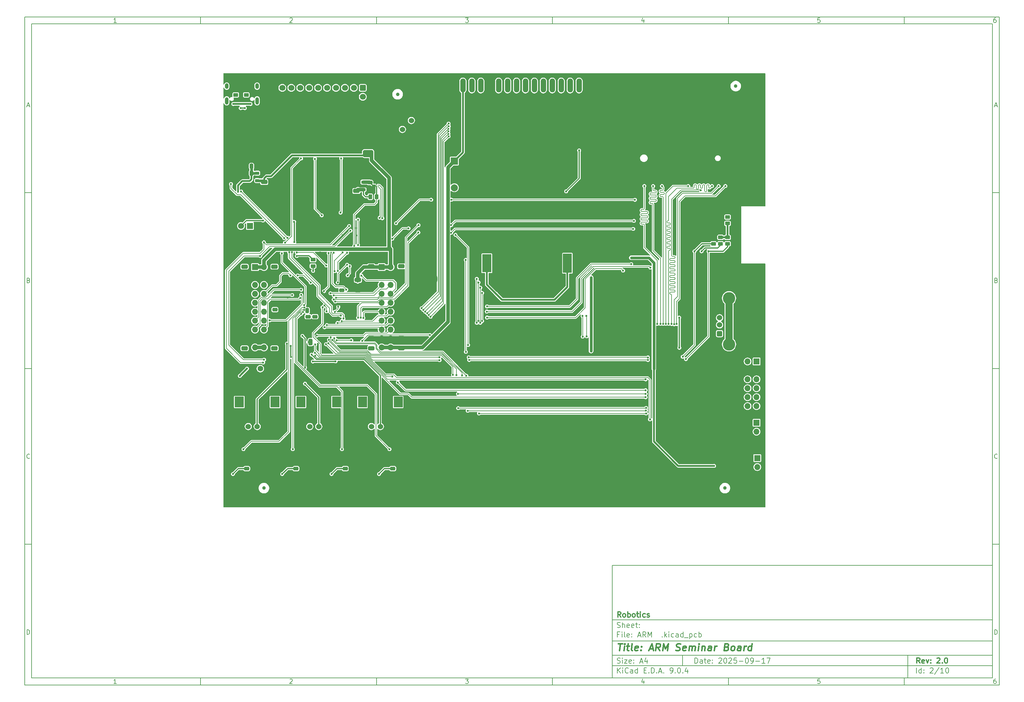
<source format=gbl>
G04 #@! TF.GenerationSoftware,KiCad,Pcbnew,9.0.4*
G04 #@! TF.CreationDate,2025-09-17T17:29:24+09:00*
G04 #@! TF.ProjectId,ARM ___ __,41524d20-38f8-4982-90f4-dc2e6b696361,2.0*
G04 #@! TF.SameCoordinates,Original*
G04 #@! TF.FileFunction,Copper,L2,Bot*
G04 #@! TF.FilePolarity,Positive*
%FSLAX46Y46*%
G04 Gerber Fmt 4.6, Leading zero omitted, Abs format (unit mm)*
G04 Created by KiCad (PCBNEW 9.0.4) date 2025-09-17 17:29:24*
%MOMM*%
%LPD*%
G01*
G04 APERTURE LIST*
G04 Aperture macros list*
%AMRoundRect*
0 Rectangle with rounded corners*
0 $1 Rounding radius*
0 $2 $3 $4 $5 $6 $7 $8 $9 X,Y pos of 4 corners*
0 Add a 4 corners polygon primitive as box body*
4,1,4,$2,$3,$4,$5,$6,$7,$8,$9,$2,$3,0*
0 Add four circle primitives for the rounded corners*
1,1,$1+$1,$2,$3*
1,1,$1+$1,$4,$5*
1,1,$1+$1,$6,$7*
1,1,$1+$1,$8,$9*
0 Add four rect primitives between the rounded corners*
20,1,$1+$1,$2,$3,$4,$5,0*
20,1,$1+$1,$4,$5,$6,$7,0*
20,1,$1+$1,$6,$7,$8,$9,0*
20,1,$1+$1,$8,$9,$2,$3,0*%
%AMOutline4P*
0 Free polygon, 4 corners , with rotation*
0 The origin of the aperture is its center*
0 number of corners: always 4*
0 $1 to $8 corner X, Y*
0 $9 Rotation angle, in degrees counterclockwise*
0 create outline with 4 corners*
4,1,4,$1,$2,$3,$4,$5,$6,$7,$8,$1,$2,$9*%
G04 Aperture macros list end*
%ADD10C,0.100000*%
%ADD11C,0.150000*%
%ADD12C,0.300000*%
%ADD13C,0.400000*%
G04 #@! TA.AperFunction,SMDPad,CuDef*
%ADD14C,1.000000*%
G04 #@! TD*
G04 #@! TA.AperFunction,ComponentPad*
%ADD15RoundRect,0.650000X0.650000X-0.650000X0.650000X0.650000X-0.650000X0.650000X-0.650000X-0.650000X0*%
G04 #@! TD*
G04 #@! TA.AperFunction,ComponentPad*
%ADD16C,2.600000*%
G04 #@! TD*
G04 #@! TA.AperFunction,ComponentPad*
%ADD17C,1.524000*%
G04 #@! TD*
G04 #@! TA.AperFunction,ComponentPad*
%ADD18Outline4P,-1.250000X-1.500000X1.250000X-1.500000X1.250000X1.500000X-1.250000X1.500000X0.000000*%
G04 #@! TD*
G04 #@! TA.AperFunction,ComponentPad*
%ADD19C,5.600000*%
G04 #@! TD*
G04 #@! TA.AperFunction,ComponentPad*
%ADD20C,1.600000*%
G04 #@! TD*
G04 #@! TA.AperFunction,ComponentPad*
%ADD21O,1.501140X4.000500*%
G04 #@! TD*
G04 #@! TA.AperFunction,ComponentPad*
%ADD22RoundRect,0.250000X-0.600000X0.600000X-0.600000X-0.600000X0.600000X-0.600000X0.600000X0.600000X0*%
G04 #@! TD*
G04 #@! TA.AperFunction,ComponentPad*
%ADD23C,1.700000*%
G04 #@! TD*
G04 #@! TA.AperFunction,ComponentPad*
%ADD24R,1.700000X1.700000*%
G04 #@! TD*
G04 #@! TA.AperFunction,ComponentPad*
%ADD25O,1.700000X1.700000*%
G04 #@! TD*
G04 #@! TA.AperFunction,ComponentPad*
%ADD26R,2.000000X2.000000*%
G04 #@! TD*
G04 #@! TA.AperFunction,ComponentPad*
%ADD27C,2.000000*%
G04 #@! TD*
G04 #@! TA.AperFunction,ComponentPad*
%ADD28RoundRect,0.250000X0.512000X-0.512000X0.512000X0.512000X-0.512000X0.512000X-0.512000X-0.512000X0*%
G04 #@! TD*
G04 #@! TA.AperFunction,ComponentPad*
%ADD29C,3.500000*%
G04 #@! TD*
G04 #@! TA.AperFunction,HeatsinkPad*
%ADD30O,1.000000X2.100000*%
G04 #@! TD*
G04 #@! TA.AperFunction,HeatsinkPad*
%ADD31O,1.000000X1.600000*%
G04 #@! TD*
G04 #@! TA.AperFunction,SMDPad,CuDef*
%ADD32RoundRect,0.250000X0.475000X-0.250000X0.475000X0.250000X-0.475000X0.250000X-0.475000X-0.250000X0*%
G04 #@! TD*
G04 #@! TA.AperFunction,SMDPad,CuDef*
%ADD33RoundRect,0.250000X0.650000X-0.325000X0.650000X0.325000X-0.650000X0.325000X-0.650000X-0.325000X0*%
G04 #@! TD*
G04 #@! TA.AperFunction,SMDPad,CuDef*
%ADD34RoundRect,0.250000X-0.450000X0.262500X-0.450000X-0.262500X0.450000X-0.262500X0.450000X0.262500X0*%
G04 #@! TD*
G04 #@! TA.AperFunction,SMDPad,CuDef*
%ADD35RoundRect,0.250000X0.450000X-0.262500X0.450000X0.262500X-0.450000X0.262500X-0.450000X-0.262500X0*%
G04 #@! TD*
G04 #@! TA.AperFunction,SMDPad,CuDef*
%ADD36RoundRect,0.218750X-0.381250X0.218750X-0.381250X-0.218750X0.381250X-0.218750X0.381250X0.218750X0*%
G04 #@! TD*
G04 #@! TA.AperFunction,SMDPad,CuDef*
%ADD37RoundRect,0.250000X-0.475000X0.250000X-0.475000X-0.250000X0.475000X-0.250000X0.475000X0.250000X0*%
G04 #@! TD*
G04 #@! TA.AperFunction,BGAPad,CuDef*
%ADD38C,0.250000*%
G04 #@! TD*
G04 #@! TA.AperFunction,SMDPad,CuDef*
%ADD39RoundRect,0.250000X0.250000X0.475000X-0.250000X0.475000X-0.250000X-0.475000X0.250000X-0.475000X0*%
G04 #@! TD*
G04 #@! TA.AperFunction,SMDPad,CuDef*
%ADD40RoundRect,0.250000X-0.325000X-0.650000X0.325000X-0.650000X0.325000X0.650000X-0.325000X0.650000X0*%
G04 #@! TD*
G04 #@! TA.AperFunction,SMDPad,CuDef*
%ADD41R,2.500000X5.400000*%
G04 #@! TD*
G04 #@! TA.AperFunction,SMDPad,CuDef*
%ADD42R,2.500000X5.100000*%
G04 #@! TD*
G04 #@! TA.AperFunction,SMDPad,CuDef*
%ADD43C,17.800000*%
G04 #@! TD*
G04 #@! TA.AperFunction,SMDPad,CuDef*
%ADD44RoundRect,0.250000X-0.650000X0.325000X-0.650000X-0.325000X0.650000X-0.325000X0.650000X0.325000X0*%
G04 #@! TD*
G04 #@! TA.AperFunction,SMDPad,CuDef*
%ADD45RoundRect,0.218750X0.381250X-0.218750X0.381250X0.218750X-0.381250X0.218750X-0.381250X-0.218750X0*%
G04 #@! TD*
G04 #@! TA.AperFunction,SMDPad,CuDef*
%ADD46RoundRect,0.250000X-0.262500X-0.450000X0.262500X-0.450000X0.262500X0.450000X-0.262500X0.450000X0*%
G04 #@! TD*
G04 #@! TA.AperFunction,ViaPad*
%ADD47C,0.600000*%
G04 #@! TD*
G04 #@! TA.AperFunction,Conductor*
%ADD48C,0.500000*%
G04 #@! TD*
G04 #@! TA.AperFunction,Conductor*
%ADD49C,0.800000*%
G04 #@! TD*
G04 #@! TA.AperFunction,Conductor*
%ADD50C,0.200000*%
G04 #@! TD*
G04 #@! TA.AperFunction,Conductor*
%ADD51C,0.300000*%
G04 #@! TD*
G04 #@! TA.AperFunction,Conductor*
%ADD52C,1.000000*%
G04 #@! TD*
G04 #@! TA.AperFunction,Conductor*
%ADD53C,2.000000*%
G04 #@! TD*
G04 APERTURE END LIST*
D10*
D11*
X177002200Y-166007200D02*
X285002200Y-166007200D01*
X285002200Y-198007200D01*
X177002200Y-198007200D01*
X177002200Y-166007200D01*
D10*
D11*
X10000000Y-10000000D02*
X287002200Y-10000000D01*
X287002200Y-200007200D01*
X10000000Y-200007200D01*
X10000000Y-10000000D01*
D10*
D11*
X12000000Y-12000000D02*
X285002200Y-12000000D01*
X285002200Y-198007200D01*
X12000000Y-198007200D01*
X12000000Y-12000000D01*
D10*
D11*
X60000000Y-12000000D02*
X60000000Y-10000000D01*
D10*
D11*
X110000000Y-12000000D02*
X110000000Y-10000000D01*
D10*
D11*
X160000000Y-12000000D02*
X160000000Y-10000000D01*
D10*
D11*
X210000000Y-12000000D02*
X210000000Y-10000000D01*
D10*
D11*
X260000000Y-12000000D02*
X260000000Y-10000000D01*
D10*
D11*
X36089160Y-11593604D02*
X35346303Y-11593604D01*
X35717731Y-11593604D02*
X35717731Y-10293604D01*
X35717731Y-10293604D02*
X35593922Y-10479319D01*
X35593922Y-10479319D02*
X35470112Y-10603128D01*
X35470112Y-10603128D02*
X35346303Y-10665033D01*
D10*
D11*
X85346303Y-10417414D02*
X85408207Y-10355509D01*
X85408207Y-10355509D02*
X85532017Y-10293604D01*
X85532017Y-10293604D02*
X85841541Y-10293604D01*
X85841541Y-10293604D02*
X85965350Y-10355509D01*
X85965350Y-10355509D02*
X86027255Y-10417414D01*
X86027255Y-10417414D02*
X86089160Y-10541223D01*
X86089160Y-10541223D02*
X86089160Y-10665033D01*
X86089160Y-10665033D02*
X86027255Y-10850747D01*
X86027255Y-10850747D02*
X85284398Y-11593604D01*
X85284398Y-11593604D02*
X86089160Y-11593604D01*
D10*
D11*
X135284398Y-10293604D02*
X136089160Y-10293604D01*
X136089160Y-10293604D02*
X135655826Y-10788842D01*
X135655826Y-10788842D02*
X135841541Y-10788842D01*
X135841541Y-10788842D02*
X135965350Y-10850747D01*
X135965350Y-10850747D02*
X136027255Y-10912652D01*
X136027255Y-10912652D02*
X136089160Y-11036461D01*
X136089160Y-11036461D02*
X136089160Y-11345985D01*
X136089160Y-11345985D02*
X136027255Y-11469795D01*
X136027255Y-11469795D02*
X135965350Y-11531700D01*
X135965350Y-11531700D02*
X135841541Y-11593604D01*
X135841541Y-11593604D02*
X135470112Y-11593604D01*
X135470112Y-11593604D02*
X135346303Y-11531700D01*
X135346303Y-11531700D02*
X135284398Y-11469795D01*
D10*
D11*
X185965350Y-10726938D02*
X185965350Y-11593604D01*
X185655826Y-10231700D02*
X185346303Y-11160271D01*
X185346303Y-11160271D02*
X186151064Y-11160271D01*
D10*
D11*
X236027255Y-10293604D02*
X235408207Y-10293604D01*
X235408207Y-10293604D02*
X235346303Y-10912652D01*
X235346303Y-10912652D02*
X235408207Y-10850747D01*
X235408207Y-10850747D02*
X235532017Y-10788842D01*
X235532017Y-10788842D02*
X235841541Y-10788842D01*
X235841541Y-10788842D02*
X235965350Y-10850747D01*
X235965350Y-10850747D02*
X236027255Y-10912652D01*
X236027255Y-10912652D02*
X236089160Y-11036461D01*
X236089160Y-11036461D02*
X236089160Y-11345985D01*
X236089160Y-11345985D02*
X236027255Y-11469795D01*
X236027255Y-11469795D02*
X235965350Y-11531700D01*
X235965350Y-11531700D02*
X235841541Y-11593604D01*
X235841541Y-11593604D02*
X235532017Y-11593604D01*
X235532017Y-11593604D02*
X235408207Y-11531700D01*
X235408207Y-11531700D02*
X235346303Y-11469795D01*
D10*
D11*
X285965350Y-10293604D02*
X285717731Y-10293604D01*
X285717731Y-10293604D02*
X285593922Y-10355509D01*
X285593922Y-10355509D02*
X285532017Y-10417414D01*
X285532017Y-10417414D02*
X285408207Y-10603128D01*
X285408207Y-10603128D02*
X285346303Y-10850747D01*
X285346303Y-10850747D02*
X285346303Y-11345985D01*
X285346303Y-11345985D02*
X285408207Y-11469795D01*
X285408207Y-11469795D02*
X285470112Y-11531700D01*
X285470112Y-11531700D02*
X285593922Y-11593604D01*
X285593922Y-11593604D02*
X285841541Y-11593604D01*
X285841541Y-11593604D02*
X285965350Y-11531700D01*
X285965350Y-11531700D02*
X286027255Y-11469795D01*
X286027255Y-11469795D02*
X286089160Y-11345985D01*
X286089160Y-11345985D02*
X286089160Y-11036461D01*
X286089160Y-11036461D02*
X286027255Y-10912652D01*
X286027255Y-10912652D02*
X285965350Y-10850747D01*
X285965350Y-10850747D02*
X285841541Y-10788842D01*
X285841541Y-10788842D02*
X285593922Y-10788842D01*
X285593922Y-10788842D02*
X285470112Y-10850747D01*
X285470112Y-10850747D02*
X285408207Y-10912652D01*
X285408207Y-10912652D02*
X285346303Y-11036461D01*
D10*
D11*
X60000000Y-198007200D02*
X60000000Y-200007200D01*
D10*
D11*
X110000000Y-198007200D02*
X110000000Y-200007200D01*
D10*
D11*
X160000000Y-198007200D02*
X160000000Y-200007200D01*
D10*
D11*
X210000000Y-198007200D02*
X210000000Y-200007200D01*
D10*
D11*
X260000000Y-198007200D02*
X260000000Y-200007200D01*
D10*
D11*
X36089160Y-199600804D02*
X35346303Y-199600804D01*
X35717731Y-199600804D02*
X35717731Y-198300804D01*
X35717731Y-198300804D02*
X35593922Y-198486519D01*
X35593922Y-198486519D02*
X35470112Y-198610328D01*
X35470112Y-198610328D02*
X35346303Y-198672233D01*
D10*
D11*
X85346303Y-198424614D02*
X85408207Y-198362709D01*
X85408207Y-198362709D02*
X85532017Y-198300804D01*
X85532017Y-198300804D02*
X85841541Y-198300804D01*
X85841541Y-198300804D02*
X85965350Y-198362709D01*
X85965350Y-198362709D02*
X86027255Y-198424614D01*
X86027255Y-198424614D02*
X86089160Y-198548423D01*
X86089160Y-198548423D02*
X86089160Y-198672233D01*
X86089160Y-198672233D02*
X86027255Y-198857947D01*
X86027255Y-198857947D02*
X85284398Y-199600804D01*
X85284398Y-199600804D02*
X86089160Y-199600804D01*
D10*
D11*
X135284398Y-198300804D02*
X136089160Y-198300804D01*
X136089160Y-198300804D02*
X135655826Y-198796042D01*
X135655826Y-198796042D02*
X135841541Y-198796042D01*
X135841541Y-198796042D02*
X135965350Y-198857947D01*
X135965350Y-198857947D02*
X136027255Y-198919852D01*
X136027255Y-198919852D02*
X136089160Y-199043661D01*
X136089160Y-199043661D02*
X136089160Y-199353185D01*
X136089160Y-199353185D02*
X136027255Y-199476995D01*
X136027255Y-199476995D02*
X135965350Y-199538900D01*
X135965350Y-199538900D02*
X135841541Y-199600804D01*
X135841541Y-199600804D02*
X135470112Y-199600804D01*
X135470112Y-199600804D02*
X135346303Y-199538900D01*
X135346303Y-199538900D02*
X135284398Y-199476995D01*
D10*
D11*
X185965350Y-198734138D02*
X185965350Y-199600804D01*
X185655826Y-198238900D02*
X185346303Y-199167471D01*
X185346303Y-199167471D02*
X186151064Y-199167471D01*
D10*
D11*
X236027255Y-198300804D02*
X235408207Y-198300804D01*
X235408207Y-198300804D02*
X235346303Y-198919852D01*
X235346303Y-198919852D02*
X235408207Y-198857947D01*
X235408207Y-198857947D02*
X235532017Y-198796042D01*
X235532017Y-198796042D02*
X235841541Y-198796042D01*
X235841541Y-198796042D02*
X235965350Y-198857947D01*
X235965350Y-198857947D02*
X236027255Y-198919852D01*
X236027255Y-198919852D02*
X236089160Y-199043661D01*
X236089160Y-199043661D02*
X236089160Y-199353185D01*
X236089160Y-199353185D02*
X236027255Y-199476995D01*
X236027255Y-199476995D02*
X235965350Y-199538900D01*
X235965350Y-199538900D02*
X235841541Y-199600804D01*
X235841541Y-199600804D02*
X235532017Y-199600804D01*
X235532017Y-199600804D02*
X235408207Y-199538900D01*
X235408207Y-199538900D02*
X235346303Y-199476995D01*
D10*
D11*
X285965350Y-198300804D02*
X285717731Y-198300804D01*
X285717731Y-198300804D02*
X285593922Y-198362709D01*
X285593922Y-198362709D02*
X285532017Y-198424614D01*
X285532017Y-198424614D02*
X285408207Y-198610328D01*
X285408207Y-198610328D02*
X285346303Y-198857947D01*
X285346303Y-198857947D02*
X285346303Y-199353185D01*
X285346303Y-199353185D02*
X285408207Y-199476995D01*
X285408207Y-199476995D02*
X285470112Y-199538900D01*
X285470112Y-199538900D02*
X285593922Y-199600804D01*
X285593922Y-199600804D02*
X285841541Y-199600804D01*
X285841541Y-199600804D02*
X285965350Y-199538900D01*
X285965350Y-199538900D02*
X286027255Y-199476995D01*
X286027255Y-199476995D02*
X286089160Y-199353185D01*
X286089160Y-199353185D02*
X286089160Y-199043661D01*
X286089160Y-199043661D02*
X286027255Y-198919852D01*
X286027255Y-198919852D02*
X285965350Y-198857947D01*
X285965350Y-198857947D02*
X285841541Y-198796042D01*
X285841541Y-198796042D02*
X285593922Y-198796042D01*
X285593922Y-198796042D02*
X285470112Y-198857947D01*
X285470112Y-198857947D02*
X285408207Y-198919852D01*
X285408207Y-198919852D02*
X285346303Y-199043661D01*
D10*
D11*
X10000000Y-60000000D02*
X12000000Y-60000000D01*
D10*
D11*
X10000000Y-110000000D02*
X12000000Y-110000000D01*
D10*
D11*
X10000000Y-160000000D02*
X12000000Y-160000000D01*
D10*
D11*
X10690476Y-35222176D02*
X11309523Y-35222176D01*
X10566666Y-35593604D02*
X10999999Y-34293604D01*
X10999999Y-34293604D02*
X11433333Y-35593604D01*
D10*
D11*
X11092857Y-84912652D02*
X11278571Y-84974557D01*
X11278571Y-84974557D02*
X11340476Y-85036461D01*
X11340476Y-85036461D02*
X11402380Y-85160271D01*
X11402380Y-85160271D02*
X11402380Y-85345985D01*
X11402380Y-85345985D02*
X11340476Y-85469795D01*
X11340476Y-85469795D02*
X11278571Y-85531700D01*
X11278571Y-85531700D02*
X11154761Y-85593604D01*
X11154761Y-85593604D02*
X10659523Y-85593604D01*
X10659523Y-85593604D02*
X10659523Y-84293604D01*
X10659523Y-84293604D02*
X11092857Y-84293604D01*
X11092857Y-84293604D02*
X11216666Y-84355509D01*
X11216666Y-84355509D02*
X11278571Y-84417414D01*
X11278571Y-84417414D02*
X11340476Y-84541223D01*
X11340476Y-84541223D02*
X11340476Y-84665033D01*
X11340476Y-84665033D02*
X11278571Y-84788842D01*
X11278571Y-84788842D02*
X11216666Y-84850747D01*
X11216666Y-84850747D02*
X11092857Y-84912652D01*
X11092857Y-84912652D02*
X10659523Y-84912652D01*
D10*
D11*
X11402380Y-135469795D02*
X11340476Y-135531700D01*
X11340476Y-135531700D02*
X11154761Y-135593604D01*
X11154761Y-135593604D02*
X11030952Y-135593604D01*
X11030952Y-135593604D02*
X10845238Y-135531700D01*
X10845238Y-135531700D02*
X10721428Y-135407890D01*
X10721428Y-135407890D02*
X10659523Y-135284080D01*
X10659523Y-135284080D02*
X10597619Y-135036461D01*
X10597619Y-135036461D02*
X10597619Y-134850747D01*
X10597619Y-134850747D02*
X10659523Y-134603128D01*
X10659523Y-134603128D02*
X10721428Y-134479319D01*
X10721428Y-134479319D02*
X10845238Y-134355509D01*
X10845238Y-134355509D02*
X11030952Y-134293604D01*
X11030952Y-134293604D02*
X11154761Y-134293604D01*
X11154761Y-134293604D02*
X11340476Y-134355509D01*
X11340476Y-134355509D02*
X11402380Y-134417414D01*
D10*
D11*
X10659523Y-185593604D02*
X10659523Y-184293604D01*
X10659523Y-184293604D02*
X10969047Y-184293604D01*
X10969047Y-184293604D02*
X11154761Y-184355509D01*
X11154761Y-184355509D02*
X11278571Y-184479319D01*
X11278571Y-184479319D02*
X11340476Y-184603128D01*
X11340476Y-184603128D02*
X11402380Y-184850747D01*
X11402380Y-184850747D02*
X11402380Y-185036461D01*
X11402380Y-185036461D02*
X11340476Y-185284080D01*
X11340476Y-185284080D02*
X11278571Y-185407890D01*
X11278571Y-185407890D02*
X11154761Y-185531700D01*
X11154761Y-185531700D02*
X10969047Y-185593604D01*
X10969047Y-185593604D02*
X10659523Y-185593604D01*
D10*
D11*
X287002200Y-60000000D02*
X285002200Y-60000000D01*
D10*
D11*
X287002200Y-110000000D02*
X285002200Y-110000000D01*
D10*
D11*
X287002200Y-160000000D02*
X285002200Y-160000000D01*
D10*
D11*
X285692676Y-35222176D02*
X286311723Y-35222176D01*
X285568866Y-35593604D02*
X286002199Y-34293604D01*
X286002199Y-34293604D02*
X286435533Y-35593604D01*
D10*
D11*
X286095057Y-84912652D02*
X286280771Y-84974557D01*
X286280771Y-84974557D02*
X286342676Y-85036461D01*
X286342676Y-85036461D02*
X286404580Y-85160271D01*
X286404580Y-85160271D02*
X286404580Y-85345985D01*
X286404580Y-85345985D02*
X286342676Y-85469795D01*
X286342676Y-85469795D02*
X286280771Y-85531700D01*
X286280771Y-85531700D02*
X286156961Y-85593604D01*
X286156961Y-85593604D02*
X285661723Y-85593604D01*
X285661723Y-85593604D02*
X285661723Y-84293604D01*
X285661723Y-84293604D02*
X286095057Y-84293604D01*
X286095057Y-84293604D02*
X286218866Y-84355509D01*
X286218866Y-84355509D02*
X286280771Y-84417414D01*
X286280771Y-84417414D02*
X286342676Y-84541223D01*
X286342676Y-84541223D02*
X286342676Y-84665033D01*
X286342676Y-84665033D02*
X286280771Y-84788842D01*
X286280771Y-84788842D02*
X286218866Y-84850747D01*
X286218866Y-84850747D02*
X286095057Y-84912652D01*
X286095057Y-84912652D02*
X285661723Y-84912652D01*
D10*
D11*
X286404580Y-135469795D02*
X286342676Y-135531700D01*
X286342676Y-135531700D02*
X286156961Y-135593604D01*
X286156961Y-135593604D02*
X286033152Y-135593604D01*
X286033152Y-135593604D02*
X285847438Y-135531700D01*
X285847438Y-135531700D02*
X285723628Y-135407890D01*
X285723628Y-135407890D02*
X285661723Y-135284080D01*
X285661723Y-135284080D02*
X285599819Y-135036461D01*
X285599819Y-135036461D02*
X285599819Y-134850747D01*
X285599819Y-134850747D02*
X285661723Y-134603128D01*
X285661723Y-134603128D02*
X285723628Y-134479319D01*
X285723628Y-134479319D02*
X285847438Y-134355509D01*
X285847438Y-134355509D02*
X286033152Y-134293604D01*
X286033152Y-134293604D02*
X286156961Y-134293604D01*
X286156961Y-134293604D02*
X286342676Y-134355509D01*
X286342676Y-134355509D02*
X286404580Y-134417414D01*
D10*
D11*
X285661723Y-185593604D02*
X285661723Y-184293604D01*
X285661723Y-184293604D02*
X285971247Y-184293604D01*
X285971247Y-184293604D02*
X286156961Y-184355509D01*
X286156961Y-184355509D02*
X286280771Y-184479319D01*
X286280771Y-184479319D02*
X286342676Y-184603128D01*
X286342676Y-184603128D02*
X286404580Y-184850747D01*
X286404580Y-184850747D02*
X286404580Y-185036461D01*
X286404580Y-185036461D02*
X286342676Y-185284080D01*
X286342676Y-185284080D02*
X286280771Y-185407890D01*
X286280771Y-185407890D02*
X286156961Y-185531700D01*
X286156961Y-185531700D02*
X285971247Y-185593604D01*
X285971247Y-185593604D02*
X285661723Y-185593604D01*
D10*
D11*
X200458026Y-193793328D02*
X200458026Y-192293328D01*
X200458026Y-192293328D02*
X200815169Y-192293328D01*
X200815169Y-192293328D02*
X201029455Y-192364757D01*
X201029455Y-192364757D02*
X201172312Y-192507614D01*
X201172312Y-192507614D02*
X201243741Y-192650471D01*
X201243741Y-192650471D02*
X201315169Y-192936185D01*
X201315169Y-192936185D02*
X201315169Y-193150471D01*
X201315169Y-193150471D02*
X201243741Y-193436185D01*
X201243741Y-193436185D02*
X201172312Y-193579042D01*
X201172312Y-193579042D02*
X201029455Y-193721900D01*
X201029455Y-193721900D02*
X200815169Y-193793328D01*
X200815169Y-193793328D02*
X200458026Y-193793328D01*
X202600884Y-193793328D02*
X202600884Y-193007614D01*
X202600884Y-193007614D02*
X202529455Y-192864757D01*
X202529455Y-192864757D02*
X202386598Y-192793328D01*
X202386598Y-192793328D02*
X202100884Y-192793328D01*
X202100884Y-192793328D02*
X201958026Y-192864757D01*
X202600884Y-193721900D02*
X202458026Y-193793328D01*
X202458026Y-193793328D02*
X202100884Y-193793328D01*
X202100884Y-193793328D02*
X201958026Y-193721900D01*
X201958026Y-193721900D02*
X201886598Y-193579042D01*
X201886598Y-193579042D02*
X201886598Y-193436185D01*
X201886598Y-193436185D02*
X201958026Y-193293328D01*
X201958026Y-193293328D02*
X202100884Y-193221900D01*
X202100884Y-193221900D02*
X202458026Y-193221900D01*
X202458026Y-193221900D02*
X202600884Y-193150471D01*
X203100884Y-192793328D02*
X203672312Y-192793328D01*
X203315169Y-192293328D02*
X203315169Y-193579042D01*
X203315169Y-193579042D02*
X203386598Y-193721900D01*
X203386598Y-193721900D02*
X203529455Y-193793328D01*
X203529455Y-193793328D02*
X203672312Y-193793328D01*
X204743741Y-193721900D02*
X204600884Y-193793328D01*
X204600884Y-193793328D02*
X204315170Y-193793328D01*
X204315170Y-193793328D02*
X204172312Y-193721900D01*
X204172312Y-193721900D02*
X204100884Y-193579042D01*
X204100884Y-193579042D02*
X204100884Y-193007614D01*
X204100884Y-193007614D02*
X204172312Y-192864757D01*
X204172312Y-192864757D02*
X204315170Y-192793328D01*
X204315170Y-192793328D02*
X204600884Y-192793328D01*
X204600884Y-192793328D02*
X204743741Y-192864757D01*
X204743741Y-192864757D02*
X204815170Y-193007614D01*
X204815170Y-193007614D02*
X204815170Y-193150471D01*
X204815170Y-193150471D02*
X204100884Y-193293328D01*
X205458026Y-193650471D02*
X205529455Y-193721900D01*
X205529455Y-193721900D02*
X205458026Y-193793328D01*
X205458026Y-193793328D02*
X205386598Y-193721900D01*
X205386598Y-193721900D02*
X205458026Y-193650471D01*
X205458026Y-193650471D02*
X205458026Y-193793328D01*
X205458026Y-192864757D02*
X205529455Y-192936185D01*
X205529455Y-192936185D02*
X205458026Y-193007614D01*
X205458026Y-193007614D02*
X205386598Y-192936185D01*
X205386598Y-192936185D02*
X205458026Y-192864757D01*
X205458026Y-192864757D02*
X205458026Y-193007614D01*
X207243741Y-192436185D02*
X207315169Y-192364757D01*
X207315169Y-192364757D02*
X207458027Y-192293328D01*
X207458027Y-192293328D02*
X207815169Y-192293328D01*
X207815169Y-192293328D02*
X207958027Y-192364757D01*
X207958027Y-192364757D02*
X208029455Y-192436185D01*
X208029455Y-192436185D02*
X208100884Y-192579042D01*
X208100884Y-192579042D02*
X208100884Y-192721900D01*
X208100884Y-192721900D02*
X208029455Y-192936185D01*
X208029455Y-192936185D02*
X207172312Y-193793328D01*
X207172312Y-193793328D02*
X208100884Y-193793328D01*
X209029455Y-192293328D02*
X209172312Y-192293328D01*
X209172312Y-192293328D02*
X209315169Y-192364757D01*
X209315169Y-192364757D02*
X209386598Y-192436185D01*
X209386598Y-192436185D02*
X209458026Y-192579042D01*
X209458026Y-192579042D02*
X209529455Y-192864757D01*
X209529455Y-192864757D02*
X209529455Y-193221900D01*
X209529455Y-193221900D02*
X209458026Y-193507614D01*
X209458026Y-193507614D02*
X209386598Y-193650471D01*
X209386598Y-193650471D02*
X209315169Y-193721900D01*
X209315169Y-193721900D02*
X209172312Y-193793328D01*
X209172312Y-193793328D02*
X209029455Y-193793328D01*
X209029455Y-193793328D02*
X208886598Y-193721900D01*
X208886598Y-193721900D02*
X208815169Y-193650471D01*
X208815169Y-193650471D02*
X208743740Y-193507614D01*
X208743740Y-193507614D02*
X208672312Y-193221900D01*
X208672312Y-193221900D02*
X208672312Y-192864757D01*
X208672312Y-192864757D02*
X208743740Y-192579042D01*
X208743740Y-192579042D02*
X208815169Y-192436185D01*
X208815169Y-192436185D02*
X208886598Y-192364757D01*
X208886598Y-192364757D02*
X209029455Y-192293328D01*
X210100883Y-192436185D02*
X210172311Y-192364757D01*
X210172311Y-192364757D02*
X210315169Y-192293328D01*
X210315169Y-192293328D02*
X210672311Y-192293328D01*
X210672311Y-192293328D02*
X210815169Y-192364757D01*
X210815169Y-192364757D02*
X210886597Y-192436185D01*
X210886597Y-192436185D02*
X210958026Y-192579042D01*
X210958026Y-192579042D02*
X210958026Y-192721900D01*
X210958026Y-192721900D02*
X210886597Y-192936185D01*
X210886597Y-192936185D02*
X210029454Y-193793328D01*
X210029454Y-193793328D02*
X210958026Y-193793328D01*
X212315168Y-192293328D02*
X211600882Y-192293328D01*
X211600882Y-192293328D02*
X211529454Y-193007614D01*
X211529454Y-193007614D02*
X211600882Y-192936185D01*
X211600882Y-192936185D02*
X211743740Y-192864757D01*
X211743740Y-192864757D02*
X212100882Y-192864757D01*
X212100882Y-192864757D02*
X212243740Y-192936185D01*
X212243740Y-192936185D02*
X212315168Y-193007614D01*
X212315168Y-193007614D02*
X212386597Y-193150471D01*
X212386597Y-193150471D02*
X212386597Y-193507614D01*
X212386597Y-193507614D02*
X212315168Y-193650471D01*
X212315168Y-193650471D02*
X212243740Y-193721900D01*
X212243740Y-193721900D02*
X212100882Y-193793328D01*
X212100882Y-193793328D02*
X211743740Y-193793328D01*
X211743740Y-193793328D02*
X211600882Y-193721900D01*
X211600882Y-193721900D02*
X211529454Y-193650471D01*
X213029453Y-193221900D02*
X214172311Y-193221900D01*
X215172311Y-192293328D02*
X215315168Y-192293328D01*
X215315168Y-192293328D02*
X215458025Y-192364757D01*
X215458025Y-192364757D02*
X215529454Y-192436185D01*
X215529454Y-192436185D02*
X215600882Y-192579042D01*
X215600882Y-192579042D02*
X215672311Y-192864757D01*
X215672311Y-192864757D02*
X215672311Y-193221900D01*
X215672311Y-193221900D02*
X215600882Y-193507614D01*
X215600882Y-193507614D02*
X215529454Y-193650471D01*
X215529454Y-193650471D02*
X215458025Y-193721900D01*
X215458025Y-193721900D02*
X215315168Y-193793328D01*
X215315168Y-193793328D02*
X215172311Y-193793328D01*
X215172311Y-193793328D02*
X215029454Y-193721900D01*
X215029454Y-193721900D02*
X214958025Y-193650471D01*
X214958025Y-193650471D02*
X214886596Y-193507614D01*
X214886596Y-193507614D02*
X214815168Y-193221900D01*
X214815168Y-193221900D02*
X214815168Y-192864757D01*
X214815168Y-192864757D02*
X214886596Y-192579042D01*
X214886596Y-192579042D02*
X214958025Y-192436185D01*
X214958025Y-192436185D02*
X215029454Y-192364757D01*
X215029454Y-192364757D02*
X215172311Y-192293328D01*
X216386596Y-193793328D02*
X216672310Y-193793328D01*
X216672310Y-193793328D02*
X216815167Y-193721900D01*
X216815167Y-193721900D02*
X216886596Y-193650471D01*
X216886596Y-193650471D02*
X217029453Y-193436185D01*
X217029453Y-193436185D02*
X217100882Y-193150471D01*
X217100882Y-193150471D02*
X217100882Y-192579042D01*
X217100882Y-192579042D02*
X217029453Y-192436185D01*
X217029453Y-192436185D02*
X216958025Y-192364757D01*
X216958025Y-192364757D02*
X216815167Y-192293328D01*
X216815167Y-192293328D02*
X216529453Y-192293328D01*
X216529453Y-192293328D02*
X216386596Y-192364757D01*
X216386596Y-192364757D02*
X216315167Y-192436185D01*
X216315167Y-192436185D02*
X216243739Y-192579042D01*
X216243739Y-192579042D02*
X216243739Y-192936185D01*
X216243739Y-192936185D02*
X216315167Y-193079042D01*
X216315167Y-193079042D02*
X216386596Y-193150471D01*
X216386596Y-193150471D02*
X216529453Y-193221900D01*
X216529453Y-193221900D02*
X216815167Y-193221900D01*
X216815167Y-193221900D02*
X216958025Y-193150471D01*
X216958025Y-193150471D02*
X217029453Y-193079042D01*
X217029453Y-193079042D02*
X217100882Y-192936185D01*
X217743738Y-193221900D02*
X218886596Y-193221900D01*
X220386596Y-193793328D02*
X219529453Y-193793328D01*
X219958024Y-193793328D02*
X219958024Y-192293328D01*
X219958024Y-192293328D02*
X219815167Y-192507614D01*
X219815167Y-192507614D02*
X219672310Y-192650471D01*
X219672310Y-192650471D02*
X219529453Y-192721900D01*
X220886595Y-192293328D02*
X221886595Y-192293328D01*
X221886595Y-192293328D02*
X221243738Y-193793328D01*
D10*
D11*
X177002200Y-194507200D02*
X285002200Y-194507200D01*
D10*
D11*
X178458026Y-196593328D02*
X178458026Y-195093328D01*
X179315169Y-196593328D02*
X178672312Y-195736185D01*
X179315169Y-195093328D02*
X178458026Y-195950471D01*
X179958026Y-196593328D02*
X179958026Y-195593328D01*
X179958026Y-195093328D02*
X179886598Y-195164757D01*
X179886598Y-195164757D02*
X179958026Y-195236185D01*
X179958026Y-195236185D02*
X180029455Y-195164757D01*
X180029455Y-195164757D02*
X179958026Y-195093328D01*
X179958026Y-195093328D02*
X179958026Y-195236185D01*
X181529455Y-196450471D02*
X181458027Y-196521900D01*
X181458027Y-196521900D02*
X181243741Y-196593328D01*
X181243741Y-196593328D02*
X181100884Y-196593328D01*
X181100884Y-196593328D02*
X180886598Y-196521900D01*
X180886598Y-196521900D02*
X180743741Y-196379042D01*
X180743741Y-196379042D02*
X180672312Y-196236185D01*
X180672312Y-196236185D02*
X180600884Y-195950471D01*
X180600884Y-195950471D02*
X180600884Y-195736185D01*
X180600884Y-195736185D02*
X180672312Y-195450471D01*
X180672312Y-195450471D02*
X180743741Y-195307614D01*
X180743741Y-195307614D02*
X180886598Y-195164757D01*
X180886598Y-195164757D02*
X181100884Y-195093328D01*
X181100884Y-195093328D02*
X181243741Y-195093328D01*
X181243741Y-195093328D02*
X181458027Y-195164757D01*
X181458027Y-195164757D02*
X181529455Y-195236185D01*
X182815170Y-196593328D02*
X182815170Y-195807614D01*
X182815170Y-195807614D02*
X182743741Y-195664757D01*
X182743741Y-195664757D02*
X182600884Y-195593328D01*
X182600884Y-195593328D02*
X182315170Y-195593328D01*
X182315170Y-195593328D02*
X182172312Y-195664757D01*
X182815170Y-196521900D02*
X182672312Y-196593328D01*
X182672312Y-196593328D02*
X182315170Y-196593328D01*
X182315170Y-196593328D02*
X182172312Y-196521900D01*
X182172312Y-196521900D02*
X182100884Y-196379042D01*
X182100884Y-196379042D02*
X182100884Y-196236185D01*
X182100884Y-196236185D02*
X182172312Y-196093328D01*
X182172312Y-196093328D02*
X182315170Y-196021900D01*
X182315170Y-196021900D02*
X182672312Y-196021900D01*
X182672312Y-196021900D02*
X182815170Y-195950471D01*
X184172313Y-196593328D02*
X184172313Y-195093328D01*
X184172313Y-196521900D02*
X184029455Y-196593328D01*
X184029455Y-196593328D02*
X183743741Y-196593328D01*
X183743741Y-196593328D02*
X183600884Y-196521900D01*
X183600884Y-196521900D02*
X183529455Y-196450471D01*
X183529455Y-196450471D02*
X183458027Y-196307614D01*
X183458027Y-196307614D02*
X183458027Y-195879042D01*
X183458027Y-195879042D02*
X183529455Y-195736185D01*
X183529455Y-195736185D02*
X183600884Y-195664757D01*
X183600884Y-195664757D02*
X183743741Y-195593328D01*
X183743741Y-195593328D02*
X184029455Y-195593328D01*
X184029455Y-195593328D02*
X184172313Y-195664757D01*
X186029455Y-195807614D02*
X186529455Y-195807614D01*
X186743741Y-196593328D02*
X186029455Y-196593328D01*
X186029455Y-196593328D02*
X186029455Y-195093328D01*
X186029455Y-195093328D02*
X186743741Y-195093328D01*
X187386598Y-196450471D02*
X187458027Y-196521900D01*
X187458027Y-196521900D02*
X187386598Y-196593328D01*
X187386598Y-196593328D02*
X187315170Y-196521900D01*
X187315170Y-196521900D02*
X187386598Y-196450471D01*
X187386598Y-196450471D02*
X187386598Y-196593328D01*
X188100884Y-196593328D02*
X188100884Y-195093328D01*
X188100884Y-195093328D02*
X188458027Y-195093328D01*
X188458027Y-195093328D02*
X188672313Y-195164757D01*
X188672313Y-195164757D02*
X188815170Y-195307614D01*
X188815170Y-195307614D02*
X188886599Y-195450471D01*
X188886599Y-195450471D02*
X188958027Y-195736185D01*
X188958027Y-195736185D02*
X188958027Y-195950471D01*
X188958027Y-195950471D02*
X188886599Y-196236185D01*
X188886599Y-196236185D02*
X188815170Y-196379042D01*
X188815170Y-196379042D02*
X188672313Y-196521900D01*
X188672313Y-196521900D02*
X188458027Y-196593328D01*
X188458027Y-196593328D02*
X188100884Y-196593328D01*
X189600884Y-196450471D02*
X189672313Y-196521900D01*
X189672313Y-196521900D02*
X189600884Y-196593328D01*
X189600884Y-196593328D02*
X189529456Y-196521900D01*
X189529456Y-196521900D02*
X189600884Y-196450471D01*
X189600884Y-196450471D02*
X189600884Y-196593328D01*
X190243742Y-196164757D02*
X190958028Y-196164757D01*
X190100885Y-196593328D02*
X190600885Y-195093328D01*
X190600885Y-195093328D02*
X191100885Y-196593328D01*
X191600884Y-196450471D02*
X191672313Y-196521900D01*
X191672313Y-196521900D02*
X191600884Y-196593328D01*
X191600884Y-196593328D02*
X191529456Y-196521900D01*
X191529456Y-196521900D02*
X191600884Y-196450471D01*
X191600884Y-196450471D02*
X191600884Y-196593328D01*
X193529456Y-196593328D02*
X193815170Y-196593328D01*
X193815170Y-196593328D02*
X193958027Y-196521900D01*
X193958027Y-196521900D02*
X194029456Y-196450471D01*
X194029456Y-196450471D02*
X194172313Y-196236185D01*
X194172313Y-196236185D02*
X194243742Y-195950471D01*
X194243742Y-195950471D02*
X194243742Y-195379042D01*
X194243742Y-195379042D02*
X194172313Y-195236185D01*
X194172313Y-195236185D02*
X194100885Y-195164757D01*
X194100885Y-195164757D02*
X193958027Y-195093328D01*
X193958027Y-195093328D02*
X193672313Y-195093328D01*
X193672313Y-195093328D02*
X193529456Y-195164757D01*
X193529456Y-195164757D02*
X193458027Y-195236185D01*
X193458027Y-195236185D02*
X193386599Y-195379042D01*
X193386599Y-195379042D02*
X193386599Y-195736185D01*
X193386599Y-195736185D02*
X193458027Y-195879042D01*
X193458027Y-195879042D02*
X193529456Y-195950471D01*
X193529456Y-195950471D02*
X193672313Y-196021900D01*
X193672313Y-196021900D02*
X193958027Y-196021900D01*
X193958027Y-196021900D02*
X194100885Y-195950471D01*
X194100885Y-195950471D02*
X194172313Y-195879042D01*
X194172313Y-195879042D02*
X194243742Y-195736185D01*
X194886598Y-196450471D02*
X194958027Y-196521900D01*
X194958027Y-196521900D02*
X194886598Y-196593328D01*
X194886598Y-196593328D02*
X194815170Y-196521900D01*
X194815170Y-196521900D02*
X194886598Y-196450471D01*
X194886598Y-196450471D02*
X194886598Y-196593328D01*
X195886599Y-195093328D02*
X196029456Y-195093328D01*
X196029456Y-195093328D02*
X196172313Y-195164757D01*
X196172313Y-195164757D02*
X196243742Y-195236185D01*
X196243742Y-195236185D02*
X196315170Y-195379042D01*
X196315170Y-195379042D02*
X196386599Y-195664757D01*
X196386599Y-195664757D02*
X196386599Y-196021900D01*
X196386599Y-196021900D02*
X196315170Y-196307614D01*
X196315170Y-196307614D02*
X196243742Y-196450471D01*
X196243742Y-196450471D02*
X196172313Y-196521900D01*
X196172313Y-196521900D02*
X196029456Y-196593328D01*
X196029456Y-196593328D02*
X195886599Y-196593328D01*
X195886599Y-196593328D02*
X195743742Y-196521900D01*
X195743742Y-196521900D02*
X195672313Y-196450471D01*
X195672313Y-196450471D02*
X195600884Y-196307614D01*
X195600884Y-196307614D02*
X195529456Y-196021900D01*
X195529456Y-196021900D02*
X195529456Y-195664757D01*
X195529456Y-195664757D02*
X195600884Y-195379042D01*
X195600884Y-195379042D02*
X195672313Y-195236185D01*
X195672313Y-195236185D02*
X195743742Y-195164757D01*
X195743742Y-195164757D02*
X195886599Y-195093328D01*
X197029455Y-196450471D02*
X197100884Y-196521900D01*
X197100884Y-196521900D02*
X197029455Y-196593328D01*
X197029455Y-196593328D02*
X196958027Y-196521900D01*
X196958027Y-196521900D02*
X197029455Y-196450471D01*
X197029455Y-196450471D02*
X197029455Y-196593328D01*
X198386599Y-195593328D02*
X198386599Y-196593328D01*
X198029456Y-195021900D02*
X197672313Y-196093328D01*
X197672313Y-196093328D02*
X198600884Y-196093328D01*
D10*
D11*
X177002200Y-191507200D02*
X285002200Y-191507200D01*
D10*
D12*
X264413853Y-193785528D02*
X263913853Y-193071242D01*
X263556710Y-193785528D02*
X263556710Y-192285528D01*
X263556710Y-192285528D02*
X264128139Y-192285528D01*
X264128139Y-192285528D02*
X264270996Y-192356957D01*
X264270996Y-192356957D02*
X264342425Y-192428385D01*
X264342425Y-192428385D02*
X264413853Y-192571242D01*
X264413853Y-192571242D02*
X264413853Y-192785528D01*
X264413853Y-192785528D02*
X264342425Y-192928385D01*
X264342425Y-192928385D02*
X264270996Y-192999814D01*
X264270996Y-192999814D02*
X264128139Y-193071242D01*
X264128139Y-193071242D02*
X263556710Y-193071242D01*
X265628139Y-193714100D02*
X265485282Y-193785528D01*
X265485282Y-193785528D02*
X265199568Y-193785528D01*
X265199568Y-193785528D02*
X265056710Y-193714100D01*
X265056710Y-193714100D02*
X264985282Y-193571242D01*
X264985282Y-193571242D02*
X264985282Y-192999814D01*
X264985282Y-192999814D02*
X265056710Y-192856957D01*
X265056710Y-192856957D02*
X265199568Y-192785528D01*
X265199568Y-192785528D02*
X265485282Y-192785528D01*
X265485282Y-192785528D02*
X265628139Y-192856957D01*
X265628139Y-192856957D02*
X265699568Y-192999814D01*
X265699568Y-192999814D02*
X265699568Y-193142671D01*
X265699568Y-193142671D02*
X264985282Y-193285528D01*
X266199567Y-192785528D02*
X266556710Y-193785528D01*
X266556710Y-193785528D02*
X266913853Y-192785528D01*
X267485281Y-193642671D02*
X267556710Y-193714100D01*
X267556710Y-193714100D02*
X267485281Y-193785528D01*
X267485281Y-193785528D02*
X267413853Y-193714100D01*
X267413853Y-193714100D02*
X267485281Y-193642671D01*
X267485281Y-193642671D02*
X267485281Y-193785528D01*
X267485281Y-192856957D02*
X267556710Y-192928385D01*
X267556710Y-192928385D02*
X267485281Y-192999814D01*
X267485281Y-192999814D02*
X267413853Y-192928385D01*
X267413853Y-192928385D02*
X267485281Y-192856957D01*
X267485281Y-192856957D02*
X267485281Y-192999814D01*
X269270996Y-192428385D02*
X269342424Y-192356957D01*
X269342424Y-192356957D02*
X269485282Y-192285528D01*
X269485282Y-192285528D02*
X269842424Y-192285528D01*
X269842424Y-192285528D02*
X269985282Y-192356957D01*
X269985282Y-192356957D02*
X270056710Y-192428385D01*
X270056710Y-192428385D02*
X270128139Y-192571242D01*
X270128139Y-192571242D02*
X270128139Y-192714100D01*
X270128139Y-192714100D02*
X270056710Y-192928385D01*
X270056710Y-192928385D02*
X269199567Y-193785528D01*
X269199567Y-193785528D02*
X270128139Y-193785528D01*
X270770995Y-193642671D02*
X270842424Y-193714100D01*
X270842424Y-193714100D02*
X270770995Y-193785528D01*
X270770995Y-193785528D02*
X270699567Y-193714100D01*
X270699567Y-193714100D02*
X270770995Y-193642671D01*
X270770995Y-193642671D02*
X270770995Y-193785528D01*
X271770996Y-192285528D02*
X271913853Y-192285528D01*
X271913853Y-192285528D02*
X272056710Y-192356957D01*
X272056710Y-192356957D02*
X272128139Y-192428385D01*
X272128139Y-192428385D02*
X272199567Y-192571242D01*
X272199567Y-192571242D02*
X272270996Y-192856957D01*
X272270996Y-192856957D02*
X272270996Y-193214100D01*
X272270996Y-193214100D02*
X272199567Y-193499814D01*
X272199567Y-193499814D02*
X272128139Y-193642671D01*
X272128139Y-193642671D02*
X272056710Y-193714100D01*
X272056710Y-193714100D02*
X271913853Y-193785528D01*
X271913853Y-193785528D02*
X271770996Y-193785528D01*
X271770996Y-193785528D02*
X271628139Y-193714100D01*
X271628139Y-193714100D02*
X271556710Y-193642671D01*
X271556710Y-193642671D02*
X271485281Y-193499814D01*
X271485281Y-193499814D02*
X271413853Y-193214100D01*
X271413853Y-193214100D02*
X271413853Y-192856957D01*
X271413853Y-192856957D02*
X271485281Y-192571242D01*
X271485281Y-192571242D02*
X271556710Y-192428385D01*
X271556710Y-192428385D02*
X271628139Y-192356957D01*
X271628139Y-192356957D02*
X271770996Y-192285528D01*
D10*
D11*
X178386598Y-193721900D02*
X178600884Y-193793328D01*
X178600884Y-193793328D02*
X178958026Y-193793328D01*
X178958026Y-193793328D02*
X179100884Y-193721900D01*
X179100884Y-193721900D02*
X179172312Y-193650471D01*
X179172312Y-193650471D02*
X179243741Y-193507614D01*
X179243741Y-193507614D02*
X179243741Y-193364757D01*
X179243741Y-193364757D02*
X179172312Y-193221900D01*
X179172312Y-193221900D02*
X179100884Y-193150471D01*
X179100884Y-193150471D02*
X178958026Y-193079042D01*
X178958026Y-193079042D02*
X178672312Y-193007614D01*
X178672312Y-193007614D02*
X178529455Y-192936185D01*
X178529455Y-192936185D02*
X178458026Y-192864757D01*
X178458026Y-192864757D02*
X178386598Y-192721900D01*
X178386598Y-192721900D02*
X178386598Y-192579042D01*
X178386598Y-192579042D02*
X178458026Y-192436185D01*
X178458026Y-192436185D02*
X178529455Y-192364757D01*
X178529455Y-192364757D02*
X178672312Y-192293328D01*
X178672312Y-192293328D02*
X179029455Y-192293328D01*
X179029455Y-192293328D02*
X179243741Y-192364757D01*
X179886597Y-193793328D02*
X179886597Y-192793328D01*
X179886597Y-192293328D02*
X179815169Y-192364757D01*
X179815169Y-192364757D02*
X179886597Y-192436185D01*
X179886597Y-192436185D02*
X179958026Y-192364757D01*
X179958026Y-192364757D02*
X179886597Y-192293328D01*
X179886597Y-192293328D02*
X179886597Y-192436185D01*
X180458026Y-192793328D02*
X181243741Y-192793328D01*
X181243741Y-192793328D02*
X180458026Y-193793328D01*
X180458026Y-193793328D02*
X181243741Y-193793328D01*
X182386598Y-193721900D02*
X182243741Y-193793328D01*
X182243741Y-193793328D02*
X181958027Y-193793328D01*
X181958027Y-193793328D02*
X181815169Y-193721900D01*
X181815169Y-193721900D02*
X181743741Y-193579042D01*
X181743741Y-193579042D02*
X181743741Y-193007614D01*
X181743741Y-193007614D02*
X181815169Y-192864757D01*
X181815169Y-192864757D02*
X181958027Y-192793328D01*
X181958027Y-192793328D02*
X182243741Y-192793328D01*
X182243741Y-192793328D02*
X182386598Y-192864757D01*
X182386598Y-192864757D02*
X182458027Y-193007614D01*
X182458027Y-193007614D02*
X182458027Y-193150471D01*
X182458027Y-193150471D02*
X181743741Y-193293328D01*
X183100883Y-193650471D02*
X183172312Y-193721900D01*
X183172312Y-193721900D02*
X183100883Y-193793328D01*
X183100883Y-193793328D02*
X183029455Y-193721900D01*
X183029455Y-193721900D02*
X183100883Y-193650471D01*
X183100883Y-193650471D02*
X183100883Y-193793328D01*
X183100883Y-192864757D02*
X183172312Y-192936185D01*
X183172312Y-192936185D02*
X183100883Y-193007614D01*
X183100883Y-193007614D02*
X183029455Y-192936185D01*
X183029455Y-192936185D02*
X183100883Y-192864757D01*
X183100883Y-192864757D02*
X183100883Y-193007614D01*
X184886598Y-193364757D02*
X185600884Y-193364757D01*
X184743741Y-193793328D02*
X185243741Y-192293328D01*
X185243741Y-192293328D02*
X185743741Y-193793328D01*
X186886598Y-192793328D02*
X186886598Y-193793328D01*
X186529455Y-192221900D02*
X186172312Y-193293328D01*
X186172312Y-193293328D02*
X187100883Y-193293328D01*
D10*
D11*
X263458026Y-196593328D02*
X263458026Y-195093328D01*
X264815170Y-196593328D02*
X264815170Y-195093328D01*
X264815170Y-196521900D02*
X264672312Y-196593328D01*
X264672312Y-196593328D02*
X264386598Y-196593328D01*
X264386598Y-196593328D02*
X264243741Y-196521900D01*
X264243741Y-196521900D02*
X264172312Y-196450471D01*
X264172312Y-196450471D02*
X264100884Y-196307614D01*
X264100884Y-196307614D02*
X264100884Y-195879042D01*
X264100884Y-195879042D02*
X264172312Y-195736185D01*
X264172312Y-195736185D02*
X264243741Y-195664757D01*
X264243741Y-195664757D02*
X264386598Y-195593328D01*
X264386598Y-195593328D02*
X264672312Y-195593328D01*
X264672312Y-195593328D02*
X264815170Y-195664757D01*
X265529455Y-196450471D02*
X265600884Y-196521900D01*
X265600884Y-196521900D02*
X265529455Y-196593328D01*
X265529455Y-196593328D02*
X265458027Y-196521900D01*
X265458027Y-196521900D02*
X265529455Y-196450471D01*
X265529455Y-196450471D02*
X265529455Y-196593328D01*
X265529455Y-195664757D02*
X265600884Y-195736185D01*
X265600884Y-195736185D02*
X265529455Y-195807614D01*
X265529455Y-195807614D02*
X265458027Y-195736185D01*
X265458027Y-195736185D02*
X265529455Y-195664757D01*
X265529455Y-195664757D02*
X265529455Y-195807614D01*
X267315170Y-195236185D02*
X267386598Y-195164757D01*
X267386598Y-195164757D02*
X267529456Y-195093328D01*
X267529456Y-195093328D02*
X267886598Y-195093328D01*
X267886598Y-195093328D02*
X268029456Y-195164757D01*
X268029456Y-195164757D02*
X268100884Y-195236185D01*
X268100884Y-195236185D02*
X268172313Y-195379042D01*
X268172313Y-195379042D02*
X268172313Y-195521900D01*
X268172313Y-195521900D02*
X268100884Y-195736185D01*
X268100884Y-195736185D02*
X267243741Y-196593328D01*
X267243741Y-196593328D02*
X268172313Y-196593328D01*
X269886598Y-195021900D02*
X268600884Y-196950471D01*
X271172313Y-196593328D02*
X270315170Y-196593328D01*
X270743741Y-196593328D02*
X270743741Y-195093328D01*
X270743741Y-195093328D02*
X270600884Y-195307614D01*
X270600884Y-195307614D02*
X270458027Y-195450471D01*
X270458027Y-195450471D02*
X270315170Y-195521900D01*
X272100884Y-195093328D02*
X272243741Y-195093328D01*
X272243741Y-195093328D02*
X272386598Y-195164757D01*
X272386598Y-195164757D02*
X272458027Y-195236185D01*
X272458027Y-195236185D02*
X272529455Y-195379042D01*
X272529455Y-195379042D02*
X272600884Y-195664757D01*
X272600884Y-195664757D02*
X272600884Y-196021900D01*
X272600884Y-196021900D02*
X272529455Y-196307614D01*
X272529455Y-196307614D02*
X272458027Y-196450471D01*
X272458027Y-196450471D02*
X272386598Y-196521900D01*
X272386598Y-196521900D02*
X272243741Y-196593328D01*
X272243741Y-196593328D02*
X272100884Y-196593328D01*
X272100884Y-196593328D02*
X271958027Y-196521900D01*
X271958027Y-196521900D02*
X271886598Y-196450471D01*
X271886598Y-196450471D02*
X271815169Y-196307614D01*
X271815169Y-196307614D02*
X271743741Y-196021900D01*
X271743741Y-196021900D02*
X271743741Y-195664757D01*
X271743741Y-195664757D02*
X271815169Y-195379042D01*
X271815169Y-195379042D02*
X271886598Y-195236185D01*
X271886598Y-195236185D02*
X271958027Y-195164757D01*
X271958027Y-195164757D02*
X272100884Y-195093328D01*
D10*
D11*
X177002200Y-187507200D02*
X285002200Y-187507200D01*
D10*
D13*
X178693928Y-188211638D02*
X179836785Y-188211638D01*
X179015357Y-190211638D02*
X179265357Y-188211638D01*
X180253452Y-190211638D02*
X180420119Y-188878304D01*
X180503452Y-188211638D02*
X180396309Y-188306876D01*
X180396309Y-188306876D02*
X180479643Y-188402114D01*
X180479643Y-188402114D02*
X180586786Y-188306876D01*
X180586786Y-188306876D02*
X180503452Y-188211638D01*
X180503452Y-188211638D02*
X180479643Y-188402114D01*
X181086786Y-188878304D02*
X181848690Y-188878304D01*
X181455833Y-188211638D02*
X181241548Y-189925923D01*
X181241548Y-189925923D02*
X181312976Y-190116400D01*
X181312976Y-190116400D02*
X181491548Y-190211638D01*
X181491548Y-190211638D02*
X181682024Y-190211638D01*
X182634405Y-190211638D02*
X182455833Y-190116400D01*
X182455833Y-190116400D02*
X182384405Y-189925923D01*
X182384405Y-189925923D02*
X182598690Y-188211638D01*
X184170119Y-190116400D02*
X183967738Y-190211638D01*
X183967738Y-190211638D02*
X183586785Y-190211638D01*
X183586785Y-190211638D02*
X183408214Y-190116400D01*
X183408214Y-190116400D02*
X183336785Y-189925923D01*
X183336785Y-189925923D02*
X183432024Y-189164019D01*
X183432024Y-189164019D02*
X183551071Y-188973542D01*
X183551071Y-188973542D02*
X183753452Y-188878304D01*
X183753452Y-188878304D02*
X184134404Y-188878304D01*
X184134404Y-188878304D02*
X184312976Y-188973542D01*
X184312976Y-188973542D02*
X184384404Y-189164019D01*
X184384404Y-189164019D02*
X184360595Y-189354495D01*
X184360595Y-189354495D02*
X183384404Y-189544971D01*
X185134405Y-190021161D02*
X185217738Y-190116400D01*
X185217738Y-190116400D02*
X185110595Y-190211638D01*
X185110595Y-190211638D02*
X185027262Y-190116400D01*
X185027262Y-190116400D02*
X185134405Y-190021161D01*
X185134405Y-190021161D02*
X185110595Y-190211638D01*
X185265357Y-188973542D02*
X185348690Y-189068780D01*
X185348690Y-189068780D02*
X185241548Y-189164019D01*
X185241548Y-189164019D02*
X185158214Y-189068780D01*
X185158214Y-189068780D02*
X185265357Y-188973542D01*
X185265357Y-188973542D02*
X185241548Y-189164019D01*
X187562977Y-189640209D02*
X188515358Y-189640209D01*
X187301072Y-190211638D02*
X188217739Y-188211638D01*
X188217739Y-188211638D02*
X188634405Y-190211638D01*
X190443929Y-190211638D02*
X189896310Y-189259257D01*
X189301072Y-190211638D02*
X189551072Y-188211638D01*
X189551072Y-188211638D02*
X190312977Y-188211638D01*
X190312977Y-188211638D02*
X190491548Y-188306876D01*
X190491548Y-188306876D02*
X190574882Y-188402114D01*
X190574882Y-188402114D02*
X190646310Y-188592590D01*
X190646310Y-188592590D02*
X190610596Y-188878304D01*
X190610596Y-188878304D02*
X190491548Y-189068780D01*
X190491548Y-189068780D02*
X190384406Y-189164019D01*
X190384406Y-189164019D02*
X190182025Y-189259257D01*
X190182025Y-189259257D02*
X189420120Y-189259257D01*
X191301072Y-190211638D02*
X191551072Y-188211638D01*
X191551072Y-188211638D02*
X192039167Y-189640209D01*
X192039167Y-189640209D02*
X192884406Y-188211638D01*
X192884406Y-188211638D02*
X192634406Y-190211638D01*
X195027263Y-190116400D02*
X195301072Y-190211638D01*
X195301072Y-190211638D02*
X195777263Y-190211638D01*
X195777263Y-190211638D02*
X195979644Y-190116400D01*
X195979644Y-190116400D02*
X196086787Y-190021161D01*
X196086787Y-190021161D02*
X196205834Y-189830685D01*
X196205834Y-189830685D02*
X196229644Y-189640209D01*
X196229644Y-189640209D02*
X196158215Y-189449733D01*
X196158215Y-189449733D02*
X196074882Y-189354495D01*
X196074882Y-189354495D02*
X195896311Y-189259257D01*
X195896311Y-189259257D02*
X195527263Y-189164019D01*
X195527263Y-189164019D02*
X195348691Y-189068780D01*
X195348691Y-189068780D02*
X195265358Y-188973542D01*
X195265358Y-188973542D02*
X195193930Y-188783066D01*
X195193930Y-188783066D02*
X195217739Y-188592590D01*
X195217739Y-188592590D02*
X195336787Y-188402114D01*
X195336787Y-188402114D02*
X195443930Y-188306876D01*
X195443930Y-188306876D02*
X195646311Y-188211638D01*
X195646311Y-188211638D02*
X196122501Y-188211638D01*
X196122501Y-188211638D02*
X196396311Y-188306876D01*
X197789168Y-190116400D02*
X197586787Y-190211638D01*
X197586787Y-190211638D02*
X197205834Y-190211638D01*
X197205834Y-190211638D02*
X197027263Y-190116400D01*
X197027263Y-190116400D02*
X196955834Y-189925923D01*
X196955834Y-189925923D02*
X197051073Y-189164019D01*
X197051073Y-189164019D02*
X197170120Y-188973542D01*
X197170120Y-188973542D02*
X197372501Y-188878304D01*
X197372501Y-188878304D02*
X197753453Y-188878304D01*
X197753453Y-188878304D02*
X197932025Y-188973542D01*
X197932025Y-188973542D02*
X198003453Y-189164019D01*
X198003453Y-189164019D02*
X197979644Y-189354495D01*
X197979644Y-189354495D02*
X197003453Y-189544971D01*
X198729644Y-190211638D02*
X198896311Y-188878304D01*
X198872501Y-189068780D02*
X198979644Y-188973542D01*
X198979644Y-188973542D02*
X199182025Y-188878304D01*
X199182025Y-188878304D02*
X199467739Y-188878304D01*
X199467739Y-188878304D02*
X199646311Y-188973542D01*
X199646311Y-188973542D02*
X199717739Y-189164019D01*
X199717739Y-189164019D02*
X199586787Y-190211638D01*
X199717739Y-189164019D02*
X199836787Y-188973542D01*
X199836787Y-188973542D02*
X200039168Y-188878304D01*
X200039168Y-188878304D02*
X200324882Y-188878304D01*
X200324882Y-188878304D02*
X200503454Y-188973542D01*
X200503454Y-188973542D02*
X200574882Y-189164019D01*
X200574882Y-189164019D02*
X200443930Y-190211638D01*
X201396311Y-190211638D02*
X201562978Y-188878304D01*
X201646311Y-188211638D02*
X201539168Y-188306876D01*
X201539168Y-188306876D02*
X201622502Y-188402114D01*
X201622502Y-188402114D02*
X201729645Y-188306876D01*
X201729645Y-188306876D02*
X201646311Y-188211638D01*
X201646311Y-188211638D02*
X201622502Y-188402114D01*
X202515359Y-188878304D02*
X202348692Y-190211638D01*
X202491549Y-189068780D02*
X202598692Y-188973542D01*
X202598692Y-188973542D02*
X202801073Y-188878304D01*
X202801073Y-188878304D02*
X203086787Y-188878304D01*
X203086787Y-188878304D02*
X203265359Y-188973542D01*
X203265359Y-188973542D02*
X203336787Y-189164019D01*
X203336787Y-189164019D02*
X203205835Y-190211638D01*
X205015359Y-190211638D02*
X205146311Y-189164019D01*
X205146311Y-189164019D02*
X205074883Y-188973542D01*
X205074883Y-188973542D02*
X204896311Y-188878304D01*
X204896311Y-188878304D02*
X204515359Y-188878304D01*
X204515359Y-188878304D02*
X204312978Y-188973542D01*
X205027264Y-190116400D02*
X204824883Y-190211638D01*
X204824883Y-190211638D02*
X204348692Y-190211638D01*
X204348692Y-190211638D02*
X204170121Y-190116400D01*
X204170121Y-190116400D02*
X204098692Y-189925923D01*
X204098692Y-189925923D02*
X204122502Y-189735447D01*
X204122502Y-189735447D02*
X204241550Y-189544971D01*
X204241550Y-189544971D02*
X204443931Y-189449733D01*
X204443931Y-189449733D02*
X204920121Y-189449733D01*
X204920121Y-189449733D02*
X205122502Y-189354495D01*
X205967740Y-190211638D02*
X206134407Y-188878304D01*
X206086788Y-189259257D02*
X206205835Y-189068780D01*
X206205835Y-189068780D02*
X206312978Y-188973542D01*
X206312978Y-188973542D02*
X206515359Y-188878304D01*
X206515359Y-188878304D02*
X206705835Y-188878304D01*
X209527264Y-189164019D02*
X209801074Y-189259257D01*
X209801074Y-189259257D02*
X209884407Y-189354495D01*
X209884407Y-189354495D02*
X209955836Y-189544971D01*
X209955836Y-189544971D02*
X209920121Y-189830685D01*
X209920121Y-189830685D02*
X209801074Y-190021161D01*
X209801074Y-190021161D02*
X209693931Y-190116400D01*
X209693931Y-190116400D02*
X209491550Y-190211638D01*
X209491550Y-190211638D02*
X208729645Y-190211638D01*
X208729645Y-190211638D02*
X208979645Y-188211638D01*
X208979645Y-188211638D02*
X209646312Y-188211638D01*
X209646312Y-188211638D02*
X209824883Y-188306876D01*
X209824883Y-188306876D02*
X209908217Y-188402114D01*
X209908217Y-188402114D02*
X209979645Y-188592590D01*
X209979645Y-188592590D02*
X209955836Y-188783066D01*
X209955836Y-188783066D02*
X209836788Y-188973542D01*
X209836788Y-188973542D02*
X209729645Y-189068780D01*
X209729645Y-189068780D02*
X209527264Y-189164019D01*
X209527264Y-189164019D02*
X208860598Y-189164019D01*
X211015360Y-190211638D02*
X210836788Y-190116400D01*
X210836788Y-190116400D02*
X210753455Y-190021161D01*
X210753455Y-190021161D02*
X210682026Y-189830685D01*
X210682026Y-189830685D02*
X210753455Y-189259257D01*
X210753455Y-189259257D02*
X210872502Y-189068780D01*
X210872502Y-189068780D02*
X210979645Y-188973542D01*
X210979645Y-188973542D02*
X211182026Y-188878304D01*
X211182026Y-188878304D02*
X211467740Y-188878304D01*
X211467740Y-188878304D02*
X211646312Y-188973542D01*
X211646312Y-188973542D02*
X211729645Y-189068780D01*
X211729645Y-189068780D02*
X211801074Y-189259257D01*
X211801074Y-189259257D02*
X211729645Y-189830685D01*
X211729645Y-189830685D02*
X211610598Y-190021161D01*
X211610598Y-190021161D02*
X211503455Y-190116400D01*
X211503455Y-190116400D02*
X211301074Y-190211638D01*
X211301074Y-190211638D02*
X211015360Y-190211638D01*
X213396312Y-190211638D02*
X213527264Y-189164019D01*
X213527264Y-189164019D02*
X213455836Y-188973542D01*
X213455836Y-188973542D02*
X213277264Y-188878304D01*
X213277264Y-188878304D02*
X212896312Y-188878304D01*
X212896312Y-188878304D02*
X212693931Y-188973542D01*
X213408217Y-190116400D02*
X213205836Y-190211638D01*
X213205836Y-190211638D02*
X212729645Y-190211638D01*
X212729645Y-190211638D02*
X212551074Y-190116400D01*
X212551074Y-190116400D02*
X212479645Y-189925923D01*
X212479645Y-189925923D02*
X212503455Y-189735447D01*
X212503455Y-189735447D02*
X212622503Y-189544971D01*
X212622503Y-189544971D02*
X212824884Y-189449733D01*
X212824884Y-189449733D02*
X213301074Y-189449733D01*
X213301074Y-189449733D02*
X213503455Y-189354495D01*
X214348693Y-190211638D02*
X214515360Y-188878304D01*
X214467741Y-189259257D02*
X214586788Y-189068780D01*
X214586788Y-189068780D02*
X214693931Y-188973542D01*
X214693931Y-188973542D02*
X214896312Y-188878304D01*
X214896312Y-188878304D02*
X215086788Y-188878304D01*
X216443931Y-190211638D02*
X216693931Y-188211638D01*
X216455836Y-190116400D02*
X216253455Y-190211638D01*
X216253455Y-190211638D02*
X215872503Y-190211638D01*
X215872503Y-190211638D02*
X215693931Y-190116400D01*
X215693931Y-190116400D02*
X215610598Y-190021161D01*
X215610598Y-190021161D02*
X215539169Y-189830685D01*
X215539169Y-189830685D02*
X215610598Y-189259257D01*
X215610598Y-189259257D02*
X215729645Y-189068780D01*
X215729645Y-189068780D02*
X215836788Y-188973542D01*
X215836788Y-188973542D02*
X216039169Y-188878304D01*
X216039169Y-188878304D02*
X216420122Y-188878304D01*
X216420122Y-188878304D02*
X216598693Y-188973542D01*
D10*
D11*
X178958026Y-185607614D02*
X178458026Y-185607614D01*
X178458026Y-186393328D02*
X178458026Y-184893328D01*
X178458026Y-184893328D02*
X179172312Y-184893328D01*
X179743740Y-186393328D02*
X179743740Y-185393328D01*
X179743740Y-184893328D02*
X179672312Y-184964757D01*
X179672312Y-184964757D02*
X179743740Y-185036185D01*
X179743740Y-185036185D02*
X179815169Y-184964757D01*
X179815169Y-184964757D02*
X179743740Y-184893328D01*
X179743740Y-184893328D02*
X179743740Y-185036185D01*
X180672312Y-186393328D02*
X180529455Y-186321900D01*
X180529455Y-186321900D02*
X180458026Y-186179042D01*
X180458026Y-186179042D02*
X180458026Y-184893328D01*
X181815169Y-186321900D02*
X181672312Y-186393328D01*
X181672312Y-186393328D02*
X181386598Y-186393328D01*
X181386598Y-186393328D02*
X181243740Y-186321900D01*
X181243740Y-186321900D02*
X181172312Y-186179042D01*
X181172312Y-186179042D02*
X181172312Y-185607614D01*
X181172312Y-185607614D02*
X181243740Y-185464757D01*
X181243740Y-185464757D02*
X181386598Y-185393328D01*
X181386598Y-185393328D02*
X181672312Y-185393328D01*
X181672312Y-185393328D02*
X181815169Y-185464757D01*
X181815169Y-185464757D02*
X181886598Y-185607614D01*
X181886598Y-185607614D02*
X181886598Y-185750471D01*
X181886598Y-185750471D02*
X181172312Y-185893328D01*
X182529454Y-186250471D02*
X182600883Y-186321900D01*
X182600883Y-186321900D02*
X182529454Y-186393328D01*
X182529454Y-186393328D02*
X182458026Y-186321900D01*
X182458026Y-186321900D02*
X182529454Y-186250471D01*
X182529454Y-186250471D02*
X182529454Y-186393328D01*
X182529454Y-185464757D02*
X182600883Y-185536185D01*
X182600883Y-185536185D02*
X182529454Y-185607614D01*
X182529454Y-185607614D02*
X182458026Y-185536185D01*
X182458026Y-185536185D02*
X182529454Y-185464757D01*
X182529454Y-185464757D02*
X182529454Y-185607614D01*
X184315169Y-185964757D02*
X185029455Y-185964757D01*
X184172312Y-186393328D02*
X184672312Y-184893328D01*
X184672312Y-184893328D02*
X185172312Y-186393328D01*
X186529454Y-186393328D02*
X186029454Y-185679042D01*
X185672311Y-186393328D02*
X185672311Y-184893328D01*
X185672311Y-184893328D02*
X186243740Y-184893328D01*
X186243740Y-184893328D02*
X186386597Y-184964757D01*
X186386597Y-184964757D02*
X186458026Y-185036185D01*
X186458026Y-185036185D02*
X186529454Y-185179042D01*
X186529454Y-185179042D02*
X186529454Y-185393328D01*
X186529454Y-185393328D02*
X186458026Y-185536185D01*
X186458026Y-185536185D02*
X186386597Y-185607614D01*
X186386597Y-185607614D02*
X186243740Y-185679042D01*
X186243740Y-185679042D02*
X185672311Y-185679042D01*
X187172311Y-186393328D02*
X187172311Y-184893328D01*
X187172311Y-184893328D02*
X187672311Y-185964757D01*
X187672311Y-185964757D02*
X188172311Y-184893328D01*
X188172311Y-184893328D02*
X188172311Y-186393328D01*
X191172311Y-186250471D02*
X191243740Y-186321900D01*
X191243740Y-186321900D02*
X191172311Y-186393328D01*
X191172311Y-186393328D02*
X191100883Y-186321900D01*
X191100883Y-186321900D02*
X191172311Y-186250471D01*
X191172311Y-186250471D02*
X191172311Y-186393328D01*
X191886597Y-186393328D02*
X191886597Y-184893328D01*
X192029455Y-185821900D02*
X192458026Y-186393328D01*
X192458026Y-185393328D02*
X191886597Y-185964757D01*
X193100883Y-186393328D02*
X193100883Y-185393328D01*
X193100883Y-184893328D02*
X193029455Y-184964757D01*
X193029455Y-184964757D02*
X193100883Y-185036185D01*
X193100883Y-185036185D02*
X193172312Y-184964757D01*
X193172312Y-184964757D02*
X193100883Y-184893328D01*
X193100883Y-184893328D02*
X193100883Y-185036185D01*
X194458027Y-186321900D02*
X194315169Y-186393328D01*
X194315169Y-186393328D02*
X194029455Y-186393328D01*
X194029455Y-186393328D02*
X193886598Y-186321900D01*
X193886598Y-186321900D02*
X193815169Y-186250471D01*
X193815169Y-186250471D02*
X193743741Y-186107614D01*
X193743741Y-186107614D02*
X193743741Y-185679042D01*
X193743741Y-185679042D02*
X193815169Y-185536185D01*
X193815169Y-185536185D02*
X193886598Y-185464757D01*
X193886598Y-185464757D02*
X194029455Y-185393328D01*
X194029455Y-185393328D02*
X194315169Y-185393328D01*
X194315169Y-185393328D02*
X194458027Y-185464757D01*
X195743741Y-186393328D02*
X195743741Y-185607614D01*
X195743741Y-185607614D02*
X195672312Y-185464757D01*
X195672312Y-185464757D02*
X195529455Y-185393328D01*
X195529455Y-185393328D02*
X195243741Y-185393328D01*
X195243741Y-185393328D02*
X195100883Y-185464757D01*
X195743741Y-186321900D02*
X195600883Y-186393328D01*
X195600883Y-186393328D02*
X195243741Y-186393328D01*
X195243741Y-186393328D02*
X195100883Y-186321900D01*
X195100883Y-186321900D02*
X195029455Y-186179042D01*
X195029455Y-186179042D02*
X195029455Y-186036185D01*
X195029455Y-186036185D02*
X195100883Y-185893328D01*
X195100883Y-185893328D02*
X195243741Y-185821900D01*
X195243741Y-185821900D02*
X195600883Y-185821900D01*
X195600883Y-185821900D02*
X195743741Y-185750471D01*
X197100884Y-186393328D02*
X197100884Y-184893328D01*
X197100884Y-186321900D02*
X196958026Y-186393328D01*
X196958026Y-186393328D02*
X196672312Y-186393328D01*
X196672312Y-186393328D02*
X196529455Y-186321900D01*
X196529455Y-186321900D02*
X196458026Y-186250471D01*
X196458026Y-186250471D02*
X196386598Y-186107614D01*
X196386598Y-186107614D02*
X196386598Y-185679042D01*
X196386598Y-185679042D02*
X196458026Y-185536185D01*
X196458026Y-185536185D02*
X196529455Y-185464757D01*
X196529455Y-185464757D02*
X196672312Y-185393328D01*
X196672312Y-185393328D02*
X196958026Y-185393328D01*
X196958026Y-185393328D02*
X197100884Y-185464757D01*
X197458027Y-186536185D02*
X198600884Y-186536185D01*
X198958026Y-185393328D02*
X198958026Y-186893328D01*
X198958026Y-185464757D02*
X199100884Y-185393328D01*
X199100884Y-185393328D02*
X199386598Y-185393328D01*
X199386598Y-185393328D02*
X199529455Y-185464757D01*
X199529455Y-185464757D02*
X199600884Y-185536185D01*
X199600884Y-185536185D02*
X199672312Y-185679042D01*
X199672312Y-185679042D02*
X199672312Y-186107614D01*
X199672312Y-186107614D02*
X199600884Y-186250471D01*
X199600884Y-186250471D02*
X199529455Y-186321900D01*
X199529455Y-186321900D02*
X199386598Y-186393328D01*
X199386598Y-186393328D02*
X199100884Y-186393328D01*
X199100884Y-186393328D02*
X198958026Y-186321900D01*
X200958027Y-186321900D02*
X200815169Y-186393328D01*
X200815169Y-186393328D02*
X200529455Y-186393328D01*
X200529455Y-186393328D02*
X200386598Y-186321900D01*
X200386598Y-186321900D02*
X200315169Y-186250471D01*
X200315169Y-186250471D02*
X200243741Y-186107614D01*
X200243741Y-186107614D02*
X200243741Y-185679042D01*
X200243741Y-185679042D02*
X200315169Y-185536185D01*
X200315169Y-185536185D02*
X200386598Y-185464757D01*
X200386598Y-185464757D02*
X200529455Y-185393328D01*
X200529455Y-185393328D02*
X200815169Y-185393328D01*
X200815169Y-185393328D02*
X200958027Y-185464757D01*
X201600883Y-186393328D02*
X201600883Y-184893328D01*
X201600883Y-185464757D02*
X201743741Y-185393328D01*
X201743741Y-185393328D02*
X202029455Y-185393328D01*
X202029455Y-185393328D02*
X202172312Y-185464757D01*
X202172312Y-185464757D02*
X202243741Y-185536185D01*
X202243741Y-185536185D02*
X202315169Y-185679042D01*
X202315169Y-185679042D02*
X202315169Y-186107614D01*
X202315169Y-186107614D02*
X202243741Y-186250471D01*
X202243741Y-186250471D02*
X202172312Y-186321900D01*
X202172312Y-186321900D02*
X202029455Y-186393328D01*
X202029455Y-186393328D02*
X201743741Y-186393328D01*
X201743741Y-186393328D02*
X201600883Y-186321900D01*
D10*
D11*
X177002200Y-181507200D02*
X285002200Y-181507200D01*
D10*
D11*
X178386598Y-183621900D02*
X178600884Y-183693328D01*
X178600884Y-183693328D02*
X178958026Y-183693328D01*
X178958026Y-183693328D02*
X179100884Y-183621900D01*
X179100884Y-183621900D02*
X179172312Y-183550471D01*
X179172312Y-183550471D02*
X179243741Y-183407614D01*
X179243741Y-183407614D02*
X179243741Y-183264757D01*
X179243741Y-183264757D02*
X179172312Y-183121900D01*
X179172312Y-183121900D02*
X179100884Y-183050471D01*
X179100884Y-183050471D02*
X178958026Y-182979042D01*
X178958026Y-182979042D02*
X178672312Y-182907614D01*
X178672312Y-182907614D02*
X178529455Y-182836185D01*
X178529455Y-182836185D02*
X178458026Y-182764757D01*
X178458026Y-182764757D02*
X178386598Y-182621900D01*
X178386598Y-182621900D02*
X178386598Y-182479042D01*
X178386598Y-182479042D02*
X178458026Y-182336185D01*
X178458026Y-182336185D02*
X178529455Y-182264757D01*
X178529455Y-182264757D02*
X178672312Y-182193328D01*
X178672312Y-182193328D02*
X179029455Y-182193328D01*
X179029455Y-182193328D02*
X179243741Y-182264757D01*
X179886597Y-183693328D02*
X179886597Y-182193328D01*
X180529455Y-183693328D02*
X180529455Y-182907614D01*
X180529455Y-182907614D02*
X180458026Y-182764757D01*
X180458026Y-182764757D02*
X180315169Y-182693328D01*
X180315169Y-182693328D02*
X180100883Y-182693328D01*
X180100883Y-182693328D02*
X179958026Y-182764757D01*
X179958026Y-182764757D02*
X179886597Y-182836185D01*
X181815169Y-183621900D02*
X181672312Y-183693328D01*
X181672312Y-183693328D02*
X181386598Y-183693328D01*
X181386598Y-183693328D02*
X181243740Y-183621900D01*
X181243740Y-183621900D02*
X181172312Y-183479042D01*
X181172312Y-183479042D02*
X181172312Y-182907614D01*
X181172312Y-182907614D02*
X181243740Y-182764757D01*
X181243740Y-182764757D02*
X181386598Y-182693328D01*
X181386598Y-182693328D02*
X181672312Y-182693328D01*
X181672312Y-182693328D02*
X181815169Y-182764757D01*
X181815169Y-182764757D02*
X181886598Y-182907614D01*
X181886598Y-182907614D02*
X181886598Y-183050471D01*
X181886598Y-183050471D02*
X181172312Y-183193328D01*
X183100883Y-183621900D02*
X182958026Y-183693328D01*
X182958026Y-183693328D02*
X182672312Y-183693328D01*
X182672312Y-183693328D02*
X182529454Y-183621900D01*
X182529454Y-183621900D02*
X182458026Y-183479042D01*
X182458026Y-183479042D02*
X182458026Y-182907614D01*
X182458026Y-182907614D02*
X182529454Y-182764757D01*
X182529454Y-182764757D02*
X182672312Y-182693328D01*
X182672312Y-182693328D02*
X182958026Y-182693328D01*
X182958026Y-182693328D02*
X183100883Y-182764757D01*
X183100883Y-182764757D02*
X183172312Y-182907614D01*
X183172312Y-182907614D02*
X183172312Y-183050471D01*
X183172312Y-183050471D02*
X182458026Y-183193328D01*
X183600883Y-182693328D02*
X184172311Y-182693328D01*
X183815168Y-182193328D02*
X183815168Y-183479042D01*
X183815168Y-183479042D02*
X183886597Y-183621900D01*
X183886597Y-183621900D02*
X184029454Y-183693328D01*
X184029454Y-183693328D02*
X184172311Y-183693328D01*
X184672311Y-183550471D02*
X184743740Y-183621900D01*
X184743740Y-183621900D02*
X184672311Y-183693328D01*
X184672311Y-183693328D02*
X184600883Y-183621900D01*
X184600883Y-183621900D02*
X184672311Y-183550471D01*
X184672311Y-183550471D02*
X184672311Y-183693328D01*
X184672311Y-182764757D02*
X184743740Y-182836185D01*
X184743740Y-182836185D02*
X184672311Y-182907614D01*
X184672311Y-182907614D02*
X184600883Y-182836185D01*
X184600883Y-182836185D02*
X184672311Y-182764757D01*
X184672311Y-182764757D02*
X184672311Y-182907614D01*
D10*
D12*
X179413853Y-180685528D02*
X178913853Y-179971242D01*
X178556710Y-180685528D02*
X178556710Y-179185528D01*
X178556710Y-179185528D02*
X179128139Y-179185528D01*
X179128139Y-179185528D02*
X179270996Y-179256957D01*
X179270996Y-179256957D02*
X179342425Y-179328385D01*
X179342425Y-179328385D02*
X179413853Y-179471242D01*
X179413853Y-179471242D02*
X179413853Y-179685528D01*
X179413853Y-179685528D02*
X179342425Y-179828385D01*
X179342425Y-179828385D02*
X179270996Y-179899814D01*
X179270996Y-179899814D02*
X179128139Y-179971242D01*
X179128139Y-179971242D02*
X178556710Y-179971242D01*
X180270996Y-180685528D02*
X180128139Y-180614100D01*
X180128139Y-180614100D02*
X180056710Y-180542671D01*
X180056710Y-180542671D02*
X179985282Y-180399814D01*
X179985282Y-180399814D02*
X179985282Y-179971242D01*
X179985282Y-179971242D02*
X180056710Y-179828385D01*
X180056710Y-179828385D02*
X180128139Y-179756957D01*
X180128139Y-179756957D02*
X180270996Y-179685528D01*
X180270996Y-179685528D02*
X180485282Y-179685528D01*
X180485282Y-179685528D02*
X180628139Y-179756957D01*
X180628139Y-179756957D02*
X180699568Y-179828385D01*
X180699568Y-179828385D02*
X180770996Y-179971242D01*
X180770996Y-179971242D02*
X180770996Y-180399814D01*
X180770996Y-180399814D02*
X180699568Y-180542671D01*
X180699568Y-180542671D02*
X180628139Y-180614100D01*
X180628139Y-180614100D02*
X180485282Y-180685528D01*
X180485282Y-180685528D02*
X180270996Y-180685528D01*
X181413853Y-180685528D02*
X181413853Y-179185528D01*
X181413853Y-179756957D02*
X181556711Y-179685528D01*
X181556711Y-179685528D02*
X181842425Y-179685528D01*
X181842425Y-179685528D02*
X181985282Y-179756957D01*
X181985282Y-179756957D02*
X182056711Y-179828385D01*
X182056711Y-179828385D02*
X182128139Y-179971242D01*
X182128139Y-179971242D02*
X182128139Y-180399814D01*
X182128139Y-180399814D02*
X182056711Y-180542671D01*
X182056711Y-180542671D02*
X181985282Y-180614100D01*
X181985282Y-180614100D02*
X181842425Y-180685528D01*
X181842425Y-180685528D02*
X181556711Y-180685528D01*
X181556711Y-180685528D02*
X181413853Y-180614100D01*
X182985282Y-180685528D02*
X182842425Y-180614100D01*
X182842425Y-180614100D02*
X182770996Y-180542671D01*
X182770996Y-180542671D02*
X182699568Y-180399814D01*
X182699568Y-180399814D02*
X182699568Y-179971242D01*
X182699568Y-179971242D02*
X182770996Y-179828385D01*
X182770996Y-179828385D02*
X182842425Y-179756957D01*
X182842425Y-179756957D02*
X182985282Y-179685528D01*
X182985282Y-179685528D02*
X183199568Y-179685528D01*
X183199568Y-179685528D02*
X183342425Y-179756957D01*
X183342425Y-179756957D02*
X183413854Y-179828385D01*
X183413854Y-179828385D02*
X183485282Y-179971242D01*
X183485282Y-179971242D02*
X183485282Y-180399814D01*
X183485282Y-180399814D02*
X183413854Y-180542671D01*
X183413854Y-180542671D02*
X183342425Y-180614100D01*
X183342425Y-180614100D02*
X183199568Y-180685528D01*
X183199568Y-180685528D02*
X182985282Y-180685528D01*
X183913854Y-179685528D02*
X184485282Y-179685528D01*
X184128139Y-179185528D02*
X184128139Y-180471242D01*
X184128139Y-180471242D02*
X184199568Y-180614100D01*
X184199568Y-180614100D02*
X184342425Y-180685528D01*
X184342425Y-180685528D02*
X184485282Y-180685528D01*
X184985282Y-180685528D02*
X184985282Y-179685528D01*
X184985282Y-179185528D02*
X184913854Y-179256957D01*
X184913854Y-179256957D02*
X184985282Y-179328385D01*
X184985282Y-179328385D02*
X185056711Y-179256957D01*
X185056711Y-179256957D02*
X184985282Y-179185528D01*
X184985282Y-179185528D02*
X184985282Y-179328385D01*
X186342426Y-180614100D02*
X186199568Y-180685528D01*
X186199568Y-180685528D02*
X185913854Y-180685528D01*
X185913854Y-180685528D02*
X185770997Y-180614100D01*
X185770997Y-180614100D02*
X185699568Y-180542671D01*
X185699568Y-180542671D02*
X185628140Y-180399814D01*
X185628140Y-180399814D02*
X185628140Y-179971242D01*
X185628140Y-179971242D02*
X185699568Y-179828385D01*
X185699568Y-179828385D02*
X185770997Y-179756957D01*
X185770997Y-179756957D02*
X185913854Y-179685528D01*
X185913854Y-179685528D02*
X186199568Y-179685528D01*
X186199568Y-179685528D02*
X186342426Y-179756957D01*
X186913854Y-180614100D02*
X187056711Y-180685528D01*
X187056711Y-180685528D02*
X187342425Y-180685528D01*
X187342425Y-180685528D02*
X187485282Y-180614100D01*
X187485282Y-180614100D02*
X187556711Y-180471242D01*
X187556711Y-180471242D02*
X187556711Y-180399814D01*
X187556711Y-180399814D02*
X187485282Y-180256957D01*
X187485282Y-180256957D02*
X187342425Y-180185528D01*
X187342425Y-180185528D02*
X187128140Y-180185528D01*
X187128140Y-180185528D02*
X186985282Y-180114100D01*
X186985282Y-180114100D02*
X186913854Y-179971242D01*
X186913854Y-179971242D02*
X186913854Y-179899814D01*
X186913854Y-179899814D02*
X186985282Y-179756957D01*
X186985282Y-179756957D02*
X187128140Y-179685528D01*
X187128140Y-179685528D02*
X187342425Y-179685528D01*
X187342425Y-179685528D02*
X187485282Y-179756957D01*
D10*
D11*
X197002200Y-191507200D02*
X197002200Y-194507200D01*
D10*
D11*
X261002200Y-191507200D02*
X261002200Y-198007200D01*
D14*
X209000000Y-144000000D03*
D15*
X117500000Y-60570000D03*
D16*
X117500000Y-55490000D03*
D17*
X73540000Y-126500000D03*
X76080000Y-126500000D03*
X78620000Y-126500000D03*
D18*
X71000000Y-119515000D03*
X81160000Y-119515000D03*
D14*
X116000000Y-32000000D03*
D17*
X91040000Y-126500000D03*
X93580000Y-126500000D03*
X96120000Y-126500000D03*
D18*
X88500000Y-119515000D03*
X98660000Y-119515000D03*
D19*
X217500000Y-29500000D03*
D14*
X212070000Y-29670000D03*
D20*
X76970000Y-110030000D03*
X79970000Y-110030000D03*
D15*
X206250000Y-119740000D03*
D16*
X206250000Y-114660000D03*
D19*
X217500000Y-84500000D03*
D21*
X132001060Y-29500000D03*
X134541060Y-29500000D03*
X137081060Y-29500000D03*
X139621060Y-29500000D03*
X142161060Y-29500000D03*
X144701060Y-29500000D03*
X147241060Y-29500000D03*
X149781060Y-29500000D03*
X152321060Y-29500000D03*
X154861060Y-29500000D03*
X157401060Y-29500000D03*
X159941060Y-29500000D03*
X162481060Y-29500000D03*
X165021060Y-29500000D03*
X167561060Y-29500000D03*
X170101060Y-29500000D03*
D22*
X106080000Y-30180000D03*
D23*
X106080000Y-32720000D03*
X103540000Y-30180000D03*
X103540000Y-32720000D03*
X101000000Y-30180000D03*
X101000000Y-32720000D03*
X98460000Y-30180000D03*
X98460000Y-32720000D03*
X95920000Y-30180000D03*
X95920000Y-32720000D03*
X93380000Y-30180000D03*
X93380000Y-32720000D03*
X90840000Y-30180000D03*
X90840000Y-32720000D03*
X88300000Y-30180000D03*
X88300000Y-32720000D03*
X85760000Y-30180000D03*
X85760000Y-32720000D03*
X83220000Y-30180000D03*
X83220000Y-32720000D03*
D24*
X218190000Y-135460000D03*
D25*
X218190000Y-138000000D03*
D14*
X78000000Y-144000000D03*
D19*
X124500440Y-29500000D03*
D24*
X111460000Y-81140000D03*
D25*
X114000000Y-81140000D03*
X111460000Y-83680000D03*
X114000000Y-83680000D03*
X111460000Y-86220000D03*
X114000000Y-86220000D03*
X111460000Y-88760000D03*
X114000000Y-88760000D03*
X111460000Y-91300000D03*
X114000000Y-91300000D03*
X111460000Y-93840000D03*
X114000000Y-93840000D03*
X111460000Y-96380000D03*
X114000000Y-96380000D03*
X111460000Y-98920000D03*
X114000000Y-98920000D03*
X111460000Y-101460000D03*
X114000000Y-101460000D03*
X111460000Y-104000000D03*
X114000000Y-104000000D03*
D19*
X71000000Y-145000000D03*
D24*
X218000000Y-108000000D03*
D25*
X215460000Y-108000000D03*
X218000000Y-110540000D03*
X215460000Y-110540000D03*
X218000000Y-113080000D03*
X215460000Y-113080000D03*
X218000000Y-115620000D03*
X215460000Y-115620000D03*
X218000000Y-118160000D03*
X215460000Y-118160000D03*
X218000000Y-120700000D03*
X215460000Y-120700000D03*
D17*
X108540000Y-126500000D03*
X111080000Y-126500000D03*
X113620000Y-126500000D03*
D18*
X106000000Y-119515000D03*
X116160000Y-119515000D03*
D19*
X216000000Y-145000000D03*
X78000000Y-43000000D03*
D24*
X218000000Y-125420000D03*
D25*
X218000000Y-127960000D03*
X218000000Y-130500000D03*
D24*
X74020000Y-69460000D03*
D23*
X71480000Y-69460000D03*
X68940000Y-69460000D03*
D24*
X75460000Y-81140000D03*
D25*
X78000000Y-81140000D03*
X75460000Y-83680000D03*
X78000000Y-83680000D03*
X75460000Y-86220000D03*
X78000000Y-86220000D03*
X75460000Y-88760000D03*
X78000000Y-88760000D03*
X75460000Y-91300000D03*
X78000000Y-91300000D03*
X75460000Y-93840000D03*
X78000000Y-93840000D03*
X75460000Y-96380000D03*
X78000000Y-96380000D03*
X75460000Y-98920000D03*
X78000000Y-98920000D03*
X75460000Y-101460000D03*
X78000000Y-101460000D03*
X75460000Y-104000000D03*
X78000000Y-104000000D03*
D15*
X70000000Y-95040000D03*
D16*
X70000000Y-89960000D03*
D19*
X124500440Y-84501160D03*
D15*
X119400000Y-94983600D03*
D16*
X119400000Y-89903600D03*
D26*
X132110000Y-50980000D03*
D27*
X132110000Y-58580000D03*
D28*
X207467500Y-100070000D03*
D17*
X207467500Y-97570000D03*
X207467500Y-95570000D03*
X207467500Y-93070000D03*
D29*
X210177500Y-103140000D03*
X210177500Y-90000000D03*
D30*
X76060000Y-33860000D03*
D31*
X76060000Y-29680000D03*
D30*
X67420000Y-33860000D03*
D31*
X67420000Y-29680000D03*
D17*
X117357500Y-36910000D03*
X119897500Y-39450000D03*
X117357500Y-41990000D03*
D32*
X90530000Y-97140000D03*
X90530000Y-95240000D03*
D33*
X108500000Y-104275000D03*
X108500000Y-101325000D03*
D34*
X91950000Y-79040000D03*
X91950000Y-80865000D03*
D33*
X72500000Y-83975000D03*
X72500000Y-81025000D03*
D35*
X72995000Y-32180000D03*
X72995000Y-30355000D03*
D32*
X73100000Y-138450000D03*
X73100000Y-136550000D03*
X100120000Y-87710000D03*
X100120000Y-85810000D03*
D33*
X117000000Y-83875000D03*
X117000000Y-80925000D03*
D36*
X76080000Y-54427500D03*
X76080000Y-56552500D03*
D37*
X108110000Y-57080000D03*
X108110000Y-58980000D03*
D38*
X109640000Y-58230000D03*
X109640000Y-57830000D03*
X110040000Y-58230000D03*
X110040000Y-57830000D03*
X110440000Y-58230000D03*
X110440000Y-57830000D03*
D37*
X81130000Y-93250000D03*
X81130000Y-95150000D03*
D33*
X81000000Y-83975000D03*
X81000000Y-81025000D03*
D35*
X209750000Y-68732500D03*
X209750000Y-66907500D03*
D33*
X78080000Y-56965000D03*
X78080000Y-54015000D03*
X72500000Y-104225000D03*
X72500000Y-101275000D03*
D32*
X92490000Y-97140000D03*
X92490000Y-95240000D03*
D39*
X74480000Y-52470000D03*
X72580000Y-52470000D03*
X74480000Y-54430000D03*
X72580000Y-54430000D03*
D34*
X207750000Y-72695000D03*
X207750000Y-74520000D03*
D40*
X88275000Y-102480000D03*
X91225000Y-102480000D03*
D32*
X87100000Y-138450000D03*
X87100000Y-136550000D03*
D33*
X108500000Y-83875000D03*
X108500000Y-80925000D03*
D32*
X114600000Y-138450000D03*
X114600000Y-136550000D03*
D33*
X117000000Y-104275000D03*
X117000000Y-101325000D03*
D41*
X164240000Y-80060000D03*
D42*
X141340000Y-80060000D03*
D43*
X152790000Y-80060000D03*
D44*
X104280000Y-56555000D03*
X104280000Y-59505000D03*
D45*
X106280000Y-59092500D03*
X106280000Y-56967500D03*
D35*
X209750000Y-74520000D03*
X209750000Y-72695000D03*
X69990000Y-32180000D03*
X69990000Y-30355000D03*
D46*
X108217500Y-61150000D03*
X110042500Y-61150000D03*
D39*
X92200000Y-93510000D03*
X90300000Y-93510000D03*
D33*
X81000000Y-104225000D03*
X81000000Y-101275000D03*
D32*
X101100000Y-138450000D03*
X101100000Y-136550000D03*
D33*
X104700000Y-87745000D03*
X104700000Y-84795000D03*
D34*
X205750000Y-72695000D03*
X205750000Y-74520000D03*
D47*
X81000000Y-101275000D03*
X122000000Y-75000000D03*
X156500000Y-40000000D03*
X102000000Y-101300000D03*
X87600000Y-39400000D03*
X119908000Y-86500000D03*
X133530000Y-114750000D03*
X107600000Y-38400000D03*
X135910000Y-33160000D03*
X68840000Y-77285000D03*
X91000000Y-113700000D03*
X104425000Y-53250000D03*
X96240000Y-95350000D03*
X111500000Y-74000000D03*
X206000000Y-67000000D03*
X102090000Y-73730000D03*
X108600000Y-39400000D03*
X117020000Y-116000000D03*
X181000000Y-90000000D03*
X70940000Y-61500000D03*
X154500000Y-33000000D03*
X198350000Y-79600000D03*
X145000000Y-96500000D03*
X181400000Y-62800000D03*
X132000000Y-97000000D03*
X189500000Y-65000000D03*
X78080000Y-54015000D03*
X189800000Y-55600000D03*
X101100000Y-136550000D03*
X83890000Y-82350000D03*
X94990000Y-82620000D03*
X121000000Y-68000000D03*
X105500000Y-77500000D03*
X67270000Y-38805000D03*
X146000000Y-35000000D03*
X87100000Y-136550000D03*
X117000000Y-101325000D03*
X92200000Y-93510000D03*
X135030000Y-119760000D03*
X84000000Y-78500000D03*
X90500000Y-112900000D03*
X109000000Y-67000000D03*
X106000000Y-113000000D03*
X96410000Y-71050000D03*
X100550000Y-91850000D03*
X97200000Y-135000000D03*
X81000000Y-83975000D03*
X72995000Y-30355000D03*
X182350000Y-83080000D03*
X87600000Y-38400000D03*
X87100000Y-111600000D03*
X86600000Y-38400000D03*
X205920000Y-135785000D03*
X203500000Y-90000000D03*
X171950000Y-73600000D03*
X203500000Y-98000000D03*
X126000000Y-63500000D03*
X171950000Y-74600000D03*
X101730000Y-104300000D03*
X114600000Y-136550000D03*
X94000000Y-77000000D03*
X73140000Y-47920000D03*
X146000000Y-37500000D03*
X201000000Y-55600000D03*
X190500000Y-65000000D03*
X117000000Y-83875000D03*
X72520000Y-59680000D03*
X107500000Y-99000000D03*
X99400000Y-101200000D03*
X203500000Y-95000000D03*
X83200000Y-135000000D03*
X133022500Y-66600000D03*
X94375000Y-54730000D03*
X201099140Y-52980000D03*
X133100000Y-119600000D03*
X84770000Y-89790000D03*
X119000000Y-99000000D03*
X106600000Y-38400000D03*
X87500000Y-58280000D03*
X76840000Y-52120000D03*
X108600000Y-38400000D03*
X72580000Y-54430000D03*
X211725000Y-133090000D03*
X156000000Y-93000000D03*
X97100000Y-39400000D03*
X205750000Y-72695000D03*
X83100000Y-69500000D03*
X88500000Y-108000000D03*
X200350000Y-74837500D03*
X109200000Y-94600000D03*
X83105000Y-95690000D03*
X88820000Y-86880000D03*
X96100000Y-39400000D03*
X98100000Y-38400000D03*
X107300000Y-95700000D03*
X201500000Y-90000000D03*
X104231000Y-72140000D03*
X126000000Y-98000000D03*
X102000000Y-99300000D03*
X201500000Y-95000000D03*
X151000000Y-35000000D03*
X104190000Y-70020000D03*
X87100000Y-110600000D03*
X215062500Y-105200000D03*
X121000000Y-117500000D03*
X132960000Y-79690000D03*
X187200000Y-55600000D03*
X190500000Y-75000000D03*
X156000000Y-94500000D03*
X82500000Y-58280000D03*
X197400000Y-55600000D03*
X107000000Y-67000000D03*
X170950000Y-74600000D03*
X116000000Y-70000000D03*
X125000000Y-75000000D03*
X100925000Y-63230000D03*
X151000000Y-37500000D03*
X83900000Y-98300000D03*
X146000000Y-40000000D03*
X72580000Y-52470000D03*
X147000000Y-93000000D03*
X139000000Y-33000000D03*
X71000000Y-65000000D03*
X93600000Y-101800000D03*
X189500000Y-75000000D03*
X121000000Y-115000000D03*
X83880000Y-83710000D03*
X133000000Y-39500000D03*
X126000000Y-68500000D03*
X71750000Y-38200000D03*
X184600000Y-62800000D03*
X181000000Y-95000000D03*
X110000000Y-70500000D03*
X185410000Y-82245000D03*
X81000000Y-99000000D03*
X85210000Y-94250000D03*
X84770000Y-86390000D03*
X108500000Y-101325000D03*
X215250000Y-130180000D03*
X151000000Y-40000000D03*
X107600000Y-39400000D03*
X141000000Y-40000000D03*
X201500000Y-100500000D03*
X104200000Y-101500000D03*
X169950000Y-73600000D03*
X91600000Y-114500000D03*
X184600000Y-61000000D03*
X78530000Y-49550000D03*
X186000000Y-95000000D03*
X126000000Y-117500000D03*
X201500000Y-102500000D03*
X132000000Y-93000000D03*
X73500000Y-65000000D03*
X79620000Y-56475000D03*
X106600000Y-39400000D03*
X97100000Y-38400000D03*
X108500000Y-83875000D03*
X181400000Y-61000000D03*
X193890000Y-54970000D03*
X187500000Y-75000000D03*
X93300000Y-90710000D03*
X201500000Y-98000000D03*
X90500000Y-87500000D03*
X102875000Y-78500000D03*
X69200000Y-135000000D03*
X184500000Y-79500000D03*
X104700000Y-87220000D03*
X186000000Y-90000000D03*
X132000000Y-94500000D03*
X142500000Y-96500000D03*
X151000000Y-33000000D03*
X98590000Y-87560000D03*
X85600000Y-38400000D03*
X186500000Y-79500000D03*
X112000000Y-70500000D03*
X213072500Y-130722500D03*
X133060000Y-64675000D03*
X146000000Y-33000000D03*
X164480000Y-64960000D03*
X204400000Y-55600000D03*
X137000000Y-93000000D03*
X170950000Y-73600000D03*
X126000000Y-115000000D03*
X98100000Y-39400000D03*
X177800000Y-82200000D03*
X103625000Y-55750000D03*
X104200000Y-99300000D03*
X138000000Y-33000000D03*
X88100000Y-110600000D03*
X141000000Y-33000000D03*
X88100000Y-111600000D03*
X176000000Y-95000000D03*
X76530000Y-74200000D03*
X193599140Y-52980000D03*
X137000000Y-97000000D03*
X81000000Y-97000000D03*
X89625000Y-78500000D03*
X143000000Y-33000000D03*
X147000000Y-94500000D03*
X194770000Y-66290000D03*
X103110000Y-69960000D03*
X209400000Y-61200000D03*
X137000000Y-98000000D03*
X136000000Y-37000000D03*
X81130000Y-95150000D03*
X109000000Y-99000000D03*
X100120000Y-85810000D03*
X72500000Y-83975000D03*
X176000000Y-90000000D03*
X73100000Y-136550000D03*
X70280000Y-50350000D03*
X92490000Y-97140000D03*
X90200000Y-81440000D03*
X72680000Y-74860000D03*
X154000000Y-40000000D03*
X211254140Y-53305000D03*
X106000000Y-110000000D03*
X203500000Y-100500000D03*
X100390000Y-72110000D03*
X98220000Y-62705000D03*
X112000000Y-69000000D03*
X86600000Y-39400000D03*
X99100000Y-69500000D03*
X86500000Y-82000000D03*
X81000000Y-98000000D03*
X85600000Y-39400000D03*
X93296446Y-103003554D03*
X68490000Y-34775000D03*
X96280000Y-90000000D03*
X99130000Y-95420000D03*
X109500000Y-74000000D03*
X116352000Y-86246000D03*
X104500000Y-104301000D03*
X121000000Y-110000000D03*
X96100000Y-38400000D03*
X169950000Y-74600000D03*
X107500000Y-86000000D03*
X132000000Y-98000000D03*
X126000000Y-110000000D03*
X202000000Y-67000000D03*
X100890000Y-93650000D03*
X88600000Y-54700000D03*
X102500000Y-84500000D03*
X74990000Y-34775000D03*
X69990000Y-30355000D03*
X137000000Y-94500000D03*
X208125000Y-136100000D03*
X88800000Y-102480000D03*
X80410000Y-71050000D03*
X72500000Y-101275000D03*
X110700000Y-135000000D03*
X77130000Y-76270000D03*
X68490000Y-38060000D03*
X143910000Y-88710000D03*
X141340000Y-80060000D03*
X167570000Y-47960000D03*
X108500000Y-104275000D03*
X163900000Y-59600000D03*
X81050500Y-104275500D03*
X170972000Y-84106000D03*
X170960000Y-105000000D03*
X72500000Y-104225000D03*
X117000000Y-104275000D03*
X108500000Y-80925000D03*
X72500000Y-80912000D03*
X104692500Y-59092500D03*
X108610000Y-49370000D03*
X106610000Y-49370000D03*
X106280000Y-59120000D03*
X106610000Y-48370000D03*
X205920000Y-137685000D03*
X98350000Y-107970000D03*
X209750000Y-68732500D03*
X81046000Y-81025000D03*
X71150000Y-112090000D03*
X90300000Y-93510000D03*
X117000000Y-80925000D03*
X108610000Y-48370000D03*
X104700000Y-85320000D03*
X107610000Y-48370000D03*
X188820000Y-110060000D03*
X107610000Y-49370000D03*
X81130000Y-93250000D03*
X182400000Y-78487500D03*
X91900000Y-107990000D03*
X90700000Y-102480000D03*
X73198500Y-110031000D03*
X100120000Y-87710000D03*
X90530000Y-95240000D03*
X92050000Y-95240000D03*
X83980000Y-74220000D03*
X83090000Y-77230000D03*
X88550000Y-50270000D03*
X89480000Y-91940000D03*
X69290000Y-34775000D03*
X74190000Y-34775000D03*
X70620000Y-59680000D03*
X74480000Y-52470000D03*
X115540000Y-68690000D03*
X125510000Y-61990000D03*
X131290000Y-61990000D03*
X183450000Y-62020000D03*
X69200000Y-140000000D03*
X89532614Y-92639352D03*
X72187500Y-132940000D03*
X86187500Y-132940000D03*
X83200000Y-140000000D03*
X89400000Y-93327991D03*
X97200000Y-140000000D03*
X89081068Y-93951114D03*
X100187500Y-132940000D03*
X110700000Y-140000000D03*
X88586091Y-94446091D03*
X113687500Y-132940000D03*
X141340000Y-93800000D03*
X187800000Y-81300000D03*
X196009000Y-95519000D03*
X182400000Y-80312500D03*
X196055000Y-104105000D03*
X141390000Y-92350000D03*
X124368732Y-94251518D03*
X130408283Y-42558759D03*
X130443411Y-43257879D03*
X124863709Y-94746495D03*
X123811371Y-93828020D03*
X130450000Y-41860000D03*
X125358686Y-95241472D03*
X130475351Y-43957153D03*
X123300000Y-93350000D03*
X130540000Y-41120000D03*
X122800000Y-92851000D03*
X130470000Y-40330000D03*
X87340000Y-77970000D03*
X77740000Y-67930000D03*
X86630000Y-74020000D03*
X86590000Y-68270000D03*
X102830690Y-101964430D03*
X98628554Y-101951446D03*
X99950000Y-50270000D03*
X101410000Y-87550000D03*
X99781521Y-65670000D03*
X97820000Y-77110000D03*
X92520000Y-50370000D03*
X101780000Y-83470000D03*
X104731000Y-74900000D03*
X104750000Y-67650000D03*
X94420000Y-66440000D03*
X102370000Y-80916000D03*
X69990000Y-32180000D03*
X72995000Y-32180000D03*
X71390000Y-35933012D03*
X72590000Y-35933013D03*
X86040000Y-89110000D03*
X88610000Y-89050000D03*
X79650000Y-96280000D03*
X88320000Y-89980000D03*
X88620000Y-87590000D03*
X91290000Y-85570000D03*
X87590000Y-83510000D03*
X85530000Y-83490000D03*
X96910000Y-88580000D03*
X92999999Y-100614829D03*
X105700000Y-83560000D03*
X97840000Y-89221000D03*
X95200000Y-98250000D03*
X105540000Y-95500000D03*
X106280000Y-95580000D03*
X104760000Y-95560000D03*
X100096573Y-96520000D03*
X98900000Y-97030000D03*
X95880000Y-97630000D03*
X98480000Y-89821000D03*
X187700000Y-124470000D03*
X94650000Y-92590000D03*
X133210000Y-121270000D03*
X186597978Y-121220556D03*
X131730000Y-111830000D03*
X96500000Y-101780000D03*
X97000000Y-101120000D03*
X133130000Y-117200000D03*
X186490000Y-117200000D03*
X132730000Y-111900000D03*
X116060000Y-113970000D03*
X186470000Y-116160000D03*
X114520000Y-112320000D03*
X92603000Y-103120000D03*
X98017316Y-101367316D03*
X186630000Y-122790000D03*
X135530000Y-112030000D03*
X139110000Y-122770000D03*
X134280000Y-111980000D03*
X135910000Y-122030000D03*
X186570000Y-121920000D03*
X97510974Y-101873658D03*
X92583909Y-106336091D03*
X186490000Y-118170000D03*
X92517463Y-105562537D03*
X186470000Y-113080000D03*
X91960000Y-82200000D03*
X95070000Y-88020000D03*
X95788554Y-93748554D03*
X96380000Y-77200000D03*
X95181446Y-92048554D03*
X209750000Y-66907500D03*
X136330000Y-107570000D03*
X197910000Y-107310000D03*
X187130000Y-107570000D03*
X127920000Y-107610000D03*
X204350000Y-76662500D03*
X95650000Y-103090000D03*
X96310000Y-102840000D03*
X187130000Y-106840000D03*
X200350000Y-76662500D03*
X197010000Y-106650000D03*
X127910000Y-106780000D03*
X136190000Y-106800000D03*
X202350000Y-76662500D03*
X101640000Y-80470000D03*
X114460000Y-73080000D03*
X99130000Y-92440000D03*
X119100000Y-70130000D03*
X98130000Y-93890000D03*
X98995062Y-85528327D03*
X85687500Y-106740000D03*
X85610000Y-103540000D03*
X141400000Y-95490000D03*
X180075000Y-82130000D03*
X103670000Y-75130000D03*
X95730000Y-80690000D03*
X87320000Y-77030000D03*
X194570000Y-97420000D03*
X207220000Y-58087500D03*
X195266428Y-97349348D03*
X209120000Y-58087500D03*
X78000000Y-74092500D03*
X169660000Y-94990000D03*
X169730000Y-100851000D03*
X102210000Y-69480000D03*
X77760000Y-108290000D03*
X110890000Y-67130000D03*
X76942500Y-77990000D03*
X105930000Y-102130000D03*
X111650000Y-67270000D03*
X125130000Y-100450000D03*
X102600000Y-70800000D03*
X168540000Y-95010000D03*
X78050000Y-107480000D03*
X168600000Y-100910000D03*
X193830000Y-97330000D03*
X202160000Y-59262500D03*
X205325000Y-58087500D03*
X193020000Y-97295001D03*
X186100000Y-58087500D03*
X140000000Y-88500000D03*
X140000000Y-96500000D03*
X189800000Y-97295001D03*
X188600000Y-58087500D03*
X139500000Y-97000000D03*
X190670000Y-97295001D03*
X139500000Y-87000000D03*
X138500000Y-84500000D03*
X192220000Y-97295001D03*
X198600000Y-58087500D03*
X138500000Y-97000000D03*
X191100000Y-58087500D03*
X139000000Y-85500000D03*
X139000000Y-96500000D03*
X191450000Y-97295001D03*
X84530000Y-102940000D03*
X89680000Y-114300000D03*
X89671000Y-109713894D03*
X88940000Y-100720000D03*
X91530000Y-106060000D03*
X99010000Y-82260000D03*
X135380000Y-105260000D03*
X101610000Y-77110000D03*
X135340000Y-79090000D03*
X131220000Y-69222500D03*
X97810000Y-90390000D03*
X183150000Y-68010000D03*
X121910000Y-69240000D03*
X71520000Y-59670000D03*
X84670000Y-72800000D03*
X85950000Y-76930000D03*
X100600000Y-95780000D03*
X131210000Y-71380000D03*
X121890000Y-71290000D03*
X98268453Y-90918985D03*
X182950000Y-70300000D03*
X99860000Y-94950000D03*
X68645000Y-57550000D03*
X85170000Y-76930000D03*
X83750000Y-72890000D03*
X132440000Y-71990000D03*
X136020000Y-103290000D03*
X100390000Y-76960000D03*
X98083554Y-82303554D03*
D48*
X101730000Y-104300000D02*
X104499000Y-104300000D01*
D49*
X107221500Y-58091500D02*
X105241500Y-58091500D01*
D50*
X110200000Y-93200000D02*
X110000000Y-93400000D01*
D51*
X102540000Y-69960000D02*
X103110000Y-69960000D01*
D49*
X105241500Y-58091500D02*
X104280000Y-57130000D01*
D50*
X109620000Y-55930000D02*
X104905000Y-55930000D01*
D51*
X89300000Y-87920000D02*
X89300000Y-87360000D01*
D50*
X92498999Y-100898999D02*
X93000000Y-101400000D01*
D51*
X88870000Y-88350000D02*
X89300000Y-87920000D01*
D48*
X104499000Y-104300000D02*
X104500000Y-104301000D01*
D51*
X84750000Y-136550000D02*
X83200000Y-135000000D01*
X98130000Y-91850000D02*
X100550000Y-91850000D01*
D50*
X93500000Y-101800000D02*
X93600000Y-101800000D01*
D51*
X86851000Y-89790000D02*
X87400000Y-89241000D01*
D50*
X110000000Y-93400000D02*
X108000000Y-93400000D01*
X93606307Y-99300000D02*
X92498999Y-100407308D01*
D51*
X82510000Y-82350000D02*
X83890000Y-82350000D01*
X104190000Y-70020000D02*
X104190000Y-72099000D01*
D50*
X116514600Y-92789000D02*
X110611000Y-92789000D01*
X93100000Y-101400000D02*
X93500000Y-101800000D01*
D49*
X104280000Y-57130000D02*
X104280000Y-56555000D01*
D51*
X70750000Y-136550000D02*
X69200000Y-135000000D01*
X104190000Y-72099000D02*
X104231000Y-72140000D01*
X109640000Y-58230000D02*
X108860000Y-58230000D01*
X101100000Y-136550000D02*
X98750000Y-136550000D01*
D50*
X88330000Y-86390000D02*
X88820000Y-86880000D01*
D51*
X96280000Y-90000000D02*
X98130000Y-91850000D01*
X87400000Y-89241000D02*
X87400000Y-88790000D01*
D50*
X119400000Y-89903600D02*
X116514600Y-92789000D01*
D51*
X90200000Y-81440000D02*
X94390000Y-85630000D01*
X87840000Y-88350000D02*
X88870000Y-88350000D01*
X81000000Y-83860000D02*
X82510000Y-82350000D01*
X108860000Y-58230000D02*
X108110000Y-58980000D01*
X112250000Y-136550000D02*
X110700000Y-135000000D01*
D50*
X110040000Y-56350000D02*
X109620000Y-55930000D01*
D52*
X104280000Y-56555000D02*
X104280000Y-56405000D01*
D48*
X90530000Y-97140000D02*
X92490000Y-97140000D01*
D50*
X92498999Y-100407308D02*
X92498999Y-100898999D01*
D49*
X108110000Y-58980000D02*
X107221500Y-58091500D01*
D50*
X84770000Y-86390000D02*
X88330000Y-86390000D01*
D51*
X73100000Y-136550000D02*
X70750000Y-136550000D01*
D50*
X110040000Y-57830000D02*
X110040000Y-56350000D01*
D51*
X87400000Y-88790000D02*
X87840000Y-88350000D01*
D50*
X102000000Y-99300000D02*
X93606307Y-99300000D01*
D51*
X94390000Y-85630000D02*
X94390000Y-88119232D01*
X100390000Y-72110000D02*
X102540000Y-69960000D01*
X89300000Y-87360000D02*
X88820000Y-86880000D01*
X96270768Y-90000000D02*
X96280000Y-90000000D01*
D50*
X110611000Y-92789000D02*
X110200000Y-93200000D01*
D51*
X84770000Y-89790000D02*
X86851000Y-89790000D01*
D50*
X104905000Y-55930000D02*
X104280000Y-56555000D01*
D51*
X83880000Y-83710000D02*
X83880000Y-85500000D01*
X87100000Y-136550000D02*
X84750000Y-136550000D01*
X83880000Y-85500000D02*
X84770000Y-86390000D01*
X98750000Y-136550000D02*
X97200000Y-135000000D01*
D50*
X93000000Y-101400000D02*
X93100000Y-101400000D01*
D51*
X94390000Y-88119232D02*
X96270768Y-90000000D01*
X114600000Y-136550000D02*
X112250000Y-136550000D01*
D52*
X104280000Y-56405000D02*
X103625000Y-55750000D01*
D48*
X141340000Y-86140000D02*
X143910000Y-88710000D01*
X143910000Y-88710000D02*
X145660000Y-90460000D01*
X145660000Y-90460000D02*
X160550000Y-90460000D01*
X160550000Y-90460000D02*
X164240000Y-86770000D01*
X164240000Y-86770000D02*
X164240000Y-80060000D01*
X141340000Y-80060000D02*
X141340000Y-86140000D01*
D51*
X167570000Y-47960000D02*
X167570000Y-55930000D01*
D52*
X114000000Y-104000000D02*
X123050000Y-104000000D01*
D51*
X167570000Y-55930000D02*
X163900000Y-59600000D01*
D52*
X111460000Y-104000000D02*
X114000000Y-104000000D01*
X130300000Y-52790000D02*
X132110000Y-50980000D01*
X130300000Y-96750000D02*
X130300000Y-52790000D01*
D48*
X134541060Y-29500000D02*
X134541060Y-48548940D01*
X134541060Y-48548940D02*
X132110000Y-50980000D01*
D52*
X78000000Y-104000000D02*
X75460000Y-104000000D01*
D49*
X170960000Y-84118000D02*
X170972000Y-84106000D01*
D52*
X123050000Y-104000000D02*
X130300000Y-96750000D01*
D49*
X170960000Y-105000000D02*
X170960000Y-84118000D01*
D48*
X80000000Y-55310000D02*
X85940000Y-49370000D01*
D52*
X106410000Y-81140000D02*
X111460000Y-81140000D01*
D49*
X187380000Y-78480000D02*
X182407500Y-78480000D01*
D51*
X98350000Y-107970000D02*
X91920000Y-107970000D01*
D52*
X104700000Y-84795000D02*
X104700000Y-82850000D01*
D51*
X108217500Y-61150000D02*
X106890000Y-61150000D01*
D52*
X113560000Y-75590000D02*
X113560000Y-55780000D01*
X78000000Y-79250000D02*
X78000000Y-81140000D01*
D48*
X209750000Y-68732500D02*
X209750000Y-72695000D01*
D49*
X188820000Y-110060000D02*
X188820000Y-79920000D01*
X77667500Y-56552500D02*
X78080000Y-56965000D01*
X76080000Y-56552500D02*
X77667500Y-56552500D01*
D52*
X81220000Y-76030000D02*
X78000000Y-79250000D01*
D51*
X91920000Y-107970000D02*
X91900000Y-107990000D01*
D52*
X114000000Y-76030000D02*
X113560000Y-75590000D01*
D49*
X188820000Y-79920000D02*
X187380000Y-78480000D01*
D48*
X71589500Y-111640000D02*
X73198500Y-110031000D01*
D52*
X78000000Y-81140000D02*
X75460000Y-81140000D01*
D48*
X78080000Y-56965000D02*
X78080000Y-55950000D01*
D52*
X106280000Y-59092500D02*
X104692500Y-59092500D01*
X108610000Y-50830000D02*
X108610000Y-48370000D01*
D51*
X106890000Y-61150000D02*
X106280000Y-60540000D01*
X106280000Y-60540000D02*
X106280000Y-59120000D01*
D52*
X114000000Y-81140000D02*
X114000000Y-76030000D01*
X106610000Y-49370000D02*
X106610000Y-48370000D01*
X106610000Y-48370000D02*
X108610000Y-48370000D01*
X114000000Y-76030000D02*
X81220000Y-76030000D01*
X113560000Y-55780000D02*
X108610000Y-50830000D01*
D48*
X78080000Y-55950000D02*
X78720000Y-55310000D01*
D49*
X182407500Y-78480000D02*
X182400000Y-78487500D01*
D48*
X71150000Y-112090000D02*
X71589500Y-111650500D01*
D52*
X108610000Y-49370000D02*
X106610000Y-49370000D01*
D48*
X71589500Y-111650500D02*
X71589500Y-111640000D01*
D52*
X104700000Y-82850000D02*
X106410000Y-81140000D01*
D48*
X78720000Y-55310000D02*
X80000000Y-55310000D01*
D52*
X111460000Y-81140000D02*
X114000000Y-81140000D01*
D48*
X188820000Y-130770000D02*
X195735000Y-137685000D01*
D52*
X104692500Y-59092500D02*
X104280000Y-59505000D01*
D48*
X209750000Y-72695000D02*
X207750000Y-72695000D01*
X188820000Y-110060000D02*
X188820000Y-130770000D01*
X195735000Y-137685000D02*
X205920000Y-137685000D01*
X85940000Y-49370000D02*
X107610000Y-49370000D01*
D50*
X85900000Y-52920000D02*
X88550000Y-50270000D01*
X89780000Y-91640000D02*
X89780000Y-86610000D01*
X89780000Y-86610000D02*
X83090000Y-79920000D01*
X83090000Y-79920000D02*
X83090000Y-77230000D01*
X85900000Y-72300000D02*
X85900000Y-52920000D01*
X83980000Y-74220000D02*
X85900000Y-72300000D01*
X89480000Y-91940000D02*
X89780000Y-91640000D01*
D48*
X69290000Y-34775000D02*
X74190000Y-34775000D01*
X71860000Y-56700000D02*
X73960000Y-56700000D01*
X74480000Y-56180000D02*
X74480000Y-54430000D01*
X70620000Y-57940000D02*
X71860000Y-56700000D01*
X70620000Y-59680000D02*
X70620000Y-57940000D01*
D49*
X74480000Y-54430000D02*
X74480000Y-52470000D01*
D48*
X73960000Y-56700000D02*
X74480000Y-56180000D01*
D49*
X74480000Y-54430000D02*
X76077500Y-54430000D01*
D50*
X125510000Y-61990000D02*
X122240000Y-61990000D01*
X183400000Y-61970000D02*
X183450000Y-62020000D01*
X183420000Y-61990000D02*
X183450000Y-62020000D01*
X122240000Y-61990000D02*
X115540000Y-68690000D01*
X131290000Y-61990000D02*
X183420000Y-61990000D01*
X74417500Y-130710000D02*
X72187500Y-132940000D01*
X89532614Y-92639352D02*
X88832953Y-92639352D01*
X82280000Y-130710000D02*
X74417500Y-130710000D01*
X88832953Y-92639352D02*
X85070000Y-96402305D01*
X85070000Y-96402305D02*
X85070000Y-127920000D01*
D51*
X70750000Y-138450000D02*
X69200000Y-140000000D01*
X73100000Y-138450000D02*
X70750000Y-138450000D01*
D50*
X85070000Y-127920000D02*
X82280000Y-130710000D01*
X88569992Y-93327991D02*
X86187500Y-95710483D01*
X89400000Y-93327991D02*
X88569992Y-93327991D01*
D51*
X84750000Y-138450000D02*
X83200000Y-140000000D01*
D50*
X86187500Y-95710483D02*
X86187500Y-132940000D01*
D51*
X87100000Y-138450000D02*
X84750000Y-138450000D01*
D50*
X89081068Y-93951114D02*
X89075045Y-93945091D01*
X100187500Y-116497500D02*
X100187500Y-132940000D01*
X86919000Y-95411000D02*
X86919000Y-108149000D01*
X86919000Y-108149000D02*
X93820000Y-115050000D01*
X98740000Y-115050000D02*
X100187500Y-116497500D01*
X89075045Y-93945091D02*
X88378570Y-93945091D01*
X88378570Y-93945091D02*
X87300000Y-95023661D01*
X87300000Y-95023661D02*
X87300000Y-95030000D01*
D51*
X98750000Y-138450000D02*
X97200000Y-140000000D01*
X101100000Y-138450000D02*
X98750000Y-138450000D01*
D50*
X93820000Y-115050000D02*
X98740000Y-115050000D01*
X87300000Y-95030000D02*
X86919000Y-95411000D01*
D51*
X114600000Y-138450000D02*
X112250000Y-138450000D01*
D50*
X87220000Y-107970000D02*
X93990000Y-114740000D01*
X93990000Y-114740000D02*
X107310000Y-114740000D01*
D51*
X112250000Y-138450000D02*
X110700000Y-140000000D01*
D50*
X109830000Y-117260000D02*
X109830000Y-129082500D01*
X109830000Y-129082500D02*
X113687500Y-132940000D01*
X107310000Y-114740000D02*
X109830000Y-117260000D01*
X88586091Y-94446091D02*
X87220000Y-95812182D01*
X87220000Y-95812182D02*
X87220000Y-107970000D01*
D51*
X109640000Y-57830000D02*
X108860000Y-57830000D01*
D52*
X106280000Y-56967500D02*
X107997500Y-56967500D01*
D51*
X108860000Y-57830000D02*
X108110000Y-57080000D01*
D52*
X107997500Y-56967500D02*
X108110000Y-57080000D01*
D50*
X171600000Y-80970000D02*
X187470000Y-80970000D01*
X165560000Y-93800000D02*
X168170000Y-91190000D01*
X141340000Y-93800000D02*
X165560000Y-93800000D01*
X168170000Y-84400000D02*
X171600000Y-80970000D01*
X187470000Y-80970000D02*
X187800000Y-81300000D01*
X168170000Y-91190000D02*
X168170000Y-84400000D01*
D51*
X196050000Y-95560000D02*
X196009000Y-95519000D01*
D50*
X170977500Y-80312500D02*
X182400000Y-80312500D01*
D51*
X196050000Y-104100000D02*
X196050000Y-95560000D01*
D50*
X164850000Y-92350000D02*
X166980000Y-90220000D01*
X141390000Y-92350000D02*
X164850000Y-92350000D01*
X166980000Y-90220000D02*
X166980000Y-84310000D01*
X166980000Y-84310000D02*
X170977500Y-80312500D01*
D51*
X196055000Y-104105000D02*
X196050000Y-104100000D01*
D50*
X128404440Y-90215810D02*
X128404440Y-44595560D01*
X130408283Y-42591717D02*
X130408283Y-42558759D01*
X129942411Y-43057589D02*
X129942411Y-43050358D01*
X124368732Y-94251518D02*
X128404440Y-90215810D01*
X128404440Y-44595560D02*
X129942411Y-43057589D01*
X130243121Y-42756879D02*
X130408283Y-42591717D01*
X129942411Y-43050358D02*
X130235890Y-42756879D01*
X130235890Y-42756879D02*
X130243121Y-42756879D01*
X128705440Y-44964560D02*
X130412121Y-43257879D01*
X128705440Y-90904764D02*
X128705440Y-44964560D01*
X130412121Y-43257879D02*
X130443411Y-43257879D01*
X124863709Y-94746495D02*
X128705440Y-90904764D01*
X130380000Y-41860000D02*
X130450000Y-41860000D01*
X128103440Y-89426560D02*
X128103440Y-44136560D01*
X123811371Y-93828020D02*
X123811371Y-93718629D01*
X128103440Y-44136560D02*
X130380000Y-41860000D01*
X123811371Y-93718629D02*
X128103440Y-89426560D01*
X129006440Y-45426064D02*
X130475351Y-43957153D01*
X125358686Y-95241472D02*
X129006440Y-91593718D01*
X129006440Y-91593718D02*
X129006440Y-45426064D01*
X123300000Y-93350000D02*
X127802440Y-88847560D01*
X130420000Y-41120000D02*
X130540000Y-41120000D01*
X127802440Y-88847560D02*
X127802440Y-43737560D01*
X127802440Y-43737560D02*
X130420000Y-41120000D01*
X127501440Y-88149560D02*
X127501440Y-43298560D01*
X127501440Y-43298560D02*
X130470000Y-40330000D01*
X122800000Y-92851000D02*
X127501440Y-88149560D01*
D51*
X91950000Y-79040000D02*
X90800000Y-77890000D01*
X77720000Y-67910000D02*
X73030000Y-67910000D01*
X87420000Y-77890000D02*
X87340000Y-77970000D01*
X86630000Y-74020000D02*
X86630000Y-68310000D01*
X73030000Y-67910000D02*
X71480000Y-69460000D01*
X77740000Y-67930000D02*
X77720000Y-67910000D01*
X90800000Y-77890000D02*
X87420000Y-77890000D01*
X86630000Y-68310000D02*
X86590000Y-68270000D01*
D50*
X98641538Y-101964430D02*
X102830690Y-101964430D01*
X98628554Y-101951446D02*
X98641538Y-101964430D01*
D53*
X210177500Y-103140000D02*
X210177500Y-90000000D01*
D50*
X98430000Y-86760000D02*
X100620000Y-86760000D01*
X99781521Y-65670000D02*
X99970000Y-65481521D01*
X99970000Y-50290000D02*
X99950000Y-50270000D01*
X97440000Y-85770000D02*
X97440000Y-77490000D01*
X98430000Y-86760000D02*
X97440000Y-85770000D01*
X97440000Y-77490000D02*
X97820000Y-77110000D01*
X99970000Y-65481521D02*
X99970000Y-50290000D01*
X101410000Y-87550000D02*
X100620000Y-86760000D01*
X104731000Y-67669000D02*
X104750000Y-67650000D01*
X92540000Y-50390000D02*
X92540000Y-64560000D01*
X92520000Y-50370000D02*
X92540000Y-50390000D01*
X104731000Y-74900000D02*
X104731000Y-67669000D01*
X92540000Y-64560000D02*
X94420000Y-66440000D01*
X102370000Y-82880000D02*
X102370000Y-80916000D01*
X101780000Y-83470000D02*
X102370000Y-82880000D01*
D51*
X71390000Y-35933012D02*
X72590000Y-35933013D01*
D50*
X80130000Y-89110000D02*
X79010000Y-90230000D01*
X76940000Y-90780000D02*
X76940000Y-97440000D01*
X77490000Y-90230000D02*
X76940000Y-90780000D01*
X86040000Y-89110000D02*
X80130000Y-89110000D01*
X79010000Y-90230000D02*
X77490000Y-90230000D01*
X76940000Y-97440000D02*
X75460000Y-98920000D01*
X88610000Y-89050000D02*
X88821000Y-89261000D01*
X88821000Y-89261000D02*
X88821000Y-91729000D01*
X79670000Y-96300000D02*
X79650000Y-96280000D01*
X84250000Y-96300000D02*
X88821000Y-91729000D01*
X79670000Y-96300000D02*
X84250000Y-96300000D01*
X79051000Y-91059000D02*
X79051000Y-97869000D01*
X79051000Y-97869000D02*
X78000000Y-98920000D01*
X88320000Y-89980000D02*
X88009000Y-90291000D01*
X88009000Y-90291000D02*
X79819000Y-90291000D01*
X79819000Y-90291000D02*
X79051000Y-91059000D01*
X88620000Y-87590000D02*
X80770000Y-87590000D01*
X76510000Y-95330000D02*
X75460000Y-96380000D01*
X77210000Y-89810000D02*
X76510000Y-90510000D01*
X80770000Y-87590000D02*
X78550000Y-89810000D01*
X76510000Y-90510000D02*
X76510000Y-95330000D01*
X78550000Y-89810000D02*
X77210000Y-89810000D01*
X89230000Y-83510000D02*
X91290000Y-85570000D01*
X87590000Y-83510000D02*
X89230000Y-83510000D01*
X85530000Y-83490000D02*
X84930000Y-82890000D01*
X82660000Y-83640000D02*
X82660000Y-85290000D01*
X82660000Y-85290000D02*
X81580000Y-86370000D01*
X84930000Y-82890000D02*
X83410000Y-82890000D01*
X83410000Y-82890000D02*
X82660000Y-83640000D01*
X80390000Y-86370000D02*
X78000000Y-88760000D01*
X81580000Y-86370000D02*
X80390000Y-86370000D01*
X96951000Y-88621000D02*
X109059000Y-88621000D01*
X96910000Y-88580000D02*
X96951000Y-88621000D01*
X109059000Y-88621000D02*
X111460000Y-86220000D01*
X92999999Y-100620000D02*
X106290000Y-100620000D01*
X106290000Y-100620000D02*
X106940000Y-99970000D01*
X112950000Y-99970000D02*
X114000000Y-98920000D01*
X92999999Y-100614829D02*
X92999999Y-100620000D01*
X106940000Y-99970000D02*
X112950000Y-99970000D01*
X105700000Y-83560000D02*
X107070000Y-84930000D01*
X115420000Y-85680000D02*
X115420000Y-87340000D01*
X115420000Y-87340000D02*
X114000000Y-88760000D01*
X114670000Y-84930000D02*
X115420000Y-85680000D01*
X107070000Y-84930000D02*
X114670000Y-84930000D01*
X112849000Y-87371000D02*
X114000000Y-86220000D01*
X111221240Y-87371000D02*
X112849000Y-87371000D01*
X109371240Y-89221000D02*
X111221240Y-87371000D01*
X97840000Y-89221000D02*
X109371240Y-89221000D01*
X95200000Y-98250000D02*
X95220000Y-98230000D01*
X95220000Y-98230000D02*
X110770000Y-98230000D01*
X110770000Y-98230000D02*
X111460000Y-98920000D01*
X105540000Y-92800000D02*
X105980000Y-92360000D01*
X105540000Y-95500000D02*
X105540000Y-92800000D01*
X112940000Y-92360000D02*
X114000000Y-91300000D01*
X105980000Y-92360000D02*
X112940000Y-92360000D01*
X106280000Y-95580000D02*
X106280000Y-94150000D01*
X106280000Y-94150000D02*
X106590000Y-93840000D01*
X106590000Y-93840000D02*
X111460000Y-93840000D01*
X105780000Y-91300000D02*
X111460000Y-91300000D01*
X104760000Y-92300000D02*
X105020000Y-92040000D01*
X105040000Y-92040000D02*
X105780000Y-91300000D01*
X105020000Y-92040000D02*
X105040000Y-92040000D01*
X104760000Y-95560000D02*
X104760000Y-92300000D01*
X112849000Y-94991000D02*
X114000000Y-93840000D01*
X110419000Y-94991000D02*
X112849000Y-94991000D01*
X100096573Y-96520000D02*
X108890000Y-96520000D01*
X108890000Y-96520000D02*
X110419000Y-94991000D01*
X110820000Y-97020000D02*
X111460000Y-96380000D01*
X98910000Y-97020000D02*
X110820000Y-97020000D01*
X98900000Y-97030000D02*
X98910000Y-97020000D01*
X95880000Y-97630000D02*
X112750000Y-97630000D01*
X112750000Y-97630000D02*
X114000000Y-96380000D01*
X110399000Y-89821000D02*
X111460000Y-88760000D01*
X98480000Y-89821000D02*
X110399000Y-89821000D01*
X112645678Y-111800000D02*
X114940000Y-111800000D01*
X92000000Y-101000000D02*
X93970000Y-102970000D01*
X92000000Y-99880000D02*
X92000000Y-101000000D01*
X94421678Y-106166000D02*
X107011678Y-106166000D01*
X94650000Y-92590000D02*
X94650000Y-97230000D01*
X187109000Y-112579000D02*
X187700000Y-113170000D01*
X107011678Y-106166000D02*
X112645678Y-111800000D01*
X93970000Y-105714322D02*
X94421678Y-106166000D01*
X187700000Y-113170000D02*
X187700000Y-124470000D01*
X93970000Y-102970000D02*
X93970000Y-105714322D01*
X115719000Y-112579000D02*
X187109000Y-112579000D01*
X114940000Y-111800000D02*
X115719000Y-112579000D01*
X94650000Y-97230000D02*
X92000000Y-99880000D01*
X108404678Y-106279000D02*
X128501966Y-106279000D01*
X107601712Y-105479000D02*
X107604678Y-105479000D01*
X186630122Y-121140122D02*
X186630122Y-121188412D01*
X133210000Y-121270000D02*
X186500244Y-121270000D01*
X186500244Y-121270000D02*
X186630122Y-121140122D01*
X186630122Y-121188412D02*
X186597978Y-121220556D01*
X107604678Y-105479000D02*
X108404678Y-106279000D01*
X131730000Y-109507034D02*
X131730000Y-111830000D01*
X128501966Y-106279000D02*
X131730000Y-109507034D01*
X96500000Y-101780000D02*
X96500000Y-102164199D01*
X107385712Y-105263000D02*
X107601712Y-105479000D01*
X99598801Y-105263000D02*
X107385712Y-105263000D01*
X96500000Y-102164199D02*
X99598801Y-105263000D01*
X97000000Y-101120000D02*
X97000000Y-101571479D01*
X128626644Y-105978000D02*
X132730000Y-110081356D01*
X97000000Y-102238521D02*
X99723479Y-104962000D01*
X108529356Y-105978000D02*
X128626644Y-105978000D01*
X133130000Y-117200000D02*
X186490000Y-117200000D01*
X107729356Y-105178000D02*
X108529356Y-105978000D01*
X132730000Y-110081356D02*
X132730000Y-111900000D01*
X97000000Y-101988521D02*
X97000000Y-102238521D01*
X107726390Y-105178000D02*
X107729356Y-105178000D01*
X97001000Y-101987521D02*
X97000000Y-101988521D01*
X97001000Y-101572479D02*
X97001000Y-101987521D01*
X97000000Y-101571479D02*
X97001000Y-101572479D01*
X99723479Y-104962000D02*
X107510390Y-104962000D01*
X107510390Y-104962000D02*
X107726390Y-105178000D01*
X93978208Y-106467000D02*
X106887000Y-106467000D01*
X186470000Y-116160000D02*
X118250000Y-116160000D01*
X118250000Y-116160000D02*
X116060000Y-113970000D01*
X112740000Y-112320000D02*
X114520000Y-112320000D01*
X93690000Y-105860000D02*
X93690000Y-106178792D01*
X92603000Y-104773000D02*
X93690000Y-105860000D01*
X93690000Y-106178792D02*
X93978208Y-106467000D01*
X92603000Y-103120000D02*
X92603000Y-104773000D01*
X106887000Y-106467000D02*
X112740000Y-112320000D01*
X98660000Y-102690000D02*
X109550000Y-102690000D01*
X128799000Y-105299000D02*
X135530000Y-112030000D01*
X110140000Y-104250000D02*
X110140000Y-103280000D01*
X98660000Y-102690000D02*
X98017316Y-102047316D01*
X109550000Y-102690000D02*
X110140000Y-103280000D01*
X111189000Y-105299000D02*
X110140000Y-104250000D01*
X111189000Y-105299000D02*
X128799000Y-105299000D01*
X139110000Y-122770000D02*
X186610000Y-122770000D01*
X98017316Y-102047316D02*
X98017316Y-101367316D01*
X186610000Y-122770000D02*
X186630000Y-122790000D01*
X109425322Y-102991000D02*
X109830000Y-103395678D01*
X186460000Y-122030000D02*
X186570000Y-121920000D01*
X135910000Y-122030000D02*
X186460000Y-122030000D01*
X109830000Y-103395678D02*
X109830000Y-104365678D01*
X97510974Y-101966652D02*
X98535322Y-102991000D01*
X134280000Y-111205678D02*
X134280000Y-111980000D01*
X128674322Y-105600000D02*
X134280000Y-111205678D01*
X109830000Y-104365678D02*
X111064322Y-105600000D01*
X98535322Y-102991000D02*
X109425322Y-102991000D01*
X97510974Y-101873658D02*
X97510974Y-101966652D01*
X111064322Y-105600000D02*
X128674322Y-105600000D01*
X186490000Y-118170000D02*
X120000000Y-118170000D01*
X120000000Y-118170000D02*
X119030000Y-117200000D01*
X106605389Y-107069000D02*
X116736388Y-117200000D01*
X92583909Y-106553909D02*
X92583909Y-106336091D01*
X119030000Y-117200000D02*
X116736388Y-117200000D01*
X106605389Y-107069000D02*
X93099000Y-107069000D01*
X93099000Y-107069000D02*
X92583909Y-106553909D01*
X113040000Y-113080000D02*
X111732000Y-111772000D01*
X106480711Y-106768000D02*
X93722926Y-106768000D01*
X92791430Y-105835091D02*
X92790017Y-105835091D01*
X93722926Y-106768000D02*
X93084909Y-106129983D01*
X106906390Y-106944324D02*
X106906390Y-106944321D01*
X106935678Y-106973611D02*
X111350068Y-111387999D01*
X111732000Y-111769933D02*
X111526390Y-111564323D01*
X106543678Y-106768000D02*
X106730068Y-106767999D01*
X111526390Y-111564321D02*
X111350067Y-111388000D01*
X106935678Y-106973611D02*
X106935678Y-106973612D01*
X106480710Y-106767999D02*
X106480711Y-106768000D01*
X92790017Y-105835091D02*
X92517463Y-105562537D01*
X111350067Y-111388000D02*
X111350068Y-111387999D01*
X186470000Y-113080000D02*
X113040000Y-113080000D01*
X106906390Y-106944321D02*
X106730068Y-106767999D01*
X93084909Y-106129983D02*
X93084909Y-106128570D01*
X106543678Y-106768000D02*
X106480710Y-106767999D01*
X111526390Y-111564323D02*
X111526390Y-111564321D01*
X93084909Y-106128570D02*
X92791430Y-105835091D01*
X106935678Y-106973612D02*
X106906390Y-106944324D01*
X111732000Y-111772000D02*
X111732000Y-111769933D01*
D51*
X91960000Y-82200000D02*
X91960000Y-80875000D01*
D50*
X96380000Y-86710000D02*
X96380000Y-77200000D01*
X95788554Y-92655662D02*
X95181446Y-92048554D01*
X95788554Y-93748554D02*
X95788554Y-92655662D01*
X95070000Y-88020000D02*
X96380000Y-86710000D01*
X98425000Y-105865000D02*
X95650000Y-103090000D01*
X136330000Y-107570000D02*
X187130000Y-107570000D01*
X107136356Y-105865000D02*
X98425000Y-105865000D01*
X127920000Y-107610000D02*
X127920000Y-107527434D01*
X197910000Y-107310000D02*
X204350000Y-100870000D01*
D51*
X208507500Y-76662500D02*
X204350000Y-76662500D01*
D50*
X204350000Y-100870000D02*
X204350000Y-76662500D01*
D51*
X209750000Y-75420000D02*
X208507500Y-76662500D01*
D50*
X108871356Y-107600000D02*
X107136356Y-105865000D01*
X127847434Y-107600000D02*
X108871356Y-107600000D01*
D51*
X209750000Y-74520000D02*
X209750000Y-75420000D01*
D50*
X127920000Y-107527434D02*
X127847434Y-107600000D01*
X96310000Y-102840000D02*
X99034000Y-105564000D01*
X108480000Y-106780000D02*
X127910000Y-106780000D01*
X107261034Y-105564000D02*
X107477034Y-105780000D01*
D51*
X205750000Y-74520000D02*
X202492500Y-74520000D01*
X202492500Y-74520000D02*
X200350000Y-76662500D01*
D50*
X197010000Y-106650000D02*
X200350000Y-103310000D01*
X99034000Y-105564000D02*
X107261034Y-105564000D01*
X136190000Y-106800000D02*
X187090000Y-106800000D01*
X107477034Y-105780000D02*
X107480000Y-105780000D01*
X107480000Y-105780000D02*
X108480000Y-106780000D01*
X200350000Y-103310000D02*
X200350000Y-76662500D01*
X187090000Y-106800000D02*
X187130000Y-106840000D01*
D51*
X206970000Y-75700000D02*
X203312500Y-75700000D01*
X207750000Y-74920000D02*
X206970000Y-75700000D01*
X203312500Y-75700000D02*
X202350000Y-76662500D01*
X207750000Y-74520000D02*
X207750000Y-74920000D01*
D50*
X101613521Y-80470000D02*
X101640000Y-80470000D01*
X117410000Y-70130000D02*
X119100000Y-70130000D01*
X100580000Y-81500000D02*
X100583521Y-81500000D01*
X99130000Y-92890000D02*
X98130000Y-93890000D01*
X99090000Y-85433389D02*
X99090000Y-82990000D01*
X100583521Y-81500000D02*
X101613521Y-80470000D01*
X98995062Y-85528327D02*
X99090000Y-85433389D01*
X99130000Y-92440000D02*
X99130000Y-92890000D01*
X114460000Y-73080000D02*
X117410000Y-70130000D01*
X99090000Y-82990000D02*
X100580000Y-81500000D01*
D51*
X85610000Y-103540000D02*
X85610000Y-106662500D01*
X85610000Y-106662500D02*
X85687500Y-106740000D01*
D50*
X169300000Y-84550000D02*
X172251000Y-81599000D01*
X169300000Y-92730000D02*
X169300000Y-84550000D01*
X172251000Y-81599000D02*
X179544000Y-81599000D01*
X179544000Y-81599000D02*
X180075000Y-82130000D01*
X166540000Y-95490000D02*
X169300000Y-92730000D01*
X141400000Y-95490000D02*
X166540000Y-95490000D01*
X109380000Y-63340000D02*
X110042500Y-62677500D01*
X110042500Y-62677500D02*
X110042500Y-61150000D01*
X103690000Y-75110000D02*
X103690000Y-66210000D01*
X103690000Y-66210000D02*
X106560000Y-63340000D01*
X103670000Y-75130000D02*
X103690000Y-75110000D01*
X106560000Y-63340000D02*
X109380000Y-63340000D01*
D51*
X110040000Y-58230000D02*
X110040000Y-61147500D01*
D50*
X95730000Y-80690000D02*
X92070000Y-77030000D01*
X92070000Y-77030000D02*
X87320000Y-77030000D01*
X196990000Y-60120000D02*
X205187500Y-60120000D01*
X205187500Y-60120000D02*
X207220000Y-58087500D01*
X195500000Y-89510000D02*
X195500000Y-61610000D01*
X194570000Y-97420000D02*
X194570000Y-90440000D01*
X194570000Y-90440000D02*
X195500000Y-89510000D01*
X195500000Y-61610000D02*
X196990000Y-60120000D01*
X196050000Y-62470000D02*
X197630000Y-60890000D01*
X206317500Y-60890000D02*
X209120000Y-58087500D01*
X197630000Y-60890000D02*
X206317500Y-60890000D01*
X195266428Y-90963572D02*
X196050000Y-90180000D01*
X195266428Y-97349348D02*
X195266428Y-90963572D01*
X196050000Y-90180000D02*
X196050000Y-62470000D01*
X96930000Y-74760000D02*
X102210000Y-69480000D01*
X76898521Y-77210000D02*
X78000000Y-76108521D01*
X72100000Y-77210000D02*
X76898521Y-77210000D01*
X111220000Y-66800000D02*
X110890000Y-67130000D01*
X78667500Y-74760000D02*
X96930000Y-74760000D01*
X169730000Y-100851000D02*
X169730000Y-95060000D01*
X78000000Y-74092500D02*
X78667500Y-74760000D01*
X78000000Y-76108521D02*
X78000000Y-74092500D01*
X67310000Y-82000000D02*
X72100000Y-77210000D01*
X169730000Y-95060000D02*
X169660000Y-94990000D01*
X111220000Y-59010000D02*
X111220000Y-66800000D01*
X71340000Y-108290000D02*
X67310000Y-104260000D01*
X67310000Y-104260000D02*
X67310000Y-82000000D01*
X77760000Y-108290000D02*
X71340000Y-108290000D01*
X110440000Y-58230000D02*
X111220000Y-59010000D01*
X111650000Y-58640000D02*
X111630000Y-58660000D01*
X111630000Y-67250000D02*
X111650000Y-67270000D01*
X79603500Y-75329000D02*
X98071000Y-75329000D01*
X111630000Y-58660000D02*
X111630000Y-67250000D01*
X78050000Y-107480000D02*
X72130000Y-107480000D01*
X72350000Y-77990000D02*
X76942500Y-77990000D01*
X107631000Y-100409000D02*
X125089000Y-100409000D01*
X168600000Y-95070000D02*
X168540000Y-95010000D01*
X105930000Y-102130000D02*
X105930000Y-102110000D01*
X67990000Y-103340000D02*
X67990000Y-82350000D01*
X72130000Y-107480000D02*
X67990000Y-103340000D01*
X110840000Y-57830000D02*
X111650000Y-58640000D01*
X76942500Y-77990000D02*
X79603500Y-75329000D01*
X168600000Y-100910000D02*
X168600000Y-95070000D01*
X110440000Y-57830000D02*
X110840000Y-57830000D01*
X98071000Y-75329000D02*
X102600000Y-70800000D01*
X105930000Y-102110000D02*
X107631000Y-100409000D01*
X125089000Y-100409000D02*
X125130000Y-100450000D01*
X67990000Y-82350000D02*
X72350000Y-77990000D01*
X193344174Y-82514428D02*
X193344174Y-82634428D01*
X193584174Y-85874428D02*
X194575814Y-85874428D01*
X193584174Y-88874428D02*
X193590000Y-88874428D01*
X193830000Y-61900000D02*
X193830000Y-77834428D01*
X194070000Y-78074428D02*
X194575814Y-78074428D01*
X193584174Y-79874428D02*
X194575814Y-79874428D01*
X194815814Y-81914428D02*
X194815814Y-82034428D01*
X202117500Y-59220000D02*
X196510000Y-59220000D01*
X194815814Y-83114428D02*
X194815814Y-83234428D01*
X194815814Y-87914428D02*
X194815814Y-88034428D01*
X194815814Y-84314428D02*
X194815814Y-84434428D01*
X193344174Y-87314428D02*
X193344174Y-87434428D01*
X193584174Y-80474428D02*
X194575814Y-80474428D01*
X193344174Y-81314428D02*
X193344174Y-81434428D01*
X193344174Y-86114428D02*
X193344174Y-86234428D01*
X202160000Y-59262500D02*
X202117500Y-59220000D01*
X194815814Y-79514428D02*
X194815814Y-79634428D01*
X193584174Y-81674428D02*
X194575814Y-81674428D01*
X193584174Y-84674428D02*
X194575814Y-84674428D01*
X193584174Y-82274428D02*
X194575814Y-82274428D01*
X193584174Y-88274428D02*
X194575814Y-88274428D01*
X193584174Y-83474428D02*
X194575814Y-83474428D01*
X193584174Y-87074428D02*
X194575839Y-87074428D01*
X193344174Y-84914428D02*
X193344174Y-85034428D01*
X193830000Y-89114428D02*
X193830000Y-97330000D01*
X193344174Y-83714428D02*
X193344174Y-83834428D01*
X193584174Y-85274428D02*
X194575814Y-85274428D01*
X194815814Y-80714428D02*
X194815814Y-80834428D01*
X193584174Y-84074428D02*
X194575814Y-84074428D01*
X196510000Y-59220000D02*
X193830000Y-61900000D01*
X193584174Y-78674428D02*
X194575814Y-78674428D01*
X193584174Y-82874428D02*
X194575814Y-82874428D01*
X193344174Y-88514428D02*
X193344174Y-88634428D01*
X193584174Y-86474428D02*
X194575839Y-86474428D01*
X193584174Y-87674428D02*
X194575814Y-87674428D01*
X194815814Y-85514428D02*
X194815814Y-85634428D01*
X193584174Y-79274428D02*
X194575814Y-79274428D01*
X194815839Y-86714428D02*
X194815839Y-86834428D01*
X193584174Y-81074428D02*
X194575814Y-81074428D01*
X193344174Y-78914428D02*
X193344174Y-79034428D01*
X193344174Y-80114428D02*
X193344174Y-80234428D01*
X194815814Y-78314428D02*
X194815814Y-78434428D01*
X194815814Y-78434428D02*
G75*
G02*
X194575814Y-78674414I-240014J28D01*
G01*
X193344174Y-79034428D02*
G75*
G03*
X193584174Y-79274426I240026J28D01*
G01*
X193344174Y-82634428D02*
G75*
G03*
X193584174Y-82874426I240026J28D01*
G01*
X193584174Y-81074428D02*
G75*
G03*
X193344228Y-81314428I26J-239972D01*
G01*
X194815814Y-84434428D02*
G75*
G02*
X194575814Y-84674414I-240014J28D01*
G01*
X194815814Y-88034428D02*
G75*
G02*
X194575814Y-88274414I-240014J28D01*
G01*
X193344174Y-81434428D02*
G75*
G03*
X193584174Y-81674426I240026J28D01*
G01*
X193344174Y-80234428D02*
G75*
G03*
X193584174Y-80474426I240026J28D01*
G01*
X194815814Y-80834428D02*
G75*
G02*
X194575814Y-81074414I-240014J28D01*
G01*
X194575814Y-85274428D02*
G75*
G02*
X194815772Y-85514428I-14J-239972D01*
G01*
X193830000Y-77834428D02*
G75*
G03*
X194070000Y-78074400I240000J28D01*
G01*
X194575814Y-84074428D02*
G75*
G02*
X194815772Y-84314428I-14J-239972D01*
G01*
X193344174Y-86234428D02*
G75*
G03*
X193584174Y-86474426I240026J28D01*
G01*
X193584174Y-85874428D02*
G75*
G03*
X193344228Y-86114428I26J-239972D01*
G01*
X193590000Y-88874428D02*
G75*
G02*
X193829972Y-89114428I0J-239972D01*
G01*
X193344174Y-87434428D02*
G75*
G03*
X193584174Y-87674426I240026J28D01*
G01*
X194575814Y-81674428D02*
G75*
G02*
X194815772Y-81914428I-14J-239972D01*
G01*
X194575814Y-82874428D02*
G75*
G02*
X194815772Y-83114428I-14J-239972D01*
G01*
X193584174Y-84674428D02*
G75*
G03*
X193344228Y-84914428I26J-239972D01*
G01*
X193584174Y-87074428D02*
G75*
G03*
X193344228Y-87314428I26J-239972D01*
G01*
X194815814Y-82034428D02*
G75*
G02*
X194575814Y-82274414I-240014J28D01*
G01*
X193344174Y-83834428D02*
G75*
G03*
X193584174Y-84074426I240026J28D01*
G01*
X194575814Y-78074428D02*
G75*
G02*
X194815772Y-78314428I-14J-239972D01*
G01*
X194575814Y-87674428D02*
G75*
G02*
X194815772Y-87914428I-14J-239972D01*
G01*
X194815814Y-83234428D02*
G75*
G02*
X194575814Y-83474414I-240014J28D01*
G01*
X194575839Y-86474428D02*
G75*
G02*
X194815772Y-86714428I-39J-239972D01*
G01*
X193344174Y-85034428D02*
G75*
G03*
X193584174Y-85274426I240026J28D01*
G01*
X193584174Y-88274428D02*
G75*
G03*
X193344228Y-88514428I26J-239972D01*
G01*
X194815814Y-85634428D02*
G75*
G02*
X194575814Y-85874414I-240014J28D01*
G01*
X193584174Y-82274428D02*
G75*
G03*
X193344228Y-82514428I26J-239972D01*
G01*
X193584174Y-79874428D02*
G75*
G03*
X193344228Y-80114428I26J-239972D01*
G01*
X194575814Y-79274428D02*
G75*
G02*
X194815772Y-79514428I-14J-239972D01*
G01*
X194575814Y-80474428D02*
G75*
G02*
X194815772Y-80714428I-14J-239972D01*
G01*
X193584174Y-78674428D02*
G75*
G03*
X193344228Y-78914428I26J-239972D01*
G01*
X194815814Y-79634428D02*
G75*
G02*
X194575814Y-79874414I-240014J28D01*
G01*
X193344174Y-88634428D02*
G75*
G03*
X193584174Y-88874426I240026J28D01*
G01*
X193584174Y-83474428D02*
G75*
G03*
X193344228Y-83714428I26J-239972D01*
G01*
X194815839Y-86834428D02*
G75*
G02*
X194575839Y-87074439I-240039J28D01*
G01*
X203852500Y-57960000D02*
X203852500Y-59480000D01*
X192548763Y-74208252D02*
X192548763Y-74337016D01*
X193489832Y-76007550D02*
X193489832Y-76137718D01*
X192784381Y-69772634D02*
X193255619Y-69772634D01*
X193020000Y-61050000D02*
X193020000Y-67732634D01*
X192548767Y-75408250D02*
X192548767Y-75537018D01*
X203612500Y-59720000D02*
X203492500Y-59720000D01*
X202052500Y-58480000D02*
X202052500Y-57960000D01*
X204212500Y-57720000D02*
X204092500Y-57720000D01*
X201812500Y-57720000D02*
X201692500Y-57720000D01*
X192548763Y-70608252D02*
X192548763Y-70737016D01*
X192784381Y-69172634D02*
X193255619Y-69172634D01*
X192784383Y-71572634D02*
X193255618Y-71572634D01*
X192784381Y-70372634D02*
X193255619Y-70372634D01*
X192785070Y-68572634D02*
X193255619Y-68572634D01*
X192784381Y-70972634D02*
X193255618Y-70972634D01*
X202412500Y-58720000D02*
X202292500Y-58720000D01*
X192784383Y-75772634D02*
X193254916Y-75772634D01*
X205308017Y-58104483D02*
X204848397Y-58564102D01*
X204452500Y-58480000D02*
X204452500Y-57960000D01*
X193020000Y-76607550D02*
X193020000Y-97295001D01*
X205325000Y-58087500D02*
X205308017Y-58104483D01*
X200852500Y-58820000D02*
X200852500Y-57960000D01*
X192784382Y-72772634D02*
X193255619Y-72772634D01*
X192784381Y-73972634D02*
X193255617Y-73972634D01*
X193491235Y-71208251D02*
X193491235Y-71337017D01*
X195350000Y-58720000D02*
X200012500Y-58720000D01*
X192784381Y-74572634D02*
X193255618Y-74572634D01*
X193491237Y-72408252D02*
X193491237Y-72537016D01*
X203252500Y-59480000D02*
X203252500Y-57960000D01*
X202652500Y-57960000D02*
X202652500Y-58480000D01*
X201452500Y-57960000D02*
X201452500Y-58820000D01*
X192784383Y-72172634D02*
X193255619Y-72172634D01*
X192784383Y-75172634D02*
X193255618Y-75172634D01*
X204848397Y-58564102D02*
X204692500Y-58720000D01*
X192548767Y-71808250D02*
X192548767Y-71937018D01*
X192784382Y-73372634D02*
X193255617Y-73372634D01*
X201352500Y-58920000D02*
X200952500Y-58920000D01*
X195350000Y-58720000D02*
X193020000Y-61050000D01*
X203012500Y-57720000D02*
X202892500Y-57720000D01*
X192548765Y-73008251D02*
X192548765Y-73137017D01*
X192548763Y-69408252D02*
X192548763Y-69537016D01*
X193491237Y-68808252D02*
X193491237Y-68937016D01*
X193491235Y-74808251D02*
X193491235Y-74937017D01*
X200252500Y-57960000D02*
X200252500Y-58480000D01*
X192550140Y-68202494D02*
X192550140Y-68337704D01*
X193491233Y-73608250D02*
X193491233Y-73737018D01*
X200612500Y-57720000D02*
X200492500Y-57720000D01*
X193491237Y-70008252D02*
X193491237Y-70137016D01*
X192784381Y-73972634D02*
G75*
G03*
X192548734Y-74208252I19J-235666D01*
G01*
X193255619Y-69772634D02*
G75*
G02*
X193491266Y-70008252I-19J-235666D01*
G01*
X200952500Y-58920000D02*
G75*
G02*
X200852500Y-58820000I0J100000D01*
G01*
X200492500Y-57720000D02*
G75*
G03*
X200252500Y-57960000I0J-240000D01*
G01*
X193255619Y-72172634D02*
G75*
G02*
X193491266Y-72408252I-19J-235666D01*
G01*
X192784381Y-69172634D02*
G75*
G03*
X192548734Y-69408252I19J-235666D01*
G01*
X202292500Y-58720000D02*
G75*
G02*
X202052500Y-58480000I0J240000D01*
G01*
X201452500Y-58820000D02*
G75*
G02*
X201352500Y-58920000I-100000J0D01*
G01*
X204452500Y-57960000D02*
G75*
G03*
X204212500Y-57720000I-240000J0D01*
G01*
X193491237Y-68937016D02*
G75*
G02*
X193255619Y-69172637I-235637J16D01*
G01*
X193491237Y-70137016D02*
G75*
G02*
X193255619Y-70372637I-235637J16D01*
G01*
X192550140Y-68337704D02*
G75*
G03*
X192785070Y-68572660I234960J4D01*
G01*
X192784381Y-70372634D02*
G75*
G03*
X192548734Y-70608252I19J-235666D01*
G01*
X192784383Y-71572634D02*
G75*
G03*
X192548834Y-71808250I17J-235566D01*
G01*
X192784382Y-72772634D02*
G75*
G03*
X192548734Y-73008251I18J-235666D01*
G01*
X200252500Y-58480000D02*
G75*
G02*
X200012500Y-58720000I-240000J0D01*
G01*
X192784383Y-75172634D02*
G75*
G03*
X192548834Y-75408250I17J-235566D01*
G01*
X200852500Y-57960000D02*
G75*
G03*
X200612500Y-57720000I-240000J0D01*
G01*
X204092500Y-57720000D02*
G75*
G03*
X203852500Y-57960000I0J-240000D01*
G01*
X193491233Y-73737018D02*
G75*
G02*
X193255617Y-73972633I-235633J18D01*
G01*
X193255617Y-73372634D02*
G75*
G02*
X193491166Y-73608250I-17J-235566D01*
G01*
X192548765Y-73137017D02*
G75*
G03*
X192784382Y-73372635I235635J17D01*
G01*
X193489832Y-76137718D02*
G75*
G02*
X193254916Y-76372632I-234932J18D01*
G01*
X192548763Y-74337016D02*
G75*
G03*
X192784381Y-74572637I235637J16D01*
G01*
X193255618Y-70972634D02*
G75*
G02*
X193491266Y-71208251I-18J-235666D01*
G01*
X202052500Y-57960000D02*
G75*
G03*
X201812500Y-57720000I-240000J0D01*
G01*
X202652500Y-58480000D02*
G75*
G02*
X202412500Y-58720000I-240000J0D01*
G01*
X192785070Y-67967564D02*
G75*
G03*
X192550164Y-68202494I30J-234936D01*
G01*
X192548763Y-69537016D02*
G75*
G03*
X192784381Y-69772637I235637J16D01*
G01*
X193255619Y-68572634D02*
G75*
G02*
X193491266Y-68808252I-19J-235666D01*
G01*
X201692500Y-57720000D02*
G75*
G03*
X201452500Y-57960000I0J-240000D01*
G01*
X192548767Y-75537018D02*
G75*
G03*
X192784383Y-75772633I235633J18D01*
G01*
X203492500Y-59720000D02*
G75*
G02*
X203252500Y-59480000I0J240000D01*
G01*
X193491237Y-72537016D02*
G75*
G02*
X193255619Y-72772637I-235637J16D01*
G01*
X204692500Y-58720000D02*
G75*
G02*
X204452500Y-58480000I0J240000D01*
G01*
X193254916Y-76372634D02*
G75*
G03*
X193020034Y-76607550I-16J-234866D01*
G01*
X193020000Y-67732634D02*
G75*
G02*
X192785070Y-67967500I-234900J34D01*
G01*
X202892500Y-57720000D02*
G75*
G03*
X202652500Y-57960000I0J-240000D01*
G01*
X193255618Y-74572634D02*
G75*
G02*
X193491266Y-74808251I-18J-235666D01*
G01*
X192548763Y-70737016D02*
G75*
G03*
X192784381Y-70972637I235637J16D01*
G01*
X203252500Y-57960000D02*
G75*
G03*
X203012500Y-57720000I-240000J0D01*
G01*
X192548767Y-71937018D02*
G75*
G03*
X192784383Y-72172633I235633J18D01*
G01*
X193491235Y-74937017D02*
G75*
G02*
X193255618Y-75172635I-235635J17D01*
G01*
X193491235Y-71337017D02*
G75*
G02*
X193255618Y-71572635I-235635J17D01*
G01*
X193254916Y-75772634D02*
G75*
G02*
X193489766Y-76007550I-16J-234866D01*
G01*
X203852500Y-59480000D02*
G75*
G02*
X203612500Y-59720000I-240000J0D01*
G01*
X185383152Y-66541341D02*
X186816849Y-66541341D01*
X186100000Y-69181341D02*
X186100000Y-75590000D01*
X186100000Y-75590000D02*
X189800000Y-79290000D01*
X189800000Y-79290000D02*
X189800000Y-97295001D01*
X185383152Y-67741341D02*
X186816850Y-67741341D01*
X185860000Y-64741341D02*
X185383152Y-64741341D01*
X185383152Y-67141341D02*
X186816849Y-67141341D01*
X186100000Y-58087500D02*
X186100000Y-64501341D01*
X185143153Y-68581341D02*
X185143153Y-68701341D01*
X187056849Y-65581341D02*
X187056849Y-65701341D01*
X185383153Y-68341341D02*
X186816850Y-68341341D01*
X185383152Y-65341341D02*
X186816849Y-65341341D01*
X140000000Y-96500000D02*
X140000000Y-88500000D01*
X185143152Y-64981341D02*
X185143152Y-65101341D01*
X187056850Y-67981341D02*
X187056850Y-68101341D01*
X185143152Y-66181341D02*
X185143152Y-66301341D01*
X187056849Y-66781341D02*
X187056849Y-66901341D01*
X185383152Y-65941341D02*
X186816849Y-65941341D01*
X185383153Y-68941341D02*
X185860000Y-68941341D01*
X185143152Y-67381341D02*
X185143152Y-67501341D01*
X186816849Y-65341341D02*
G75*
G02*
X187056859Y-65581341I51J-239959D01*
G01*
X187056849Y-65701341D02*
G75*
G02*
X186816849Y-65941249I-239949J41D01*
G01*
X185383153Y-68341341D02*
G75*
G03*
X185143241Y-68581341I47J-239959D01*
G01*
X186816849Y-66541341D02*
G75*
G02*
X187056859Y-66781341I51J-239959D01*
G01*
X187056850Y-68101341D02*
G75*
G02*
X186816850Y-68341250I-239950J41D01*
G01*
X185383152Y-64741341D02*
G75*
G03*
X185143241Y-64981341I48J-239959D01*
G01*
X186100000Y-64501341D02*
G75*
G02*
X185860000Y-64741300I-240000J41D01*
G01*
X185143152Y-66301341D02*
G75*
G03*
X185383152Y-66541348I240048J41D01*
G01*
X185143153Y-68701341D02*
G75*
G03*
X185383153Y-68941347I240047J41D01*
G01*
X185860000Y-68941341D02*
G75*
G02*
X186099959Y-69181341I0J-239959D01*
G01*
X185143152Y-67501341D02*
G75*
G03*
X185383152Y-67741348I240048J41D01*
G01*
X185143152Y-65101341D02*
G75*
G03*
X185383152Y-65341348I240048J41D01*
G01*
X185383152Y-65941341D02*
G75*
G03*
X185143241Y-66181341I48J-239959D01*
G01*
X185383152Y-67141341D02*
G75*
G03*
X185143241Y-67381341I48J-239959D01*
G01*
X186816850Y-67741341D02*
G75*
G02*
X187056859Y-67981341I50J-239959D01*
G01*
X187056849Y-66901341D02*
G75*
G02*
X186816849Y-67141249I-239949J41D01*
G01*
X188600000Y-59225160D02*
X188600000Y-58651241D01*
X188840000Y-59465160D02*
X189254543Y-59465160D01*
X189494543Y-59705160D02*
X189494543Y-59825160D01*
X187705457Y-60305160D02*
X187705457Y-60425160D01*
X189494543Y-62105160D02*
X189494543Y-62225160D01*
X187945457Y-60665160D02*
X189254543Y-60665160D01*
X187705452Y-62705160D02*
X187705452Y-62825160D01*
X187705457Y-61505160D02*
X187705457Y-61625160D01*
X189494543Y-60905160D02*
X189494543Y-61025160D01*
X188600000Y-58479701D02*
X188600000Y-58651241D01*
X187945457Y-60065160D02*
X189254543Y-60065160D01*
X188600000Y-63305160D02*
X188600000Y-76510000D01*
X190670000Y-78580000D02*
X190670000Y-97295001D01*
X187945452Y-62465160D02*
X189254543Y-62465160D01*
X187945457Y-61265160D02*
X189254543Y-61265160D01*
X188600000Y-76510000D02*
X190670000Y-78580000D01*
X188600000Y-58087500D02*
X188600000Y-58479701D01*
X139500000Y-87000000D02*
X139500000Y-97000000D01*
X187945457Y-61865160D02*
X189254543Y-61865160D01*
X187945452Y-63065160D02*
X188360000Y-63065160D01*
X189494543Y-61025160D02*
G75*
G02*
X189254543Y-61265243I-240043J-40D01*
G01*
X187945457Y-61265160D02*
G75*
G03*
X187705460Y-61505160I43J-240040D01*
G01*
X189494543Y-59825160D02*
G75*
G02*
X189254543Y-60065243I-240043J-40D01*
G01*
X187705452Y-62825160D02*
G75*
G03*
X187945452Y-63065248I240048J-40D01*
G01*
X187705457Y-61625160D02*
G75*
G03*
X187945457Y-61865243I240043J-40D01*
G01*
X187945452Y-62465160D02*
G75*
G03*
X187705460Y-62705160I48J-240040D01*
G01*
X188600000Y-59225160D02*
G75*
G03*
X188840000Y-59465200I240000J-40D01*
G01*
X189254543Y-59465160D02*
G75*
G02*
X189494540Y-59705160I-43J-240040D01*
G01*
X188360000Y-63065160D02*
G75*
G02*
X188600040Y-63305160I0J-240040D01*
G01*
X189254543Y-60665160D02*
G75*
G02*
X189494540Y-60905160I-43J-240040D01*
G01*
X187705457Y-60425160D02*
G75*
G03*
X187945457Y-60665243I240043J-40D01*
G01*
X187945457Y-60065160D02*
G75*
G03*
X187705460Y-60305160I43J-240040D01*
G01*
X189494543Y-62225160D02*
G75*
G02*
X189254543Y-62465243I-240043J-40D01*
G01*
X189254543Y-61865160D02*
G75*
G02*
X189494540Y-62105160I-43J-240040D01*
G01*
X194282500Y-58087500D02*
X192220000Y-60150000D01*
X198600000Y-58087500D02*
X194282500Y-58087500D01*
X192220000Y-60150000D02*
X192220000Y-97295001D01*
X138500000Y-84500000D02*
X138500000Y-97000000D01*
X190778380Y-60481579D02*
X191618756Y-60481579D01*
X190778380Y-59881579D02*
X191618756Y-59881579D01*
X139000000Y-85500000D02*
X139000000Y-96500000D01*
X190538380Y-59521579D02*
X190538380Y-59641579D01*
X190538380Y-60721579D02*
X190538380Y-60841579D01*
X190778380Y-61081579D02*
X191210000Y-61081579D01*
X191787511Y-60050334D02*
X191787511Y-60312824D01*
X191450000Y-58437500D02*
X191450000Y-59041579D01*
X191450000Y-61321579D02*
X191450000Y-97295001D01*
X191210000Y-59281579D02*
X190778380Y-59281579D01*
X191100000Y-58087500D02*
X191450000Y-58437500D01*
X190538380Y-59641579D02*
G75*
G03*
X190778380Y-59881620I240020J-21D01*
G01*
X191450000Y-59041579D02*
G75*
G02*
X191210000Y-59281600I-240000J-21D01*
G01*
X191787511Y-60312824D02*
G75*
G02*
X191618756Y-60481511I-168711J24D01*
G01*
X191210000Y-61081579D02*
G75*
G02*
X191450021Y-61321579I0J-240021D01*
G01*
X190778380Y-60481579D02*
G75*
G03*
X190538379Y-60721579I20J-240021D01*
G01*
X190538380Y-60841579D02*
G75*
G03*
X190778380Y-61081620I240020J-21D01*
G01*
X190778380Y-59281579D02*
G75*
G03*
X190538379Y-59521579I20J-240021D01*
G01*
X191618756Y-59881579D02*
G75*
G02*
X191787521Y-60050334I44J-168721D01*
G01*
D51*
X76080000Y-118720000D02*
X76080000Y-126500000D01*
X84530000Y-110270000D02*
X76080000Y-118720000D01*
X84530000Y-102940000D02*
X84530000Y-110270000D01*
X93580000Y-118200000D02*
X93580000Y-126500000D01*
X89670000Y-101450000D02*
X88940000Y-100720000D01*
X89671000Y-109713894D02*
X89670000Y-109712894D01*
X89670000Y-109712894D02*
X89670000Y-101450000D01*
X89680000Y-114300000D02*
X93580000Y-118200000D01*
X92890000Y-107420000D02*
X106460000Y-107420000D01*
X111080000Y-112040000D02*
X111080000Y-126500000D01*
X106460000Y-107420000D02*
X111080000Y-112040000D01*
X91530000Y-106060000D02*
X92890000Y-107420000D01*
D50*
X135340000Y-105100000D02*
X135340000Y-79090000D01*
X135380000Y-105140000D02*
X135340000Y-105100000D01*
X135380000Y-105260000D02*
X135380000Y-105140000D01*
X99010000Y-82260000D02*
X99010000Y-79710000D01*
X99010000Y-79710000D02*
X101610000Y-77110000D01*
X183150000Y-68020000D02*
X183150000Y-68010000D01*
X121910000Y-69240000D02*
X121860000Y-69240000D01*
X118390000Y-85856339D02*
X114416339Y-89830000D01*
X114416339Y-89830000D02*
X110815678Y-89830000D01*
X118390000Y-72710000D02*
X118390000Y-85856339D01*
X132422500Y-68020000D02*
X131220000Y-69222500D01*
X121860000Y-69240000D02*
X118390000Y-72710000D01*
X110255678Y-90390000D02*
X97810000Y-90390000D01*
X132422500Y-68020000D02*
X183150000Y-68020000D01*
X110815678Y-89830000D02*
X110255678Y-90390000D01*
X100600000Y-94780000D02*
X100211000Y-94391000D01*
X97240000Y-93970000D02*
X97661000Y-94391000D01*
X97661000Y-94391000D02*
X100211000Y-94391000D01*
X93750000Y-86320000D02*
X93750000Y-88800000D01*
X85960000Y-76940000D02*
X85960000Y-78530000D01*
X100600000Y-95780000D02*
X100600000Y-94780000D01*
X71520000Y-59670000D02*
X84650000Y-72800000D01*
X85950000Y-76930000D02*
X85960000Y-76940000D01*
X97240000Y-92290000D02*
X97240000Y-93970000D01*
X85960000Y-78530000D02*
X93750000Y-86320000D01*
X84650000Y-72800000D02*
X84670000Y-72800000D01*
X93750000Y-88800000D02*
X97240000Y-92290000D01*
X115101000Y-90249000D02*
X111024661Y-90249000D01*
X161950000Y-70300000D02*
X182950000Y-70300000D01*
X111024661Y-90249000D02*
X110354676Y-90918985D01*
X132280000Y-70310000D02*
X131210000Y-71380000D01*
X110354676Y-90918985D02*
X98268453Y-90918985D01*
X118920000Y-86430000D02*
X115101000Y-90249000D01*
X132280000Y-70310000D02*
X161940000Y-70310000D01*
X161940000Y-70310000D02*
X161950000Y-70300000D01*
X121890000Y-71290000D02*
X118920000Y-74260000D01*
X118920000Y-74260000D02*
X118920000Y-86430000D01*
X96641000Y-93971000D02*
X97589000Y-94919000D01*
X93240000Y-86610000D02*
X93240000Y-89400000D01*
X83750000Y-72890000D02*
X71440000Y-60580000D01*
X93240000Y-89400000D02*
X96641000Y-92801000D01*
X71440000Y-60580000D02*
X70440000Y-60580000D01*
X70440000Y-60580000D02*
X68645000Y-58785000D01*
X68645000Y-58785000D02*
X68645000Y-57550000D01*
X99829000Y-94919000D02*
X99860000Y-94950000D01*
X85170000Y-76930000D02*
X85170000Y-78540000D01*
X85170000Y-78540000D02*
X93240000Y-86610000D01*
X97589000Y-94919000D02*
X99829000Y-94919000D01*
X96641000Y-92801000D02*
X96641000Y-93971000D01*
X136020000Y-103290000D02*
X136020000Y-101580000D01*
X136010000Y-75560000D02*
X132440000Y-71990000D01*
X136010000Y-101570000D02*
X136010000Y-75560000D01*
X98030000Y-79320000D02*
X98030000Y-82250000D01*
X136020000Y-101580000D02*
X136010000Y-101570000D01*
X98030000Y-82250000D02*
X98083554Y-82303554D01*
X98030000Y-79320000D02*
X100390000Y-76960000D01*
G04 #@! TA.AperFunction,Conductor*
G36*
X90193398Y-102765991D02*
G01*
X90200093Y-102765991D01*
X90219840Y-102780338D01*
X90241294Y-102791979D01*
X90249369Y-102800484D01*
X90259491Y-102818015D01*
X90361985Y-102920509D01*
X90364963Y-102922228D01*
X90372294Y-102929949D01*
X90398650Y-102985167D01*
X90399500Y-102998115D01*
X90399500Y-103177868D01*
X90399501Y-103177870D01*
X90405908Y-103237480D01*
X90405909Y-103237485D01*
X90456202Y-103372329D01*
X90535825Y-103478691D01*
X90542454Y-103487546D01*
X90542457Y-103487548D01*
X90542458Y-103487549D01*
X90657670Y-103573797D01*
X90792511Y-103624089D01*
X90792512Y-103624089D01*
X90792517Y-103624091D01*
X90852127Y-103630500D01*
X91597872Y-103630499D01*
X91657483Y-103624091D01*
X91751484Y-103589031D01*
X91792329Y-103573797D01*
X91792329Y-103573796D01*
X91792331Y-103573796D01*
X91907546Y-103487546D01*
X91971163Y-103402564D01*
X92021170Y-103367312D01*
X92082349Y-103368186D01*
X92127314Y-103399543D01*
X92132238Y-103405616D01*
X92162491Y-103458015D01*
X92227154Y-103522678D01*
X92230399Y-103526680D01*
X92239619Y-103550656D01*
X92251281Y-103573544D01*
X92252016Y-103582893D01*
X92252361Y-103583788D01*
X92252149Y-103584579D01*
X92252500Y-103589031D01*
X92252500Y-104819143D01*
X92271223Y-104889021D01*
X92271224Y-104889024D01*
X92273504Y-104897531D01*
X92276386Y-104908288D01*
X92297294Y-104944501D01*
X92299068Y-104948277D01*
X92302389Y-104974688D01*
X92307925Y-105000728D01*
X92306162Y-105004686D01*
X92306703Y-105008984D01*
X92293868Y-105032300D01*
X92283039Y-105056624D01*
X92278420Y-105060363D01*
X92277198Y-105062585D01*
X92273575Y-105064287D01*
X92258968Y-105076116D01*
X92179450Y-105122026D01*
X92076950Y-105224526D01*
X92004480Y-105350047D01*
X91966963Y-105490062D01*
X91966963Y-105505145D01*
X91948056Y-105563336D01*
X91898556Y-105599300D01*
X91837370Y-105599300D01*
X91818463Y-105590882D01*
X91742486Y-105547016D01*
X91672010Y-105528132D01*
X91602475Y-105509500D01*
X91457525Y-105509500D01*
X91395790Y-105526041D01*
X91317510Y-105547017D01*
X91191989Y-105619487D01*
X91089487Y-105721989D01*
X91017017Y-105847510D01*
X90979500Y-105987525D01*
X90979500Y-106132474D01*
X91017017Y-106272489D01*
X91089487Y-106398010D01*
X91089489Y-106398012D01*
X91089491Y-106398015D01*
X91191985Y-106500509D01*
X91191987Y-106500510D01*
X91191989Y-106500512D01*
X91317511Y-106572982D01*
X91317512Y-106572982D01*
X91317515Y-106572984D01*
X91457525Y-106610500D01*
X91473099Y-106610500D01*
X91531290Y-106629407D01*
X91543103Y-106639496D01*
X92218292Y-107314685D01*
X92246069Y-107369202D01*
X92236498Y-107429634D01*
X92193233Y-107472899D01*
X92132801Y-107482470D01*
X92118799Y-107478521D01*
X92118753Y-107478696D01*
X92112486Y-107477016D01*
X92112485Y-107477016D01*
X91972475Y-107439500D01*
X91827525Y-107439500D01*
X91765790Y-107456041D01*
X91687510Y-107477017D01*
X91561989Y-107549487D01*
X91459487Y-107651989D01*
X91387017Y-107777510D01*
X91364780Y-107860500D01*
X91349500Y-107917525D01*
X91349500Y-108062475D01*
X91355968Y-108086614D01*
X91387017Y-108202489D01*
X91459487Y-108328010D01*
X91459489Y-108328012D01*
X91459491Y-108328015D01*
X91561985Y-108430509D01*
X91561987Y-108430510D01*
X91561989Y-108430512D01*
X91687511Y-108502982D01*
X91687512Y-108502982D01*
X91687515Y-108502984D01*
X91827525Y-108540500D01*
X91827526Y-108540500D01*
X91972474Y-108540500D01*
X91972475Y-108540500D01*
X92112485Y-108502984D01*
X92112487Y-108502982D01*
X92112489Y-108502982D01*
X92238010Y-108430512D01*
X92238010Y-108430511D01*
X92238015Y-108430509D01*
X92269029Y-108399495D01*
X92323546Y-108371719D01*
X92339032Y-108370500D01*
X97930969Y-108370500D01*
X97989160Y-108389407D01*
X98000966Y-108399490D01*
X98011985Y-108410509D01*
X98011987Y-108410510D01*
X98011989Y-108410512D01*
X98137511Y-108482982D01*
X98137512Y-108482982D01*
X98137515Y-108482984D01*
X98277525Y-108520500D01*
X98277526Y-108520500D01*
X98422474Y-108520500D01*
X98422475Y-108520500D01*
X98562485Y-108482984D01*
X98562487Y-108482982D01*
X98562489Y-108482982D01*
X98688010Y-108410512D01*
X98688010Y-108410511D01*
X98688015Y-108410509D01*
X98790509Y-108308015D01*
X98819555Y-108257706D01*
X98862982Y-108182489D01*
X98862982Y-108182487D01*
X98862984Y-108182485D01*
X98900500Y-108042475D01*
X98900500Y-107919500D01*
X98919407Y-107861309D01*
X98968907Y-107825345D01*
X98999500Y-107820500D01*
X106253099Y-107820500D01*
X106311290Y-107839407D01*
X106323103Y-107849496D01*
X110650504Y-112176896D01*
X110678281Y-112231413D01*
X110679500Y-112246900D01*
X110679500Y-125503820D01*
X110660593Y-125562011D01*
X110618387Y-125595284D01*
X110600400Y-125602734D01*
X110434569Y-125713539D01*
X110349504Y-125798605D01*
X110294987Y-125826382D01*
X110234555Y-125816811D01*
X110191290Y-125773546D01*
X110180500Y-125728601D01*
X110180500Y-117213857D01*
X110160744Y-117140127D01*
X110156614Y-117124712D01*
X110110470Y-117044788D01*
X107525212Y-114459530D01*
X107445288Y-114413386D01*
X107356144Y-114389500D01*
X107356142Y-114389500D01*
X94176190Y-114389500D01*
X94117999Y-114370593D01*
X94106186Y-114360504D01*
X90024553Y-110278871D01*
X89996776Y-110224354D01*
X90006347Y-110163922D01*
X90024551Y-110138866D01*
X90111509Y-110051909D01*
X90111512Y-110051904D01*
X90183982Y-109926383D01*
X90183982Y-109926381D01*
X90183984Y-109926379D01*
X90221500Y-109786369D01*
X90221500Y-109641419D01*
X90183984Y-109501409D01*
X90183982Y-109501406D01*
X90183982Y-109501404D01*
X90111512Y-109375883D01*
X90111507Y-109375877D01*
X90099494Y-109363863D01*
X90071718Y-109309346D01*
X90070500Y-109293862D01*
X90070500Y-102860146D01*
X90078042Y-102836933D01*
X90082484Y-102812931D01*
X90087338Y-102808321D01*
X90089407Y-102801955D01*
X90109157Y-102787605D01*
X90126855Y-102770802D01*
X90133490Y-102769926D01*
X90138907Y-102765991D01*
X90163321Y-102765991D01*
X90187515Y-102762799D01*
X90193398Y-102765991D01*
G37*
G04 #@! TD.AperFunction*
G04 #@! TA.AperFunction,Conductor*
G36*
X115640160Y-113449407D02*
G01*
X115676124Y-113498907D01*
X115676124Y-113560093D01*
X115651974Y-113599501D01*
X115620976Y-113630500D01*
X115619488Y-113631988D01*
X115619487Y-113631989D01*
X115547017Y-113757510D01*
X115536455Y-113796928D01*
X115509500Y-113897525D01*
X115509500Y-114042475D01*
X115521567Y-114087510D01*
X115547017Y-114182489D01*
X115619487Y-114308010D01*
X115619489Y-114308012D01*
X115619491Y-114308015D01*
X115721985Y-114410509D01*
X115721987Y-114410510D01*
X115721989Y-114410512D01*
X115847511Y-114482982D01*
X115847512Y-114482982D01*
X115847515Y-114482984D01*
X115987525Y-114520500D01*
X116073810Y-114520500D01*
X116132001Y-114539407D01*
X116143814Y-114549496D01*
X118034788Y-116440470D01*
X118034790Y-116440471D01*
X118104077Y-116480475D01*
X118104086Y-116480478D01*
X118104088Y-116480480D01*
X118114712Y-116486614D01*
X118203856Y-116510500D01*
X118203857Y-116510500D01*
X118296144Y-116510500D01*
X132853776Y-116510500D01*
X132911967Y-116529407D01*
X132947931Y-116578907D01*
X132947931Y-116640093D01*
X132911967Y-116689593D01*
X132903276Y-116695236D01*
X132791989Y-116759487D01*
X132689487Y-116861989D01*
X132617017Y-116987510D01*
X132597727Y-117059500D01*
X132579500Y-117127525D01*
X132579500Y-117272475D01*
X132607290Y-117376186D01*
X132617017Y-117412489D01*
X132689487Y-117538010D01*
X132689489Y-117538012D01*
X132689491Y-117538015D01*
X132791985Y-117640509D01*
X132791987Y-117640510D01*
X132793874Y-117641958D01*
X132794838Y-117643361D01*
X132796574Y-117645097D01*
X132796252Y-117645418D01*
X132828529Y-117692383D01*
X132826927Y-117753548D01*
X132789680Y-117802089D01*
X132733606Y-117819500D01*
X120186190Y-117819500D01*
X120127999Y-117800593D01*
X120116186Y-117790504D01*
X119701868Y-117376186D01*
X119245212Y-116919530D01*
X119165288Y-116873386D01*
X119076144Y-116849500D01*
X119076142Y-116849500D01*
X116922578Y-116849500D01*
X116864387Y-116830593D01*
X116852574Y-116820504D01*
X113631574Y-113599504D01*
X113603797Y-113544987D01*
X113613368Y-113484555D01*
X113656633Y-113441290D01*
X113701578Y-113430500D01*
X115581969Y-113430500D01*
X115640160Y-113449407D01*
G37*
G04 #@! TD.AperFunction*
G04 #@! TA.AperFunction,Conductor*
G36*
X128590867Y-106866644D02*
G01*
X128606952Y-106879668D01*
X131350504Y-109623220D01*
X131378281Y-109677737D01*
X131379500Y-109693224D01*
X131379500Y-111360968D01*
X131360593Y-111419159D01*
X131350504Y-111430971D01*
X131289491Y-111491984D01*
X131289487Y-111491989D01*
X131217017Y-111617510D01*
X131180984Y-111751985D01*
X131179500Y-111757525D01*
X131179500Y-111902475D01*
X131217016Y-112042485D01*
X131227200Y-112060125D01*
X131238675Y-112079999D01*
X131251397Y-112139847D01*
X131226511Y-112195743D01*
X131173523Y-112226336D01*
X131152939Y-112228500D01*
X115905189Y-112228500D01*
X115846998Y-112209593D01*
X115835185Y-112199504D01*
X115513191Y-111877510D01*
X115155212Y-111519530D01*
X115075288Y-111473386D01*
X114986144Y-111449500D01*
X114986142Y-111449500D01*
X112831868Y-111449500D01*
X112773677Y-111430593D01*
X112761864Y-111420504D01*
X109460864Y-108119504D01*
X109433087Y-108064987D01*
X109442658Y-108004555D01*
X109485923Y-107961290D01*
X109530868Y-107950500D01*
X127440968Y-107950500D01*
X127499159Y-107969407D01*
X127510971Y-107979496D01*
X127581984Y-108050508D01*
X127581989Y-108050512D01*
X127707511Y-108122982D01*
X127707512Y-108122982D01*
X127707515Y-108122984D01*
X127847525Y-108160500D01*
X127847526Y-108160500D01*
X127992474Y-108160500D01*
X127992475Y-108160500D01*
X128132485Y-108122984D01*
X128132487Y-108122982D01*
X128132489Y-108122982D01*
X128258010Y-108050512D01*
X128258010Y-108050511D01*
X128258015Y-108050509D01*
X128360509Y-107948015D01*
X128376972Y-107919500D01*
X128432982Y-107822489D01*
X128432982Y-107822487D01*
X128432984Y-107822485D01*
X128470500Y-107682475D01*
X128470500Y-107537525D01*
X128432984Y-107397515D01*
X128432982Y-107397512D01*
X128432982Y-107397510D01*
X128360512Y-107271989D01*
X128360507Y-107271983D01*
X128348525Y-107260000D01*
X128320749Y-107205483D01*
X128330323Y-107145051D01*
X128348530Y-107119993D01*
X128350509Y-107118015D01*
X128366390Y-107090509D01*
X128422982Y-106992489D01*
X128422982Y-106992487D01*
X128422984Y-106992485D01*
X128441321Y-106924047D01*
X128474645Y-106872734D01*
X128531767Y-106850808D01*
X128590867Y-106866644D01*
G37*
G04 #@! TD.AperFunction*
G04 #@! TA.AperFunction,Conductor*
G36*
X89102001Y-83879407D02*
G01*
X89113814Y-83889496D01*
X90710504Y-85486186D01*
X90738281Y-85540703D01*
X90739500Y-85556190D01*
X90739500Y-85642475D01*
X90765673Y-85740152D01*
X90777017Y-85782489D01*
X90849487Y-85908010D01*
X90849489Y-85908012D01*
X90849491Y-85908015D01*
X90951985Y-86010509D01*
X90951987Y-86010510D01*
X90951989Y-86010512D01*
X91077511Y-86082982D01*
X91077512Y-86082982D01*
X91077515Y-86082984D01*
X91217525Y-86120500D01*
X91217526Y-86120500D01*
X91362474Y-86120500D01*
X91362475Y-86120500D01*
X91502485Y-86082984D01*
X91502487Y-86082982D01*
X91502489Y-86082982D01*
X91628010Y-86010512D01*
X91628010Y-86010511D01*
X91628015Y-86010509D01*
X91730509Y-85908015D01*
X91780135Y-85822059D01*
X91825604Y-85781120D01*
X91886454Y-85774724D01*
X91935875Y-85801557D01*
X92860504Y-86726186D01*
X92888281Y-86780703D01*
X92889500Y-86796190D01*
X92889500Y-89446146D01*
X92904324Y-89501467D01*
X92904325Y-89501471D01*
X92913383Y-89535282D01*
X92913384Y-89535284D01*
X92913385Y-89535287D01*
X92913386Y-89535288D01*
X92959530Y-89615212D01*
X93943226Y-90598907D01*
X94827893Y-91483574D01*
X94855670Y-91538091D01*
X94846099Y-91598523D01*
X94827893Y-91623581D01*
X94740937Y-91710537D01*
X94740933Y-91710543D01*
X94668463Y-91836065D01*
X94668461Y-91836069D01*
X94631562Y-91973775D01*
X94598238Y-92025089D01*
X94561560Y-92043777D01*
X94437515Y-92077015D01*
X94437511Y-92077017D01*
X94311989Y-92149487D01*
X94209487Y-92251989D01*
X94137017Y-92377510D01*
X94100715Y-92512989D01*
X94099500Y-92517525D01*
X94099500Y-92662475D01*
X94120137Y-92739494D01*
X94137017Y-92802489D01*
X94209487Y-92928010D01*
X94209489Y-92928012D01*
X94209491Y-92928015D01*
X94270505Y-92989029D01*
X94298281Y-93043544D01*
X94299500Y-93059031D01*
X94299500Y-97043810D01*
X94280593Y-97102001D01*
X94270504Y-97113814D01*
X91719527Y-99664791D01*
X91707738Y-99685211D01*
X91705245Y-99689531D01*
X91691198Y-99713860D01*
X91673387Y-99744709D01*
X91673386Y-99744711D01*
X91673386Y-99744712D01*
X91649500Y-99833856D01*
X91649500Y-101046144D01*
X91652680Y-101058010D01*
X91666730Y-101110449D01*
X91672363Y-101131469D01*
X91673386Y-101135288D01*
X91701793Y-101184491D01*
X91702977Y-101186815D01*
X91707371Y-101214591D01*
X91713218Y-101242093D01*
X91712115Y-101244569D01*
X91712539Y-101247248D01*
X91699766Y-101272304D01*
X91688331Y-101297989D01*
X91685983Y-101299344D01*
X91684752Y-101301760D01*
X91659695Y-101314522D01*
X91635343Y-101328582D01*
X91631726Y-101328767D01*
X91630231Y-101329529D01*
X91626964Y-101329011D01*
X91604179Y-101330178D01*
X91597873Y-101329500D01*
X91597871Y-101329500D01*
X90852133Y-101329500D01*
X90852129Y-101329500D01*
X90852128Y-101329501D01*
X90851868Y-101329529D01*
X90792519Y-101335908D01*
X90792514Y-101335909D01*
X90657670Y-101386202D01*
X90542458Y-101472450D01*
X90542450Y-101472458D01*
X90456202Y-101587670D01*
X90405910Y-101722511D01*
X90405908Y-101722522D01*
X90399500Y-101782129D01*
X90399500Y-101961882D01*
X90380593Y-102020073D01*
X90372294Y-102030048D01*
X90364957Y-102037774D01*
X90361985Y-102039491D01*
X90259491Y-102141985D01*
X90249372Y-102159510D01*
X90241294Y-102168019D01*
X90224210Y-102177288D01*
X90209765Y-102190295D01*
X90197953Y-102191536D01*
X90187515Y-102197200D01*
X90168245Y-102194657D01*
X90148915Y-102196689D01*
X90138629Y-102190750D01*
X90126855Y-102189197D01*
X90112759Y-102175813D01*
X90095927Y-102166095D01*
X90091096Y-102155245D01*
X90082484Y-102147068D01*
X90078946Y-102127954D01*
X90071042Y-102110199D01*
X90070500Y-102099853D01*
X90070500Y-101397272D01*
X90061580Y-101363985D01*
X90061579Y-101363982D01*
X90057970Y-101350512D01*
X90043207Y-101295412D01*
X90043205Y-101295409D01*
X90043205Y-101295407D01*
X89990483Y-101204091D01*
X89990479Y-101204086D01*
X89519496Y-100733102D01*
X89491719Y-100678586D01*
X89490500Y-100663099D01*
X89490500Y-100647525D01*
X89470259Y-100571985D01*
X89452984Y-100507515D01*
X89452982Y-100507512D01*
X89452982Y-100507510D01*
X89380512Y-100381989D01*
X89380510Y-100381987D01*
X89380509Y-100381985D01*
X89278015Y-100279491D01*
X89278012Y-100279489D01*
X89278010Y-100279487D01*
X89152488Y-100207017D01*
X89152489Y-100207017D01*
X89105152Y-100194333D01*
X89012475Y-100169500D01*
X88867525Y-100169500D01*
X88849552Y-100174316D01*
X88727510Y-100207017D01*
X88601989Y-100279487D01*
X88499487Y-100381989D01*
X88427017Y-100507510D01*
X88425550Y-100512985D01*
X88389500Y-100647525D01*
X88389500Y-100792475D01*
X88398036Y-100824331D01*
X88427017Y-100932489D01*
X88499487Y-101058010D01*
X88499489Y-101058012D01*
X88499491Y-101058015D01*
X88601985Y-101160509D01*
X88601987Y-101160510D01*
X88601989Y-101160512D01*
X88727511Y-101232982D01*
X88727512Y-101232982D01*
X88727515Y-101232984D01*
X88867525Y-101270500D01*
X88883099Y-101270500D01*
X88941290Y-101289407D01*
X88953103Y-101299496D01*
X89240504Y-101586897D01*
X89268281Y-101641414D01*
X89269500Y-101656901D01*
X89269500Y-109284810D01*
X89250593Y-109343001D01*
X89201093Y-109378965D01*
X89139907Y-109378965D01*
X89100496Y-109354814D01*
X87599496Y-107853814D01*
X87571719Y-107799297D01*
X87570500Y-107783810D01*
X87570500Y-95998371D01*
X87589407Y-95940180D01*
X87599496Y-95928367D01*
X88502276Y-95025587D01*
X88556793Y-94997810D01*
X88572280Y-94996591D01*
X88658565Y-94996591D01*
X88658566Y-94996591D01*
X88798576Y-94959075D01*
X88798578Y-94959073D01*
X88798580Y-94959073D01*
X88924101Y-94886603D01*
X88924101Y-94886602D01*
X88924106Y-94886600D01*
X89026600Y-94784106D01*
X89028259Y-94781232D01*
X89099073Y-94658580D01*
X89099073Y-94658578D01*
X89099075Y-94658576D01*
X89125380Y-94560403D01*
X89158703Y-94509092D01*
X89195379Y-94490403D01*
X89293553Y-94464098D01*
X89293555Y-94464096D01*
X89293557Y-94464096D01*
X89419078Y-94391626D01*
X89419078Y-94391625D01*
X89419083Y-94391623D01*
X89515644Y-94295061D01*
X89570159Y-94267285D01*
X89630591Y-94276856D01*
X89651973Y-94291569D01*
X89659122Y-94298021D01*
X89692454Y-94342546D01*
X89786351Y-94412837D01*
X89789716Y-94415874D01*
X89802832Y-94438652D01*
X89817971Y-94460127D01*
X89817903Y-94464824D01*
X89820249Y-94468897D01*
X89817472Y-94495032D01*
X89817097Y-94521306D01*
X89814267Y-94525200D01*
X89813785Y-94529740D01*
X89799341Y-94545744D01*
X89782719Y-94568624D01*
X89697455Y-94632453D01*
X89697450Y-94632458D01*
X89611202Y-94747670D01*
X89560910Y-94882511D01*
X89560908Y-94882522D01*
X89557588Y-94913401D01*
X89554783Y-94939500D01*
X89554500Y-94942129D01*
X89554500Y-95537866D01*
X89554501Y-95537870D01*
X89560908Y-95597480D01*
X89560909Y-95597485D01*
X89611202Y-95732329D01*
X89682829Y-95828010D01*
X89697454Y-95847546D01*
X89697457Y-95847548D01*
X89697458Y-95847549D01*
X89812670Y-95933797D01*
X89947511Y-95984089D01*
X89947512Y-95984089D01*
X89947517Y-95984091D01*
X90007127Y-95990500D01*
X91052872Y-95990499D01*
X91112483Y-95984091D01*
X91184145Y-95957363D01*
X91247329Y-95933797D01*
X91247329Y-95933796D01*
X91247331Y-95933796D01*
X91362546Y-95847546D01*
X91430747Y-95756440D01*
X91480755Y-95721188D01*
X91541934Y-95722062D01*
X91589253Y-95756441D01*
X91640699Y-95825165D01*
X91657454Y-95847546D01*
X91657457Y-95847548D01*
X91657458Y-95847549D01*
X91772670Y-95933797D01*
X91907511Y-95984089D01*
X91907512Y-95984089D01*
X91907517Y-95984091D01*
X91967127Y-95990500D01*
X93012872Y-95990499D01*
X93072483Y-95984091D01*
X93144145Y-95957363D01*
X93207329Y-95933797D01*
X93207329Y-95933796D01*
X93207331Y-95933796D01*
X93322546Y-95847546D01*
X93408796Y-95732331D01*
X93419927Y-95702489D01*
X93459089Y-95597488D01*
X93459090Y-95597485D01*
X93459091Y-95597483D01*
X93465500Y-95537873D01*
X93465499Y-94942128D01*
X93459091Y-94882517D01*
X93452283Y-94864264D01*
X93408797Y-94747670D01*
X93322549Y-94632458D01*
X93322548Y-94632457D01*
X93322546Y-94632454D01*
X93308038Y-94621593D01*
X93207329Y-94546202D01*
X93072488Y-94495910D01*
X93072483Y-94495909D01*
X93072481Y-94495908D01*
X93072477Y-94495908D01*
X93041249Y-94492550D01*
X93012873Y-94489500D01*
X93012870Y-94489500D01*
X91967133Y-94489500D01*
X91967129Y-94489500D01*
X91967128Y-94489501D01*
X91959949Y-94490272D01*
X91907519Y-94495908D01*
X91907514Y-94495909D01*
X91772670Y-94546202D01*
X91657458Y-94632450D01*
X91657450Y-94632458D01*
X91589253Y-94723558D01*
X91539244Y-94758811D01*
X91478065Y-94757937D01*
X91430747Y-94723558D01*
X91362549Y-94632458D01*
X91362548Y-94632457D01*
X91362546Y-94632454D01*
X91348038Y-94621593D01*
X91247329Y-94546202D01*
X91112488Y-94495910D01*
X91112483Y-94495909D01*
X91112481Y-94495908D01*
X91112477Y-94495908D01*
X91081249Y-94492550D01*
X91052873Y-94489500D01*
X91052870Y-94489500D01*
X90995314Y-94489500D01*
X90937123Y-94470593D01*
X90901159Y-94421093D01*
X90901159Y-94359907D01*
X90916061Y-94331171D01*
X90919784Y-94326198D01*
X90993796Y-94227331D01*
X91007079Y-94191719D01*
X91044089Y-94092488D01*
X91044088Y-94092488D01*
X91044091Y-94092483D01*
X91050500Y-94032873D01*
X91050499Y-92987128D01*
X91044091Y-92927517D01*
X91044090Y-92927514D01*
X90993797Y-92792670D01*
X90907549Y-92677458D01*
X90907548Y-92677457D01*
X90907546Y-92677454D01*
X90887537Y-92662475D01*
X90792329Y-92591202D01*
X90657488Y-92540910D01*
X90657483Y-92540909D01*
X90657481Y-92540908D01*
X90657477Y-92540908D01*
X90626249Y-92537550D01*
X90597873Y-92534500D01*
X90597870Y-92534500D01*
X90150403Y-92534500D01*
X90092212Y-92515593D01*
X90056248Y-92466093D01*
X90054781Y-92461141D01*
X90045598Y-92426867D01*
X90045596Y-92426863D01*
X89969879Y-92295717D01*
X89972065Y-92294454D01*
X89955261Y-92246996D01*
X89968491Y-92194907D01*
X89992984Y-92152485D01*
X90030500Y-92012475D01*
X90030500Y-91926189D01*
X90049407Y-91867998D01*
X90059490Y-91856191D01*
X90060470Y-91855212D01*
X90106614Y-91775288D01*
X90119015Y-91729006D01*
X90130500Y-91686144D01*
X90130500Y-86563856D01*
X90106614Y-86474712D01*
X90099671Y-86462686D01*
X90060470Y-86394788D01*
X87821557Y-84155875D01*
X87793780Y-84101358D01*
X87803351Y-84040926D01*
X87842059Y-84000135D01*
X87928015Y-83950509D01*
X87973470Y-83905054D01*
X87989029Y-83889496D01*
X88043546Y-83861719D01*
X88059032Y-83860500D01*
X89043810Y-83860500D01*
X89102001Y-83879407D01*
G37*
G04 #@! TD.AperFunction*
G04 #@! TA.AperFunction,Conductor*
G36*
X96408691Y-100989407D02*
G01*
X96444655Y-101038907D01*
X96449500Y-101069500D01*
X96449500Y-101147646D01*
X96430593Y-101205837D01*
X96381093Y-101241801D01*
X96376124Y-101243272D01*
X96287515Y-101267015D01*
X96287511Y-101267017D01*
X96161989Y-101339487D01*
X96059487Y-101441989D01*
X95987017Y-101567510D01*
X95949500Y-101707525D01*
X95949500Y-101852474D01*
X95987017Y-101992489D01*
X96059487Y-102118010D01*
X96059491Y-102118015D01*
X96114679Y-102173204D01*
X96142456Y-102227721D01*
X96132884Y-102288153D01*
X96094175Y-102328943D01*
X95971989Y-102399487D01*
X95971984Y-102399491D01*
X95869490Y-102501984D01*
X95869012Y-102502813D01*
X95868502Y-102503271D01*
X95865542Y-102507130D01*
X95864826Y-102506580D01*
X95823537Y-102543748D01*
X95762685Y-102550135D01*
X95757674Y-102548931D01*
X95722475Y-102539500D01*
X95577525Y-102539500D01*
X95542340Y-102548928D01*
X95437510Y-102577017D01*
X95311989Y-102649487D01*
X95209487Y-102751989D01*
X95137017Y-102877510D01*
X95104701Y-102998115D01*
X95099500Y-103017525D01*
X95099500Y-103162475D01*
X95115049Y-103220504D01*
X95137017Y-103302489D01*
X95209487Y-103428010D01*
X95209489Y-103428012D01*
X95209491Y-103428015D01*
X95311985Y-103530509D01*
X95311987Y-103530510D01*
X95311989Y-103530512D01*
X95437511Y-103602982D01*
X95437512Y-103602982D01*
X95437515Y-103602984D01*
X95577525Y-103640500D01*
X95663810Y-103640500D01*
X95722001Y-103659407D01*
X95733814Y-103669496D01*
X97710814Y-105646496D01*
X97738591Y-105701013D01*
X97729020Y-105761445D01*
X97685755Y-105804710D01*
X97640810Y-105815500D01*
X94607868Y-105815500D01*
X94549677Y-105796593D01*
X94537864Y-105786504D01*
X94349496Y-105598136D01*
X94321719Y-105543619D01*
X94320500Y-105528132D01*
X94320500Y-102923857D01*
X94316121Y-102907515D01*
X94296614Y-102834712D01*
X94286974Y-102818015D01*
X94286973Y-102818013D01*
X94286973Y-102818012D01*
X94265221Y-102780338D01*
X94250470Y-102754788D01*
X92824715Y-101329033D01*
X92796940Y-101274519D01*
X92806511Y-101214087D01*
X92849776Y-101170822D01*
X92910208Y-101161251D01*
X92920343Y-101163405D01*
X92927524Y-101165329D01*
X93072473Y-101165329D01*
X93072474Y-101165329D01*
X93212484Y-101127813D01*
X93212486Y-101127811D01*
X93212488Y-101127811D01*
X93338009Y-101055341D01*
X93338009Y-101055340D01*
X93338014Y-101055338D01*
X93367556Y-101025796D01*
X93393857Y-100999496D01*
X93448374Y-100971719D01*
X93463860Y-100970500D01*
X96350500Y-100970500D01*
X96408691Y-100989407D01*
G37*
G04 #@! TD.AperFunction*
G04 #@! TA.AperFunction,Conductor*
G36*
X93213840Y-102718823D02*
G01*
X93243577Y-102739260D01*
X93590503Y-103086185D01*
X93618281Y-103140702D01*
X93619500Y-103156189D01*
X93619500Y-105054810D01*
X93600593Y-105113001D01*
X93551093Y-105148965D01*
X93489907Y-105148965D01*
X93450496Y-105124814D01*
X92982496Y-104656814D01*
X92954719Y-104602297D01*
X92953500Y-104586810D01*
X92953500Y-103589031D01*
X92972407Y-103530840D01*
X92982490Y-103519033D01*
X93043509Y-103458015D01*
X93048425Y-103449500D01*
X93115982Y-103332489D01*
X93115982Y-103332487D01*
X93115984Y-103332485D01*
X93153500Y-103192475D01*
X93153500Y-103047525D01*
X93115984Y-102907515D01*
X93087837Y-102858764D01*
X93075116Y-102798916D01*
X93100002Y-102743021D01*
X93152990Y-102712428D01*
X93213840Y-102718823D01*
G37*
G04 #@! TD.AperFunction*
G04 #@! TA.AperFunction,Conductor*
G36*
X107558693Y-103350744D02*
G01*
X107587282Y-103359584D01*
X107587726Y-103360177D01*
X107588432Y-103360407D01*
X107606023Y-103384619D01*
X107623949Y-103408565D01*
X107623959Y-103409306D01*
X107624396Y-103409907D01*
X107624396Y-103439855D01*
X107624823Y-103469745D01*
X107624396Y-103470350D01*
X107624396Y-103471093D01*
X107589570Y-103519753D01*
X107492458Y-103592450D01*
X107492450Y-103592458D01*
X107406202Y-103707670D01*
X107355910Y-103842511D01*
X107355908Y-103842522D01*
X107354875Y-103852133D01*
X107349500Y-103902127D01*
X107349500Y-104253803D01*
X107349501Y-104512500D01*
X107330594Y-104570691D01*
X107281094Y-104606655D01*
X107250501Y-104611500D01*
X99909669Y-104611500D01*
X99851478Y-104592593D01*
X99839665Y-104582504D01*
X98767665Y-103510504D01*
X98739888Y-103455987D01*
X98749459Y-103395555D01*
X98792724Y-103352290D01*
X98837669Y-103341500D01*
X107530241Y-103341500D01*
X107558693Y-103350744D01*
G37*
G04 #@! TD.AperFunction*
G04 #@! TA.AperFunction,Conductor*
G36*
X124678160Y-100778407D02*
G01*
X124689966Y-100788490D01*
X124791985Y-100890509D01*
X124874334Y-100938053D01*
X124915274Y-100983522D01*
X124921670Y-101044372D01*
X124894837Y-101093793D01*
X122768128Y-103220504D01*
X122713611Y-103248281D01*
X122698124Y-103249500D01*
X114846850Y-103249500D01*
X114788659Y-103230593D01*
X114776847Y-103220504D01*
X114716930Y-103160588D01*
X114716928Y-103160586D01*
X114576788Y-103058768D01*
X114576787Y-103058767D01*
X114576785Y-103058766D01*
X114422441Y-102980125D01*
X114422438Y-102980123D01*
X114257706Y-102926598D01*
X114257702Y-102926597D01*
X114086614Y-102899500D01*
X114086611Y-102899500D01*
X113913389Y-102899500D01*
X113913386Y-102899500D01*
X113742297Y-102926597D01*
X113742293Y-102926598D01*
X113577561Y-102980123D01*
X113577558Y-102980125D01*
X113423214Y-103058766D01*
X113283069Y-103160588D01*
X113223153Y-103220504D01*
X113168636Y-103248281D01*
X113153150Y-103249500D01*
X112306850Y-103249500D01*
X112248659Y-103230593D01*
X112236847Y-103220504D01*
X112176930Y-103160588D01*
X112176928Y-103160586D01*
X112036788Y-103058768D01*
X112036787Y-103058767D01*
X112036785Y-103058766D01*
X111882441Y-102980125D01*
X111882438Y-102980123D01*
X111717706Y-102926598D01*
X111717702Y-102926597D01*
X111546614Y-102899500D01*
X111546611Y-102899500D01*
X111373389Y-102899500D01*
X111373386Y-102899500D01*
X111202297Y-102926597D01*
X111202293Y-102926598D01*
X111037561Y-102980123D01*
X111037558Y-102980125D01*
X110883214Y-103058766D01*
X110743069Y-103160588D01*
X110649640Y-103254017D01*
X110644499Y-103256636D01*
X110641317Y-103261451D01*
X110617644Y-103270319D01*
X110595124Y-103281794D01*
X110589424Y-103280891D01*
X110584020Y-103282916D01*
X110559652Y-103276175D01*
X110534691Y-103272222D01*
X110530611Y-103268142D01*
X110525049Y-103266604D01*
X110514681Y-103252212D01*
X110491427Y-103228958D01*
X110486929Y-103218744D01*
X110485249Y-103214261D01*
X110466614Y-103144712D01*
X110449580Y-103115209D01*
X110420470Y-103064788D01*
X109765212Y-102409530D01*
X109685288Y-102363386D01*
X109596144Y-102339500D01*
X109596142Y-102339500D01*
X106572804Y-102339500D01*
X106514613Y-102320593D01*
X106478649Y-102271093D01*
X106473910Y-102235911D01*
X106474406Y-102225217D01*
X106480500Y-102202475D01*
X106480500Y-102093883D01*
X106480606Y-102091599D01*
X106490626Y-102065020D01*
X106499407Y-102037997D01*
X106501928Y-102035044D01*
X106502191Y-102034348D01*
X106502949Y-102033848D01*
X106509496Y-102026184D01*
X107747185Y-100788496D01*
X107801702Y-100760719D01*
X107817189Y-100759500D01*
X124619969Y-100759500D01*
X124678160Y-100778407D01*
G37*
G04 #@! TD.AperFunction*
G04 #@! TA.AperFunction,Conductor*
G36*
X106393001Y-100989407D02*
G01*
X106428965Y-101038907D01*
X106428965Y-101100093D01*
X106404814Y-101139504D01*
X105993814Y-101550504D01*
X105939297Y-101578281D01*
X105923810Y-101579500D01*
X105857525Y-101579500D01*
X105799593Y-101595023D01*
X105717510Y-101617017D01*
X105591989Y-101689487D01*
X105489487Y-101791989D01*
X105417017Y-101917510D01*
X105379500Y-102057525D01*
X105379500Y-102202477D01*
X105382823Y-102214879D01*
X105379620Y-102275980D01*
X105341114Y-102323529D01*
X105287196Y-102339500D01*
X103421279Y-102339500D01*
X103363088Y-102320593D01*
X103327124Y-102271093D01*
X103327124Y-102209907D01*
X103335542Y-102191000D01*
X103336583Y-102189197D01*
X103343674Y-102176915D01*
X103381190Y-102036905D01*
X103381190Y-101891955D01*
X103343674Y-101751945D01*
X103343672Y-101751942D01*
X103343672Y-101751940D01*
X103271202Y-101626419D01*
X103271200Y-101626417D01*
X103271199Y-101626415D01*
X103168705Y-101523921D01*
X103168702Y-101523919D01*
X103168700Y-101523917D01*
X103043178Y-101451447D01*
X103043179Y-101451447D01*
X102994722Y-101438463D01*
X102903165Y-101413930D01*
X102758215Y-101413930D01*
X102696480Y-101430471D01*
X102618200Y-101451447D01*
X102492679Y-101523917D01*
X102492674Y-101523921D01*
X102431661Y-101584934D01*
X102377144Y-101612711D01*
X102361658Y-101613930D01*
X99110569Y-101613930D01*
X99052378Y-101595023D01*
X99040571Y-101584939D01*
X98966569Y-101510937D01*
X98966566Y-101510935D01*
X98966564Y-101510933D01*
X98841042Y-101438463D01*
X98841043Y-101438463D01*
X98783275Y-101422984D01*
X98701029Y-101400946D01*
X98701028Y-101400946D01*
X98666816Y-101400946D01*
X98608625Y-101382039D01*
X98572661Y-101332539D01*
X98567816Y-101301946D01*
X98567816Y-101294841D01*
X98555268Y-101248012D01*
X98530300Y-101154831D01*
X98509613Y-101119000D01*
X98496892Y-101059151D01*
X98521779Y-101003256D01*
X98574767Y-100972663D01*
X98595350Y-100970500D01*
X106334810Y-100970500D01*
X106393001Y-100989407D01*
G37*
G04 #@! TD.AperFunction*
G04 #@! TA.AperFunction,Conductor*
G36*
X95326625Y-92692473D02*
G01*
X95342702Y-92705491D01*
X95409059Y-92771848D01*
X95436835Y-92826363D01*
X95438054Y-92841850D01*
X95438054Y-93279522D01*
X95419147Y-93337713D01*
X95409058Y-93349525D01*
X95348045Y-93410538D01*
X95348041Y-93410543D01*
X95275571Y-93536064D01*
X95261786Y-93587510D01*
X95238054Y-93676079D01*
X95238054Y-93821029D01*
X95259909Y-93902592D01*
X95275571Y-93961043D01*
X95348041Y-94086564D01*
X95348043Y-94086566D01*
X95348045Y-94086569D01*
X95450539Y-94189063D01*
X95450541Y-94189064D01*
X95450543Y-94189066D01*
X95576065Y-94261536D01*
X95576066Y-94261536D01*
X95576069Y-94261538D01*
X95716079Y-94299054D01*
X95716080Y-94299054D01*
X95861028Y-94299054D01*
X95861029Y-94299054D01*
X96001039Y-94261538D01*
X96001041Y-94261536D01*
X96001043Y-94261536D01*
X96126564Y-94189066D01*
X96126564Y-94189065D01*
X96126569Y-94189063D01*
X96184709Y-94130922D01*
X96239223Y-94103146D01*
X96299655Y-94112717D01*
X96340445Y-94151424D01*
X96360530Y-94186212D01*
X97373787Y-95199469D01*
X97373789Y-95199470D01*
X97373791Y-95199472D01*
X97451068Y-95244088D01*
X97451069Y-95244088D01*
X97453712Y-95245614D01*
X97542856Y-95269500D01*
X99359968Y-95269500D01*
X99418159Y-95288407D01*
X99429971Y-95298496D01*
X99521984Y-95390508D01*
X99521989Y-95390512D01*
X99647511Y-95462982D01*
X99647512Y-95462982D01*
X99647515Y-95462984D01*
X99787525Y-95500500D01*
X99787526Y-95500500D01*
X99932475Y-95500500D01*
X99952683Y-95495085D01*
X100013785Y-95498286D01*
X100061335Y-95536790D01*
X100077172Y-95595890D01*
X100073935Y-95616334D01*
X100049500Y-95707525D01*
X100049500Y-95852475D01*
X100049499Y-95852475D01*
X100051432Y-95859687D01*
X100048227Y-95920788D01*
X100009720Y-95968337D01*
X99981428Y-95980932D01*
X99884088Y-96007015D01*
X99884084Y-96007017D01*
X99758562Y-96079487D01*
X99656060Y-96181989D01*
X99583590Y-96307510D01*
X99546073Y-96447525D01*
X99546073Y-96570500D01*
X99541228Y-96585411D01*
X99541228Y-96601093D01*
X99532011Y-96613778D01*
X99527166Y-96628691D01*
X99514480Y-96637907D01*
X99505264Y-96650593D01*
X99490351Y-96655438D01*
X99477666Y-96664655D01*
X99447073Y-96669500D01*
X99359032Y-96669500D01*
X99300841Y-96650593D01*
X99289029Y-96640504D01*
X99238016Y-96589491D01*
X99238010Y-96589487D01*
X99112488Y-96517017D01*
X99112489Y-96517017D01*
X99050832Y-96500496D01*
X98972475Y-96479500D01*
X98827525Y-96479500D01*
X98765790Y-96496041D01*
X98687510Y-96517017D01*
X98561989Y-96589487D01*
X98459487Y-96691989D01*
X98387017Y-96817510D01*
X98349500Y-96957525D01*
X98349500Y-97102477D01*
X98363541Y-97154876D01*
X98360340Y-97215977D01*
X98321835Y-97263528D01*
X98267915Y-97279500D01*
X96349032Y-97279500D01*
X96290841Y-97260593D01*
X96279029Y-97250504D01*
X96218015Y-97189491D01*
X96218010Y-97189487D01*
X96092488Y-97117017D01*
X96092489Y-97117017D01*
X96062896Y-97109087D01*
X95952475Y-97079500D01*
X95807525Y-97079500D01*
X95766839Y-97090402D01*
X95667510Y-97117017D01*
X95541989Y-97189487D01*
X95439487Y-97291989D01*
X95367017Y-97417510D01*
X95329500Y-97557525D01*
X95329500Y-97600500D01*
X95310593Y-97658691D01*
X95261093Y-97694655D01*
X95230500Y-97699500D01*
X95127525Y-97699500D01*
X95074277Y-97713768D01*
X94987510Y-97737017D01*
X94861989Y-97809487D01*
X94759487Y-97911989D01*
X94687017Y-98037510D01*
X94674503Y-98084213D01*
X94649500Y-98177525D01*
X94649500Y-98322475D01*
X94664724Y-98379290D01*
X94687017Y-98462489D01*
X94759487Y-98588010D01*
X94759489Y-98588012D01*
X94759491Y-98588015D01*
X94861985Y-98690509D01*
X94861987Y-98690510D01*
X94861989Y-98690512D01*
X94987511Y-98762982D01*
X94987512Y-98762982D01*
X94987515Y-98762984D01*
X95127525Y-98800500D01*
X95127526Y-98800500D01*
X95272474Y-98800500D01*
X95272475Y-98800500D01*
X95412485Y-98762984D01*
X95412487Y-98762982D01*
X95412489Y-98762982D01*
X95538010Y-98690512D01*
X95538010Y-98690511D01*
X95538015Y-98690509D01*
X95619029Y-98609494D01*
X95673544Y-98581719D01*
X95689031Y-98580500D01*
X110283639Y-98580500D01*
X110341830Y-98599407D01*
X110377794Y-98648907D01*
X110381420Y-98694987D01*
X110359500Y-98833385D01*
X110359500Y-99006614D01*
X110386597Y-99177702D01*
X110386598Y-99177706D01*
X110440123Y-99342438D01*
X110440125Y-99342442D01*
X110507949Y-99475555D01*
X110517520Y-99535988D01*
X110489742Y-99590504D01*
X110435225Y-99618281D01*
X110419739Y-99619500D01*
X106986144Y-99619500D01*
X106893856Y-99619500D01*
X106828814Y-99636928D01*
X106804712Y-99643386D01*
X106724788Y-99689530D01*
X106173814Y-100240504D01*
X106119297Y-100268281D01*
X106103810Y-100269500D01*
X93474202Y-100269500D01*
X93416011Y-100250593D01*
X93404199Y-100240504D01*
X93338014Y-100174320D01*
X93338009Y-100174316D01*
X93212487Y-100101846D01*
X93212488Y-100101846D01*
X93182895Y-100093916D01*
X93072474Y-100064329D01*
X92927524Y-100064329D01*
X92865789Y-100080870D01*
X92787509Y-100101846D01*
X92661988Y-100174316D01*
X92559488Y-100276816D01*
X92535236Y-100318822D01*
X92489766Y-100359762D01*
X92428916Y-100366157D01*
X92375928Y-100335564D01*
X92351042Y-100279668D01*
X92350500Y-100269321D01*
X92350500Y-100066189D01*
X92369407Y-100007998D01*
X92379490Y-99996191D01*
X94930470Y-97445212D01*
X94976614Y-97365288D01*
X94981319Y-97347728D01*
X94985657Y-97331541D01*
X95000500Y-97276143D01*
X95000500Y-93059031D01*
X95019407Y-93000840D01*
X95029490Y-92989033D01*
X95090509Y-92928015D01*
X95093131Y-92923474D01*
X95162982Y-92802489D01*
X95162982Y-92802487D01*
X95162984Y-92802485D01*
X95177080Y-92749876D01*
X95210403Y-92698565D01*
X95267524Y-92676638D01*
X95326625Y-92692473D01*
G37*
G04 #@! TD.AperFunction*
G04 #@! TA.AperFunction,Conductor*
G36*
X86746106Y-76799407D02*
G01*
X86782070Y-76848907D01*
X86783541Y-76905124D01*
X86769500Y-76957522D01*
X86769500Y-76957525D01*
X86769500Y-77102475D01*
X86790112Y-77179399D01*
X86807017Y-77242489D01*
X86879487Y-77368010D01*
X86879489Y-77368012D01*
X86879491Y-77368015D01*
X86951473Y-77439997D01*
X86979249Y-77494512D01*
X86969678Y-77554944D01*
X86951473Y-77580001D01*
X86899492Y-77631983D01*
X86899487Y-77631989D01*
X86827017Y-77757510D01*
X86789500Y-77897525D01*
X86789500Y-78042474D01*
X86827017Y-78182489D01*
X86899487Y-78308010D01*
X86899489Y-78308012D01*
X86899491Y-78308015D01*
X87001985Y-78410509D01*
X87001987Y-78410510D01*
X87001989Y-78410512D01*
X87127511Y-78482982D01*
X87127512Y-78482982D01*
X87127515Y-78482984D01*
X87267525Y-78520500D01*
X87267526Y-78520500D01*
X87412474Y-78520500D01*
X87412475Y-78520500D01*
X87552485Y-78482984D01*
X87552487Y-78482982D01*
X87552489Y-78482982D01*
X87678010Y-78410512D01*
X87678010Y-78410511D01*
X87678015Y-78410509D01*
X87769029Y-78319494D01*
X87823544Y-78291719D01*
X87839031Y-78290500D01*
X90593099Y-78290500D01*
X90651290Y-78309407D01*
X90663103Y-78319496D01*
X90973165Y-78629558D01*
X91000942Y-78684075D01*
X91001594Y-78710141D01*
X90999500Y-78729622D01*
X90999500Y-79350366D01*
X90999501Y-79350370D01*
X91005908Y-79409980D01*
X91005909Y-79409985D01*
X91056202Y-79544829D01*
X91142450Y-79660041D01*
X91142454Y-79660046D01*
X91142457Y-79660048D01*
X91142458Y-79660049D01*
X91257670Y-79746297D01*
X91392511Y-79796589D01*
X91392512Y-79796589D01*
X91392517Y-79796591D01*
X91452127Y-79803000D01*
X92447872Y-79802999D01*
X92507483Y-79796591D01*
X92574907Y-79771443D01*
X92642329Y-79746297D01*
X92642329Y-79746296D01*
X92642331Y-79746296D01*
X92757546Y-79660046D01*
X92843796Y-79544831D01*
X92853795Y-79518024D01*
X92884692Y-79435182D01*
X92894091Y-79409983D01*
X92900500Y-79350373D01*
X92900499Y-78729628D01*
X92894091Y-78670017D01*
X92862634Y-78585678D01*
X92860015Y-78524550D01*
X92893826Y-78473556D01*
X92951154Y-78452174D01*
X93010101Y-78468572D01*
X93025397Y-78481079D01*
X95150504Y-80606186D01*
X95178281Y-80660703D01*
X95179500Y-80676190D01*
X95179500Y-80762475D01*
X95201218Y-80843525D01*
X95217017Y-80902489D01*
X95289487Y-81028010D01*
X95289489Y-81028012D01*
X95289491Y-81028015D01*
X95391985Y-81130509D01*
X95391987Y-81130510D01*
X95391989Y-81130512D01*
X95517511Y-81202982D01*
X95517512Y-81202982D01*
X95517515Y-81202984D01*
X95657525Y-81240500D01*
X95657526Y-81240500D01*
X95802476Y-81240500D01*
X95802476Y-81240499D01*
X95904877Y-81213061D01*
X95965977Y-81216262D01*
X96013528Y-81254767D01*
X96029500Y-81308687D01*
X96029500Y-86523810D01*
X96010593Y-86582001D01*
X96000504Y-86593814D01*
X95153814Y-87440504D01*
X95099297Y-87468281D01*
X95083810Y-87469500D01*
X94997525Y-87469500D01*
X94967576Y-87477525D01*
X94857510Y-87507017D01*
X94731989Y-87579487D01*
X94629487Y-87681989D01*
X94557017Y-87807510D01*
X94526719Y-87920582D01*
X94519500Y-87947525D01*
X94519500Y-88092475D01*
X94540754Y-88171796D01*
X94557017Y-88232489D01*
X94629487Y-88358010D01*
X94629489Y-88358012D01*
X94629491Y-88358015D01*
X94731985Y-88460509D01*
X94731987Y-88460510D01*
X94731989Y-88460512D01*
X94857511Y-88532982D01*
X94857512Y-88532982D01*
X94857515Y-88532984D01*
X94997525Y-88570500D01*
X94997526Y-88570500D01*
X95142474Y-88570500D01*
X95142475Y-88570500D01*
X95282485Y-88532984D01*
X95282487Y-88532982D01*
X95282489Y-88532982D01*
X95408010Y-88460512D01*
X95408010Y-88460511D01*
X95408015Y-88460509D01*
X95510509Y-88358015D01*
X95545617Y-88297207D01*
X95582982Y-88232489D01*
X95582982Y-88232487D01*
X95582984Y-88232485D01*
X95620500Y-88092475D01*
X95620500Y-88006189D01*
X95639407Y-87947998D01*
X95649490Y-87936191D01*
X96660470Y-86925212D01*
X96706614Y-86845288D01*
X96730500Y-86756144D01*
X96730500Y-86663856D01*
X96730500Y-77669031D01*
X96749407Y-77610840D01*
X96759490Y-77599033D01*
X96820509Y-77538015D01*
X96825178Y-77529929D01*
X96848519Y-77489500D01*
X96892984Y-77412485D01*
X96930500Y-77272475D01*
X96930500Y-77127525D01*
X96892984Y-76987515D01*
X96892982Y-76987512D01*
X96892982Y-76987510D01*
X96859201Y-76929000D01*
X96846479Y-76869152D01*
X96871365Y-76813256D01*
X96924353Y-76782663D01*
X96944937Y-76780500D01*
X97209351Y-76780500D01*
X97267542Y-76799407D01*
X97303506Y-76848907D01*
X97304977Y-76905121D01*
X97269500Y-77037525D01*
X97269500Y-77037527D01*
X97269500Y-77123810D01*
X97250593Y-77182001D01*
X97240504Y-77193813D01*
X97159531Y-77274786D01*
X97118826Y-77345287D01*
X97118827Y-77345288D01*
X97113502Y-77354509D01*
X97113500Y-77354512D01*
X97113386Y-77354712D01*
X97089500Y-77443856D01*
X97089500Y-85816144D01*
X97091922Y-85825182D01*
X97110685Y-85895209D01*
X97113386Y-85905289D01*
X97113387Y-85905291D01*
X97146300Y-85962297D01*
X97159530Y-85985212D01*
X98149531Y-86975212D01*
X98149530Y-86975212D01*
X98214787Y-87040468D01*
X98214789Y-87040470D01*
X98247601Y-87059414D01*
X98294712Y-87086614D01*
X98383856Y-87110500D01*
X99098589Y-87110500D01*
X99156780Y-87129407D01*
X99192744Y-87178907D01*
X99192744Y-87240093D01*
X99191347Y-87244096D01*
X99150910Y-87352511D01*
X99150908Y-87352522D01*
X99146533Y-87393209D01*
X99144590Y-87411295D01*
X99144500Y-87412129D01*
X99144500Y-88007866D01*
X99144501Y-88007870D01*
X99150908Y-88067480D01*
X99150909Y-88067485D01*
X99176801Y-88136904D01*
X99179421Y-88198033D01*
X99145610Y-88249028D01*
X99088282Y-88270409D01*
X99084043Y-88270500D01*
X97420031Y-88270500D01*
X97361840Y-88251593D01*
X97350033Y-88241509D01*
X97248015Y-88139491D01*
X97248012Y-88139489D01*
X97248010Y-88139487D01*
X97122488Y-88067017D01*
X97122489Y-88067017D01*
X97092896Y-88059087D01*
X96982475Y-88029500D01*
X96837525Y-88029500D01*
X96775790Y-88046041D01*
X96697510Y-88067017D01*
X96571989Y-88139487D01*
X96469487Y-88241989D01*
X96397017Y-88367510D01*
X96397016Y-88367515D01*
X96359500Y-88507525D01*
X96359500Y-88652475D01*
X96369848Y-88691093D01*
X96397017Y-88792489D01*
X96469487Y-88918010D01*
X96469489Y-88918012D01*
X96469491Y-88918015D01*
X96571985Y-89020509D01*
X96571987Y-89020510D01*
X96571989Y-89020512D01*
X96697511Y-89092982D01*
X96697512Y-89092982D01*
X96697515Y-89092984D01*
X96837525Y-89130500D01*
X96837526Y-89130500D01*
X96982474Y-89130500D01*
X96982475Y-89130500D01*
X97122485Y-89092984D01*
X97140999Y-89082295D01*
X97200848Y-89069573D01*
X97256743Y-89094459D01*
X97287336Y-89147447D01*
X97289500Y-89168031D01*
X97289500Y-89293475D01*
X97306143Y-89355588D01*
X97327017Y-89433489D01*
X97399487Y-89559010D01*
X97399489Y-89559012D01*
X97399491Y-89559015D01*
X97501985Y-89661509D01*
X97501987Y-89661510D01*
X97501989Y-89661512D01*
X97587883Y-89711103D01*
X97628824Y-89756572D01*
X97635220Y-89817422D01*
X97604627Y-89870410D01*
X97587884Y-89882575D01*
X97471987Y-89949489D01*
X97369487Y-90051989D01*
X97297017Y-90177510D01*
X97297016Y-90177515D01*
X97259500Y-90317525D01*
X97259500Y-90462475D01*
X97278054Y-90531719D01*
X97297017Y-90602489D01*
X97369487Y-90728010D01*
X97369489Y-90728012D01*
X97369491Y-90728015D01*
X97471985Y-90830509D01*
X97471987Y-90830510D01*
X97471989Y-90830512D01*
X97597511Y-90902982D01*
X97597512Y-90902982D01*
X97597515Y-90902984D01*
X97646517Y-90916114D01*
X97697831Y-90949437D01*
X97716520Y-90986116D01*
X97755468Y-91131469D01*
X97755470Y-91131473D01*
X97827940Y-91256995D01*
X97827942Y-91256997D01*
X97827944Y-91257000D01*
X97930438Y-91359494D01*
X97930440Y-91359495D01*
X97930442Y-91359497D01*
X98055964Y-91431967D01*
X98055965Y-91431967D01*
X98055968Y-91431969D01*
X98195978Y-91469485D01*
X98195979Y-91469485D01*
X98340927Y-91469485D01*
X98340928Y-91469485D01*
X98480938Y-91431969D01*
X98480940Y-91431967D01*
X98480942Y-91431967D01*
X98606463Y-91359497D01*
X98606463Y-91359496D01*
X98606468Y-91359494D01*
X98646477Y-91319485D01*
X98667482Y-91298481D01*
X98721999Y-91270704D01*
X98737485Y-91269485D01*
X105075826Y-91269485D01*
X105134017Y-91288392D01*
X105169981Y-91337892D01*
X105169981Y-91399078D01*
X105145829Y-91438488D01*
X105070810Y-91513506D01*
X104861323Y-91722993D01*
X104840822Y-91738724D01*
X104804787Y-91759529D01*
X104479529Y-92084788D01*
X104438872Y-92155208D01*
X104438871Y-92155212D01*
X104433386Y-92164712D01*
X104410001Y-92251989D01*
X104409500Y-92253857D01*
X104409500Y-95090968D01*
X104390593Y-95149159D01*
X104380504Y-95160971D01*
X104319491Y-95221984D01*
X104319487Y-95221989D01*
X104247017Y-95347510D01*
X104218359Y-95454462D01*
X104209500Y-95487525D01*
X104209500Y-95632475D01*
X104236256Y-95732329D01*
X104247017Y-95772489D01*
X104319487Y-95898010D01*
X104319489Y-95898012D01*
X104319491Y-95898015D01*
X104421974Y-96000498D01*
X104449750Y-96055013D01*
X104440179Y-96115445D01*
X104396914Y-96158710D01*
X104351969Y-96169500D01*
X101182258Y-96169500D01*
X101124067Y-96150593D01*
X101088103Y-96101093D01*
X101088103Y-96039907D01*
X101096521Y-96021001D01*
X101112982Y-95992488D01*
X101112981Y-95992488D01*
X101112984Y-95992485D01*
X101150500Y-95852475D01*
X101150500Y-95707525D01*
X101112984Y-95567515D01*
X101112982Y-95567512D01*
X101112982Y-95567510D01*
X101040512Y-95441989D01*
X101040508Y-95441984D01*
X100979496Y-95380971D01*
X100951719Y-95326454D01*
X100950500Y-95310968D01*
X100950500Y-94733857D01*
X100950500Y-94733856D01*
X100926614Y-94644712D01*
X100921385Y-94635655D01*
X100917844Y-94629521D01*
X100897556Y-94594382D01*
X100880470Y-94564788D01*
X100426212Y-94110530D01*
X100346288Y-94064386D01*
X100346287Y-94064385D01*
X100346286Y-94064385D01*
X100325862Y-94058912D01*
X100325862Y-94058913D01*
X100257144Y-94040500D01*
X100257142Y-94040500D01*
X98779500Y-94040500D01*
X98764588Y-94035655D01*
X98748907Y-94035655D01*
X98736221Y-94026438D01*
X98721309Y-94021593D01*
X98712092Y-94008907D01*
X98699407Y-93999691D01*
X98694561Y-93984778D01*
X98685345Y-93972093D01*
X98680500Y-93941500D01*
X98680500Y-93876189D01*
X98699407Y-93817998D01*
X98709490Y-93806191D01*
X99410470Y-93105212D01*
X99456614Y-93025288D01*
X99460025Y-93012559D01*
X99480500Y-92936144D01*
X99480500Y-92899967D01*
X99482146Y-92891054D01*
X99492616Y-92871739D01*
X99499407Y-92850840D01*
X99509490Y-92839033D01*
X99570509Y-92778015D01*
X99584457Y-92753856D01*
X99642982Y-92652489D01*
X99642983Y-92652486D01*
X99642984Y-92652485D01*
X99680500Y-92512475D01*
X99680500Y-92367525D01*
X99642984Y-92227515D01*
X99642982Y-92227512D01*
X99642982Y-92227510D01*
X99570512Y-92101989D01*
X99570510Y-92101987D01*
X99570509Y-92101985D01*
X99468015Y-91999491D01*
X99468012Y-91999489D01*
X99468010Y-91999487D01*
X99342488Y-91927017D01*
X99342489Y-91927017D01*
X99296757Y-91914763D01*
X99202475Y-91889500D01*
X99057525Y-91889500D01*
X98995790Y-91906041D01*
X98917510Y-91927017D01*
X98791989Y-91999487D01*
X98689487Y-92101989D01*
X98617017Y-92227510D01*
X98597235Y-92301337D01*
X98579500Y-92367525D01*
X98579500Y-92512475D01*
X98580853Y-92517525D01*
X98617016Y-92652486D01*
X98672302Y-92748244D01*
X98685023Y-92808093D01*
X98660136Y-92863988D01*
X98656569Y-92867747D01*
X98213814Y-93310503D01*
X98159297Y-93338281D01*
X98143810Y-93339500D01*
X98057525Y-93339500D01*
X98020112Y-93349525D01*
X97917510Y-93377017D01*
X97791989Y-93449487D01*
X97791988Y-93449488D01*
X97791985Y-93449490D01*
X97791985Y-93449491D01*
X97759501Y-93481974D01*
X97704987Y-93509750D01*
X97644555Y-93500179D01*
X97601290Y-93456914D01*
X97590500Y-93411969D01*
X97590500Y-92243857D01*
X97590131Y-92242479D01*
X97566614Y-92154712D01*
X97536174Y-92101989D01*
X97520470Y-92074789D01*
X97520468Y-92074787D01*
X97455212Y-92009530D01*
X97455212Y-92009531D01*
X94129496Y-88683814D01*
X94101719Y-88629297D01*
X94100500Y-88613810D01*
X94100500Y-86273857D01*
X94096041Y-86257215D01*
X94076614Y-86184712D01*
X94068063Y-86169901D01*
X94064879Y-86164387D01*
X94052174Y-86142382D01*
X94030470Y-86104788D01*
X88480311Y-80554629D01*
X90999500Y-80554629D01*
X90999500Y-81175366D01*
X90999501Y-81175370D01*
X91005908Y-81234980D01*
X91005909Y-81234985D01*
X91056202Y-81369829D01*
X91116288Y-81450093D01*
X91142454Y-81485046D01*
X91142457Y-81485048D01*
X91142458Y-81485049D01*
X91257670Y-81571297D01*
X91392511Y-81621589D01*
X91392512Y-81621589D01*
X91392517Y-81621591D01*
X91452127Y-81628000D01*
X91460493Y-81627999D01*
X91475407Y-81632844D01*
X91491093Y-81632844D01*
X91503776Y-81642058D01*
X91518683Y-81646901D01*
X91527902Y-81659587D01*
X91540593Y-81668808D01*
X91545437Y-81683717D01*
X91554652Y-81696398D01*
X91559500Y-81726999D01*
X91559500Y-81780968D01*
X91540593Y-81839159D01*
X91530506Y-81850969D01*
X91519492Y-81861983D01*
X91519487Y-81861989D01*
X91447017Y-81987510D01*
X91420160Y-82087740D01*
X91409500Y-82127525D01*
X91409500Y-82272475D01*
X91436058Y-82371589D01*
X91447017Y-82412489D01*
X91519487Y-82538010D01*
X91519489Y-82538012D01*
X91519491Y-82538015D01*
X91621985Y-82640509D01*
X91621987Y-82640510D01*
X91621989Y-82640512D01*
X91747511Y-82712982D01*
X91747512Y-82712982D01*
X91747515Y-82712984D01*
X91887525Y-82750500D01*
X91887526Y-82750500D01*
X92032474Y-82750500D01*
X92032475Y-82750500D01*
X92172485Y-82712984D01*
X92172487Y-82712982D01*
X92172489Y-82712982D01*
X92298010Y-82640512D01*
X92298010Y-82640511D01*
X92298015Y-82640509D01*
X92400509Y-82538015D01*
X92425239Y-82495182D01*
X92472982Y-82412489D01*
X92472982Y-82412487D01*
X92472984Y-82412485D01*
X92510500Y-82272475D01*
X92510500Y-82127525D01*
X92472984Y-81987515D01*
X92472982Y-81987512D01*
X92472982Y-81987510D01*
X92400512Y-81861989D01*
X92400507Y-81861983D01*
X92389494Y-81850969D01*
X92385868Y-81843853D01*
X92379407Y-81839159D01*
X92372242Y-81817109D01*
X92361718Y-81796452D01*
X92360500Y-81780968D01*
X92360500Y-81726319D01*
X92379407Y-81668128D01*
X92428907Y-81632164D01*
X92448914Y-81627886D01*
X92507483Y-81621591D01*
X92620335Y-81579500D01*
X92642329Y-81571297D01*
X92642329Y-81571296D01*
X92642331Y-81571296D01*
X92757546Y-81485046D01*
X92843796Y-81369831D01*
X92851381Y-81349496D01*
X92886770Y-81254611D01*
X92894091Y-81234983D01*
X92900500Y-81175373D01*
X92900499Y-80554628D01*
X92894091Y-80495017D01*
X92894089Y-80495011D01*
X92843797Y-80360170D01*
X92757549Y-80244958D01*
X92757548Y-80244957D01*
X92757546Y-80244954D01*
X92754212Y-80242458D01*
X92642329Y-80158702D01*
X92507488Y-80108410D01*
X92507483Y-80108409D01*
X92507481Y-80108408D01*
X92507477Y-80108408D01*
X92476249Y-80105050D01*
X92447873Y-80102000D01*
X92447870Y-80102000D01*
X91452133Y-80102000D01*
X91452129Y-80102000D01*
X91452128Y-80102001D01*
X91444949Y-80102772D01*
X91392519Y-80108408D01*
X91392514Y-80108409D01*
X91257670Y-80158702D01*
X91142458Y-80244950D01*
X91142450Y-80244958D01*
X91056202Y-80360170D01*
X91005910Y-80495011D01*
X91005908Y-80495022D01*
X90999500Y-80554629D01*
X88480311Y-80554629D01*
X86339496Y-78413814D01*
X86311719Y-78359297D01*
X86310500Y-78343810D01*
X86310500Y-77389031D01*
X86329407Y-77330840D01*
X86339490Y-77319033D01*
X86390509Y-77268015D01*
X86393832Y-77262260D01*
X86462982Y-77142489D01*
X86462982Y-77142487D01*
X86462984Y-77142485D01*
X86500500Y-77002475D01*
X86500500Y-76879500D01*
X86505345Y-76864588D01*
X86505345Y-76848907D01*
X86514561Y-76836221D01*
X86519407Y-76821309D01*
X86532092Y-76812092D01*
X86541309Y-76799407D01*
X86556221Y-76794561D01*
X86568907Y-76785345D01*
X86599500Y-76780500D01*
X86687915Y-76780500D01*
X86746106Y-76799407D01*
G37*
G04 #@! TD.AperFunction*
G04 #@! TA.AperFunction,Conductor*
G36*
X110403014Y-94209407D02*
G01*
X110438977Y-94258905D01*
X110440127Y-94262446D01*
X110505947Y-94391626D01*
X110518768Y-94416788D01*
X110567099Y-94483310D01*
X110586006Y-94541500D01*
X110567099Y-94599691D01*
X110517599Y-94635655D01*
X110487006Y-94640500D01*
X110372856Y-94640500D01*
X110357137Y-94644712D01*
X110301942Y-94659501D01*
X110301941Y-94659500D01*
X110283714Y-94664385D01*
X110283712Y-94664385D01*
X110283712Y-94664386D01*
X110237011Y-94691349D01*
X110203788Y-94710530D01*
X108773814Y-96140504D01*
X108719297Y-96168281D01*
X108703810Y-96169500D01*
X106708031Y-96169500D01*
X106649840Y-96150593D01*
X106613876Y-96101093D01*
X106613876Y-96039907D01*
X106638025Y-96000498D01*
X106720509Y-95918015D01*
X106748522Y-95869496D01*
X106792982Y-95792489D01*
X106792982Y-95792487D01*
X106792984Y-95792485D01*
X106830500Y-95652475D01*
X106830500Y-95507525D01*
X106792984Y-95367515D01*
X106792982Y-95367512D01*
X106792982Y-95367510D01*
X106720512Y-95241989D01*
X106720508Y-95241984D01*
X106659496Y-95180971D01*
X106631719Y-95126454D01*
X106630500Y-95110968D01*
X106630500Y-94336190D01*
X106632968Y-94328592D01*
X106631719Y-94320703D01*
X106642243Y-94300047D01*
X106649407Y-94277999D01*
X106659496Y-94266186D01*
X106706186Y-94219496D01*
X106760703Y-94191719D01*
X106776190Y-94190500D01*
X110344823Y-94190500D01*
X110403014Y-94209407D01*
G37*
G04 #@! TD.AperFunction*
G04 #@! TA.AperFunction,Conductor*
G36*
X88429691Y-90549407D02*
G01*
X88465655Y-90598907D01*
X88470500Y-90629500D01*
X88470500Y-91542810D01*
X88451593Y-91601001D01*
X88441504Y-91612814D01*
X84133814Y-95920504D01*
X84079297Y-95948281D01*
X84063810Y-95949500D01*
X80139031Y-95949500D01*
X80080840Y-95930593D01*
X80069033Y-95920509D01*
X79988015Y-95839491D01*
X79988012Y-95839489D01*
X79988010Y-95839487D01*
X79862488Y-95767017D01*
X79862489Y-95767017D01*
X79815611Y-95754456D01*
X79722475Y-95729500D01*
X79577525Y-95729500D01*
X79566960Y-95732331D01*
X79526123Y-95743273D01*
X79465021Y-95740070D01*
X79417471Y-95701565D01*
X79401500Y-95647646D01*
X79401500Y-92952129D01*
X80154500Y-92952129D01*
X80154500Y-93547866D01*
X80154501Y-93547870D01*
X80160908Y-93607480D01*
X80160909Y-93607485D01*
X80211202Y-93742329D01*
X80270117Y-93821029D01*
X80297454Y-93857546D01*
X80297457Y-93857548D01*
X80297458Y-93857549D01*
X80412670Y-93943797D01*
X80547511Y-93994089D01*
X80547512Y-93994089D01*
X80547517Y-93994091D01*
X80607127Y-94000500D01*
X81652872Y-94000499D01*
X81712483Y-93994091D01*
X81797250Y-93962475D01*
X81847329Y-93943797D01*
X81847329Y-93943796D01*
X81847331Y-93943796D01*
X81962546Y-93857546D01*
X82048796Y-93742331D01*
X82099091Y-93607483D01*
X82105500Y-93547873D01*
X82105499Y-92952128D01*
X82099091Y-92892517D01*
X82098545Y-92891054D01*
X82048797Y-92757670D01*
X81962549Y-92642458D01*
X81962548Y-92642457D01*
X81962546Y-92642454D01*
X81959896Y-92640470D01*
X81847329Y-92556202D01*
X81712488Y-92505910D01*
X81712483Y-92505909D01*
X81712481Y-92505908D01*
X81712477Y-92505908D01*
X81681249Y-92502550D01*
X81652873Y-92499500D01*
X81652870Y-92499500D01*
X80607133Y-92499500D01*
X80607129Y-92499500D01*
X80607128Y-92499501D01*
X80599949Y-92500272D01*
X80547519Y-92505908D01*
X80547514Y-92505909D01*
X80412670Y-92556202D01*
X80297458Y-92642450D01*
X80297450Y-92642458D01*
X80211202Y-92757670D01*
X80160910Y-92892511D01*
X80160908Y-92892522D01*
X80157146Y-92927514D01*
X80155244Y-92945212D01*
X80154500Y-92952129D01*
X79401500Y-92952129D01*
X79401500Y-91245190D01*
X79420407Y-91186999D01*
X79430496Y-91175186D01*
X79935186Y-90670496D01*
X79989703Y-90642719D01*
X80005190Y-90641500D01*
X88055142Y-90641500D01*
X88055144Y-90641500D01*
X88144288Y-90617614D01*
X88152155Y-90613072D01*
X88224212Y-90571470D01*
X88236187Y-90559494D01*
X88243302Y-90555869D01*
X88247998Y-90549407D01*
X88270046Y-90542243D01*
X88290702Y-90531719D01*
X88306189Y-90530500D01*
X88371500Y-90530500D01*
X88429691Y-90549407D01*
G37*
G04 #@! TD.AperFunction*
G04 #@! TA.AperFunction,Conductor*
G36*
X110898534Y-92729407D02*
G01*
X110934498Y-92778907D01*
X110934498Y-92840093D01*
X110898534Y-92889593D01*
X110885291Y-92897708D01*
X110883218Y-92898764D01*
X110883215Y-92898765D01*
X110743073Y-93000585D01*
X110620585Y-93123073D01*
X110518766Y-93263214D01*
X110440127Y-93417553D01*
X110438977Y-93421095D01*
X110403011Y-93470594D01*
X110344823Y-93489500D01*
X106543856Y-93489500D01*
X106519488Y-93496029D01*
X106465094Y-93510603D01*
X106465091Y-93510605D01*
X106454712Y-93513386D01*
X106374788Y-93559530D01*
X106059501Y-93874816D01*
X106004987Y-93902592D01*
X105944555Y-93893021D01*
X105901290Y-93849756D01*
X105890500Y-93804811D01*
X105890500Y-92986190D01*
X105909407Y-92927999D01*
X105919496Y-92916186D01*
X106096186Y-92739496D01*
X106150703Y-92711719D01*
X106166190Y-92710500D01*
X110840343Y-92710500D01*
X110898534Y-92729407D01*
G37*
G04 #@! TD.AperFunction*
G04 #@! TA.AperFunction,Conductor*
G36*
X84802001Y-83259407D02*
G01*
X84813814Y-83269496D01*
X84950504Y-83406186D01*
X84978281Y-83460703D01*
X84979500Y-83476190D01*
X84979500Y-83562475D01*
X85001295Y-83643814D01*
X85017017Y-83702489D01*
X85089487Y-83828010D01*
X85089489Y-83828012D01*
X85089491Y-83828015D01*
X85191985Y-83930509D01*
X85191987Y-83930510D01*
X85191989Y-83930512D01*
X85317511Y-84002982D01*
X85317512Y-84002982D01*
X85317515Y-84002984D01*
X85457525Y-84040500D01*
X85457526Y-84040500D01*
X85602474Y-84040500D01*
X85602475Y-84040500D01*
X85742485Y-84002984D01*
X85742487Y-84002982D01*
X85742489Y-84002982D01*
X85868010Y-83930512D01*
X85868010Y-83930511D01*
X85868015Y-83930509D01*
X85970509Y-83828015D01*
X85987912Y-83797873D01*
X86042982Y-83702489D01*
X86042982Y-83702487D01*
X86042984Y-83702485D01*
X86069148Y-83604838D01*
X86102471Y-83553527D01*
X86159593Y-83531600D01*
X86218693Y-83547436D01*
X86234778Y-83560460D01*
X89400504Y-86726186D01*
X89428281Y-86780703D01*
X89429500Y-86796190D01*
X89429500Y-91307646D01*
X89428664Y-91310217D01*
X89429364Y-91312827D01*
X89419287Y-91339075D01*
X89410593Y-91365837D01*
X89408405Y-91367426D01*
X89407437Y-91369949D01*
X89383853Y-91385264D01*
X89361093Y-91401801D01*
X89356123Y-91403273D01*
X89296123Y-91419350D01*
X89235022Y-91416147D01*
X89187472Y-91377642D01*
X89171500Y-91323723D01*
X89171500Y-89214857D01*
X89171499Y-89214853D01*
X89162823Y-89182475D01*
X89160489Y-89173762D01*
X89160491Y-89129021D01*
X89159653Y-89128911D01*
X89160491Y-89122537D01*
X89160491Y-89122505D01*
X89160500Y-89122475D01*
X89160500Y-88977525D01*
X89122984Y-88837515D01*
X89122982Y-88837512D01*
X89122982Y-88837510D01*
X89050512Y-88711989D01*
X89050510Y-88711987D01*
X89050509Y-88711985D01*
X88948015Y-88609491D01*
X88948012Y-88609489D01*
X88948010Y-88609487D01*
X88822488Y-88537017D01*
X88822489Y-88537017D01*
X88759399Y-88520112D01*
X88682475Y-88499500D01*
X88537525Y-88499500D01*
X88507576Y-88507525D01*
X88397510Y-88537017D01*
X88271989Y-88609487D01*
X88169487Y-88711989D01*
X88097017Y-88837510D01*
X88080534Y-88899027D01*
X88059500Y-88977525D01*
X88059500Y-89122475D01*
X88066480Y-89148525D01*
X88097017Y-89262489D01*
X88138704Y-89334692D01*
X88151426Y-89394540D01*
X88126539Y-89450436D01*
X88102469Y-89469928D01*
X87981987Y-89539489D01*
X87879487Y-89641989D01*
X87807018Y-89767509D01*
X87807016Y-89767513D01*
X87807016Y-89767515D01*
X87782101Y-89860500D01*
X87780326Y-89867124D01*
X87747001Y-89918438D01*
X87689880Y-89940364D01*
X87684699Y-89940500D01*
X80034190Y-89940500D01*
X79975999Y-89921593D01*
X79940035Y-89872093D01*
X79940035Y-89810907D01*
X79964186Y-89771496D01*
X80246186Y-89489496D01*
X80300703Y-89461719D01*
X80316190Y-89460500D01*
X85570968Y-89460500D01*
X85629159Y-89479407D01*
X85640971Y-89489496D01*
X85701984Y-89550508D01*
X85701989Y-89550512D01*
X85827511Y-89622982D01*
X85827512Y-89622982D01*
X85827515Y-89622984D01*
X85967525Y-89660500D01*
X85967526Y-89660500D01*
X86112474Y-89660500D01*
X86112475Y-89660500D01*
X86252485Y-89622984D01*
X86252487Y-89622982D01*
X86252489Y-89622982D01*
X86378010Y-89550512D01*
X86378010Y-89550511D01*
X86378015Y-89550509D01*
X86480509Y-89448015D01*
X86507022Y-89402093D01*
X86552982Y-89322489D01*
X86552982Y-89322487D01*
X86552984Y-89322485D01*
X86590500Y-89182475D01*
X86590500Y-89037525D01*
X86552984Y-88897515D01*
X86552982Y-88897512D01*
X86552982Y-88897510D01*
X86480512Y-88771989D01*
X86480510Y-88771987D01*
X86480509Y-88771985D01*
X86378015Y-88669491D01*
X86378012Y-88669489D01*
X86378010Y-88669487D01*
X86252488Y-88597017D01*
X86252489Y-88597017D01*
X86222584Y-88589004D01*
X86112475Y-88559500D01*
X85967525Y-88559500D01*
X85926473Y-88570500D01*
X85827510Y-88597017D01*
X85701989Y-88669487D01*
X85701984Y-88669491D01*
X85640971Y-88730504D01*
X85586454Y-88758281D01*
X85570968Y-88759500D01*
X80335190Y-88759500D01*
X80276999Y-88740593D01*
X80241035Y-88691093D01*
X80241035Y-88629907D01*
X80265186Y-88590496D01*
X80886186Y-87969496D01*
X80940703Y-87941719D01*
X80956190Y-87940500D01*
X88150968Y-87940500D01*
X88209159Y-87959407D01*
X88220971Y-87969496D01*
X88281984Y-88030508D01*
X88281989Y-88030512D01*
X88407511Y-88102982D01*
X88407512Y-88102982D01*
X88407515Y-88102984D01*
X88547525Y-88140500D01*
X88547526Y-88140500D01*
X88692474Y-88140500D01*
X88692475Y-88140500D01*
X88832485Y-88102984D01*
X88832487Y-88102982D01*
X88832489Y-88102982D01*
X88958010Y-88030512D01*
X88958010Y-88030511D01*
X88958015Y-88030509D01*
X89060509Y-87928015D01*
X89064799Y-87920585D01*
X89132982Y-87802489D01*
X89132982Y-87802487D01*
X89132984Y-87802485D01*
X89170500Y-87662475D01*
X89170500Y-87517525D01*
X89132984Y-87377515D01*
X89132982Y-87377512D01*
X89132982Y-87377510D01*
X89060512Y-87251989D01*
X89060510Y-87251987D01*
X89060509Y-87251985D01*
X88958015Y-87149491D01*
X88958012Y-87149489D01*
X88958010Y-87149487D01*
X88832488Y-87077017D01*
X88832489Y-87077017D01*
X88766794Y-87059414D01*
X88692475Y-87039500D01*
X88547525Y-87039500D01*
X88485790Y-87056041D01*
X88407510Y-87077017D01*
X88281989Y-87149487D01*
X88281984Y-87149491D01*
X88220971Y-87210504D01*
X88166454Y-87238281D01*
X88150968Y-87239500D01*
X80723856Y-87239500D01*
X80634712Y-87263386D01*
X80554788Y-87309530D01*
X79250254Y-88614063D01*
X79195737Y-88641840D01*
X79135305Y-88632269D01*
X79092040Y-88589004D01*
X79082469Y-88559545D01*
X79073402Y-88502299D01*
X79073401Y-88502293D01*
X79019876Y-88337561D01*
X79019875Y-88337560D01*
X79019873Y-88337557D01*
X79019873Y-88337555D01*
X79018184Y-88334241D01*
X79008611Y-88273812D01*
X79036386Y-88219294D01*
X79036385Y-88219294D01*
X80506185Y-86749496D01*
X80560702Y-86721719D01*
X80576189Y-86720500D01*
X81626142Y-86720500D01*
X81626144Y-86720500D01*
X81715288Y-86696614D01*
X81727363Y-86689641D01*
X81727367Y-86689641D01*
X81766535Y-86667026D01*
X81795212Y-86650470D01*
X82940470Y-85505212D01*
X82986614Y-85425288D01*
X82990784Y-85409720D01*
X82990787Y-85409717D01*
X82990786Y-85409717D01*
X83010500Y-85336143D01*
X83010500Y-83826190D01*
X83029407Y-83767999D01*
X83039496Y-83756186D01*
X83526186Y-83269496D01*
X83580703Y-83241719D01*
X83596190Y-83240500D01*
X84743810Y-83240500D01*
X84802001Y-83259407D01*
G37*
G04 #@! TD.AperFunction*
G04 #@! TA.AperFunction,Conductor*
G36*
X113208691Y-76799407D02*
G01*
X113244655Y-76848907D01*
X113249500Y-76879500D01*
X113249500Y-80290500D01*
X113230593Y-80348691D01*
X113181093Y-80384655D01*
X113150500Y-80389500D01*
X112659500Y-80389500D01*
X112601309Y-80370593D01*
X112565345Y-80321093D01*
X112560500Y-80290500D01*
X112560500Y-80265327D01*
X112560498Y-80265315D01*
X112551285Y-80219000D01*
X112545966Y-80192260D01*
X112543392Y-80188407D01*
X112490602Y-80109400D01*
X112490599Y-80109397D01*
X112407742Y-80054035D01*
X112407740Y-80054034D01*
X112407737Y-80054033D01*
X112407736Y-80054033D01*
X112334684Y-80039501D01*
X112334674Y-80039500D01*
X110585326Y-80039500D01*
X110585325Y-80039500D01*
X110585315Y-80039501D01*
X110512263Y-80054033D01*
X110512257Y-80054035D01*
X110429400Y-80109397D01*
X110429397Y-80109400D01*
X110374035Y-80192257D01*
X110374033Y-80192263D01*
X110359501Y-80265315D01*
X110359500Y-80265327D01*
X110359500Y-80290500D01*
X110340593Y-80348691D01*
X110291093Y-80384655D01*
X110260500Y-80389500D01*
X109667180Y-80389500D01*
X109608989Y-80370593D01*
X109587927Y-80349829D01*
X109507549Y-80242458D01*
X109507548Y-80242457D01*
X109507546Y-80242454D01*
X109507541Y-80242450D01*
X109392329Y-80156202D01*
X109257488Y-80105910D01*
X109257483Y-80105909D01*
X109257481Y-80105908D01*
X109257477Y-80105908D01*
X109226249Y-80102550D01*
X109197873Y-80099500D01*
X109197870Y-80099500D01*
X107802133Y-80099500D01*
X107802129Y-80099500D01*
X107802128Y-80099501D01*
X107794949Y-80100272D01*
X107742519Y-80105908D01*
X107742514Y-80105909D01*
X107607670Y-80156202D01*
X107492458Y-80242450D01*
X107492450Y-80242458D01*
X107412073Y-80349829D01*
X107362065Y-80385082D01*
X107332820Y-80389500D01*
X106336081Y-80389500D01*
X106191085Y-80418342D01*
X106054506Y-80474915D01*
X105931585Y-80557048D01*
X104117043Y-82371589D01*
X104088315Y-82414586D01*
X104088315Y-82414587D01*
X104034914Y-82494507D01*
X103978342Y-82631085D01*
X103949500Y-82776081D01*
X103949500Y-83904567D01*
X103930593Y-83962758D01*
X103885096Y-83997325D01*
X103807670Y-84026202D01*
X103692458Y-84112450D01*
X103692450Y-84112458D01*
X103606202Y-84227670D01*
X103555910Y-84362511D01*
X103555908Y-84362522D01*
X103549500Y-84422129D01*
X103549500Y-85167866D01*
X103549500Y-85167869D01*
X103549501Y-85167872D01*
X103550140Y-85173814D01*
X103555908Y-85227480D01*
X103555909Y-85227485D01*
X103606202Y-85362329D01*
X103676214Y-85455852D01*
X103692454Y-85477546D01*
X103692457Y-85477548D01*
X103692458Y-85477549D01*
X103807670Y-85563797D01*
X103942511Y-85614089D01*
X103942512Y-85614089D01*
X103942517Y-85614091D01*
X104002127Y-85620500D01*
X104181881Y-85620499D01*
X104240072Y-85639406D01*
X104254687Y-85653641D01*
X104254903Y-85653426D01*
X104259489Y-85658012D01*
X104259491Y-85658015D01*
X104361985Y-85760509D01*
X104361987Y-85760510D01*
X104361989Y-85760512D01*
X104487511Y-85832982D01*
X104487512Y-85832982D01*
X104487515Y-85832984D01*
X104627525Y-85870500D01*
X104627526Y-85870500D01*
X104772474Y-85870500D01*
X104772475Y-85870500D01*
X104912485Y-85832984D01*
X104912487Y-85832982D01*
X104912489Y-85832982D01*
X105038010Y-85760512D01*
X105038010Y-85760511D01*
X105038015Y-85760509D01*
X105140509Y-85658015D01*
X105140510Y-85658012D01*
X105145097Y-85653426D01*
X105146289Y-85654618D01*
X105189994Y-85624577D01*
X105218117Y-85620499D01*
X105397867Y-85620499D01*
X105397872Y-85620499D01*
X105457483Y-85614091D01*
X105538671Y-85583810D01*
X105592329Y-85563797D01*
X105592329Y-85563796D01*
X105592331Y-85563796D01*
X105707546Y-85477546D01*
X105793796Y-85362331D01*
X105801214Y-85342444D01*
X105844089Y-85227488D01*
X105844090Y-85227485D01*
X105844091Y-85227483D01*
X105850500Y-85167873D01*
X105850499Y-84445187D01*
X105869406Y-84386997D01*
X105918906Y-84351033D01*
X105980092Y-84351033D01*
X106019500Y-84375182D01*
X106854788Y-85210470D01*
X106884256Y-85227483D01*
X106922419Y-85249517D01*
X106922422Y-85249518D01*
X106922425Y-85249520D01*
X106934712Y-85256614D01*
X107023856Y-85280500D01*
X107023857Y-85280500D01*
X107116144Y-85280500D01*
X110604151Y-85280500D01*
X110662342Y-85299407D01*
X110698306Y-85348907D01*
X110698306Y-85410093D01*
X110674156Y-85449501D01*
X110646117Y-85477541D01*
X110620585Y-85503073D01*
X110518766Y-85643214D01*
X110440125Y-85797558D01*
X110440123Y-85797561D01*
X110386598Y-85962293D01*
X110386597Y-85962297D01*
X110359500Y-86133385D01*
X110359500Y-86306614D01*
X110386597Y-86477702D01*
X110386598Y-86477706D01*
X110440123Y-86642438D01*
X110440127Y-86642447D01*
X110441815Y-86645759D01*
X110451386Y-86706191D01*
X110423609Y-86760707D01*
X108942814Y-88241504D01*
X108888297Y-88269281D01*
X108872810Y-88270500D01*
X101600005Y-88270500D01*
X101541814Y-88251593D01*
X101505850Y-88202093D01*
X101505850Y-88140907D01*
X101541814Y-88091407D01*
X101574378Y-88075874D01*
X101622485Y-88062984D01*
X101717940Y-88007873D01*
X101748010Y-87990512D01*
X101748010Y-87990511D01*
X1017480
... [346932 chars truncated]
</source>
